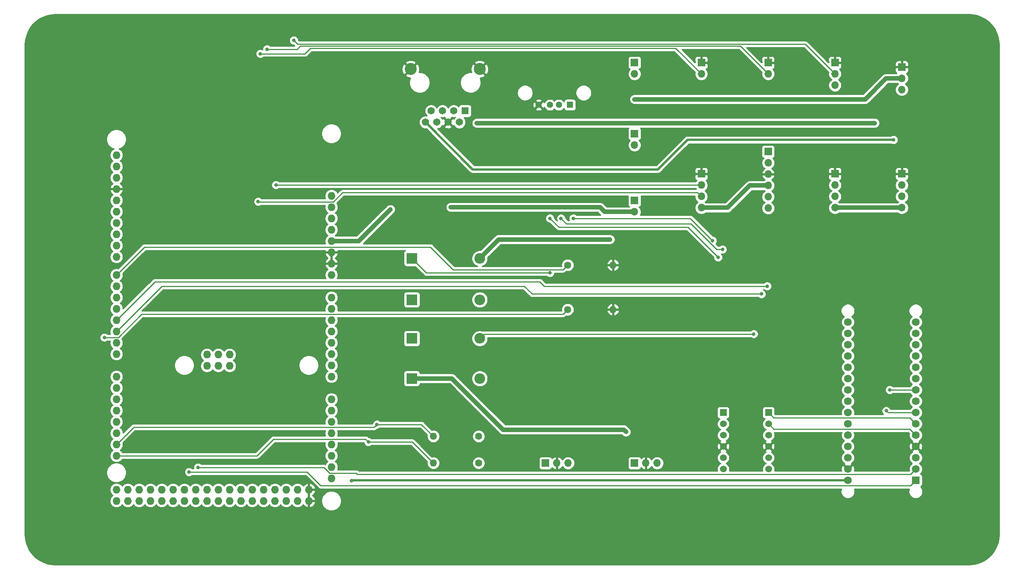
<source format=gbr>
G04 #@! TF.GenerationSoftware,KiCad,Pcbnew,(5.1.6)-1*
G04 #@! TF.CreationDate,2021-03-30T15:03:47-05:00*
G04 #@! TF.ProjectId,ControllerPCB,436f6e74-726f-46c6-9c65-725043422e6b,rev?*
G04 #@! TF.SameCoordinates,Original*
G04 #@! TF.FileFunction,Copper,L2,Bot*
G04 #@! TF.FilePolarity,Positive*
%FSLAX46Y46*%
G04 Gerber Fmt 4.6, Leading zero omitted, Abs format (unit mm)*
G04 Created by KiCad (PCBNEW (5.1.6)-1) date 2021-03-30 15:03:47*
%MOMM*%
%LPD*%
G01*
G04 APERTURE LIST*
G04 #@! TA.AperFunction,ComponentPad*
%ADD10O,1.727200X1.727200*%
G04 #@! TD*
G04 #@! TA.AperFunction,ComponentPad*
%ADD11O,2.400000X2.400000*%
G04 #@! TD*
G04 #@! TA.AperFunction,ComponentPad*
%ADD12R,2.400000X2.400000*%
G04 #@! TD*
G04 #@! TA.AperFunction,ComponentPad*
%ADD13O,1.700000X1.700000*%
G04 #@! TD*
G04 #@! TA.AperFunction,ComponentPad*
%ADD14R,1.700000X1.700000*%
G04 #@! TD*
G04 #@! TA.AperFunction,ComponentPad*
%ADD15R,1.727200X1.727200*%
G04 #@! TD*
G04 #@! TA.AperFunction,ComponentPad*
%ADD16C,1.727200*%
G04 #@! TD*
G04 #@! TA.AperFunction,ComponentPad*
%ADD17C,1.524000*%
G04 #@! TD*
G04 #@! TA.AperFunction,ComponentPad*
%ADD18R,1.524000X1.524000*%
G04 #@! TD*
G04 #@! TA.AperFunction,ComponentPad*
%ADD19O,1.600000X1.600000*%
G04 #@! TD*
G04 #@! TA.AperFunction,ComponentPad*
%ADD20C,1.600000*%
G04 #@! TD*
G04 #@! TA.AperFunction,ComponentPad*
%ADD21C,1.428000*%
G04 #@! TD*
G04 #@! TA.AperFunction,ComponentPad*
%ADD22R,1.428000X1.428000*%
G04 #@! TD*
G04 #@! TA.AperFunction,ComponentPad*
%ADD23C,2.700000*%
G04 #@! TD*
G04 #@! TA.AperFunction,ComponentPad*
%ADD24C,1.650000*%
G04 #@! TD*
G04 #@! TA.AperFunction,ComponentPad*
%ADD25R,1.650000X1.650000*%
G04 #@! TD*
G04 #@! TA.AperFunction,ViaPad*
%ADD26C,1.000000*%
G04 #@! TD*
G04 #@! TA.AperFunction,ViaPad*
%ADD27C,0.800000*%
G04 #@! TD*
G04 #@! TA.AperFunction,ViaPad*
%ADD28C,6.200000*%
G04 #@! TD*
G04 #@! TA.AperFunction,Conductor*
%ADD29C,1.000000*%
G04 #@! TD*
G04 #@! TA.AperFunction,Conductor*
%ADD30C,0.250000*%
G04 #@! TD*
G04 #@! TA.AperFunction,Conductor*
%ADD31C,0.500000*%
G04 #@! TD*
G04 #@! TA.AperFunction,Conductor*
%ADD32C,0.254000*%
G04 #@! TD*
G04 APERTURE END LIST*
D10*
X79020000Y-109627000D03*
X101880000Y-142520000D03*
X101880000Y-139980000D03*
X99340000Y-142520000D03*
X99340000Y-139980000D03*
X96800000Y-142520000D03*
X96800000Y-139980000D03*
X94260000Y-142520000D03*
X94260000Y-139980000D03*
X91720000Y-142520000D03*
X91720000Y-139980000D03*
X89180000Y-142520000D03*
X89180000Y-139980000D03*
X86640000Y-142520000D03*
X86640000Y-139980000D03*
X84100000Y-142520000D03*
X84100000Y-139980000D03*
X81560000Y-142520000D03*
X81560000Y-139980000D03*
X79020000Y-142520000D03*
X79020000Y-139980000D03*
X76480000Y-142520000D03*
X76480000Y-139980000D03*
X73940000Y-142520000D03*
X73940000Y-139980000D03*
X71400000Y-142520000D03*
X71400000Y-139980000D03*
X68860000Y-142520000D03*
X68860000Y-139980000D03*
X66320000Y-142520000D03*
X66320000Y-139980000D03*
X63780000Y-142520000D03*
X63780000Y-139980000D03*
X61240000Y-142520000D03*
X61240000Y-139980000D03*
X58700000Y-142520000D03*
X58700000Y-139980000D03*
X106960000Y-137440000D03*
X106960000Y-134900000D03*
X106960000Y-132360000D03*
X106960000Y-129820000D03*
X106960000Y-127280000D03*
X106960000Y-124740000D03*
X106960000Y-122200000D03*
X106960000Y-119660000D03*
X106960000Y-114580000D03*
X106960000Y-112040000D03*
X106960000Y-109500000D03*
X106960000Y-106960000D03*
X106960000Y-104420000D03*
X106960000Y-101880000D03*
X106960000Y-99340000D03*
X106960000Y-73940000D03*
X58700000Y-80036000D03*
X58700000Y-77496000D03*
X58700000Y-74956000D03*
X58700000Y-69876000D03*
X58700000Y-67336000D03*
X58700000Y-64796000D03*
X58700000Y-82576000D03*
X58700000Y-85116000D03*
X58700000Y-87656000D03*
X58700000Y-72416000D03*
X58700000Y-91720000D03*
X58700000Y-94260000D03*
X58700000Y-96800000D03*
X58700000Y-99340000D03*
X58700000Y-101880000D03*
X58700000Y-104420000D03*
X58700000Y-106960000D03*
X58700000Y-109500000D03*
X58700000Y-114580000D03*
X58700000Y-117120000D03*
X58700000Y-119660000D03*
X58700000Y-122200000D03*
X58700000Y-124740000D03*
X58700000Y-127280000D03*
X58700000Y-129820000D03*
X58700000Y-132360000D03*
X106960000Y-76480000D03*
X106960000Y-79020000D03*
X106960000Y-81560000D03*
X106960000Y-84100000D03*
X106960000Y-86640000D03*
X106960000Y-89180000D03*
X106960000Y-91720000D03*
X106960000Y-96800000D03*
X79020000Y-112167000D03*
X81560000Y-109627000D03*
X81560000Y-112167000D03*
X84100000Y-112167000D03*
X84100000Y-109627000D03*
D11*
X140240000Y-97300000D03*
D12*
X125000000Y-97300000D03*
D11*
X140240000Y-106000000D03*
D12*
X125000000Y-106000000D03*
D11*
X140240000Y-115000000D03*
D12*
X125000000Y-115000000D03*
D11*
X140240000Y-88000000D03*
D12*
X125000000Y-88000000D03*
D13*
X175000000Y-77540000D03*
D14*
X175000000Y-75000000D03*
D13*
X175000000Y-62540000D03*
D14*
X175000000Y-60000000D03*
D13*
X235000000Y-50080000D03*
X235000000Y-47540000D03*
D14*
X235000000Y-45000000D03*
D13*
X180080000Y-134000000D03*
X177540000Y-134000000D03*
D14*
X175000000Y-134000000D03*
D13*
X160080000Y-134000000D03*
X157540000Y-134000000D03*
D14*
X155000000Y-134000000D03*
D15*
X238120000Y-137870000D03*
D16*
X238120000Y-135330000D03*
X238120000Y-132790000D03*
X238120000Y-130250000D03*
X238120000Y-127710000D03*
X238120000Y-125170000D03*
X238120000Y-122630000D03*
X238120000Y-120090000D03*
X238120000Y-117550000D03*
X238120000Y-115010000D03*
X238120000Y-112470000D03*
X238120000Y-109930000D03*
X238120000Y-107390000D03*
X238120000Y-104850000D03*
X238120000Y-102310000D03*
X222880000Y-102310000D03*
X222880000Y-104850000D03*
X222880000Y-107390000D03*
X222880000Y-109930000D03*
X222880000Y-112470000D03*
X222880000Y-115010000D03*
X222880000Y-117550000D03*
X222880000Y-120090000D03*
X222880000Y-122630000D03*
X222880000Y-125170000D03*
X222880000Y-127710000D03*
X222880000Y-130250000D03*
X222880000Y-132790000D03*
X222880000Y-135330000D03*
X222880000Y-137870000D03*
D17*
X205080000Y-135350000D03*
X205080000Y-132810000D03*
X205080000Y-130270000D03*
X205080000Y-127730000D03*
X205080000Y-125190000D03*
D18*
X205080000Y-122650000D03*
D17*
X194920000Y-135350000D03*
X194920000Y-132810000D03*
X194920000Y-130270000D03*
X194920000Y-127730000D03*
X194920000Y-125190000D03*
D18*
X194920000Y-122650000D03*
D19*
X170160000Y-89500000D03*
D20*
X160000000Y-89500000D03*
D19*
X170160000Y-99500000D03*
D20*
X160000000Y-99500000D03*
D19*
X129840000Y-134000000D03*
D20*
X140000000Y-134000000D03*
D19*
X129840000Y-128000000D03*
D20*
X140000000Y-128000000D03*
D21*
X153500000Y-53510000D03*
X156000000Y-53510000D03*
X158000000Y-53510000D03*
D22*
X160500000Y-53510000D03*
D13*
X205000000Y-76700000D03*
X205000000Y-74160000D03*
X205000000Y-71620000D03*
X205000000Y-69080000D03*
X205000000Y-66540000D03*
D14*
X205000000Y-64000000D03*
D13*
X235000000Y-76620000D03*
X235000000Y-74080000D03*
X235000000Y-71540000D03*
D14*
X235000000Y-69000000D03*
D13*
X220000000Y-76620000D03*
X220000000Y-74080000D03*
X220000000Y-71540000D03*
D14*
X220000000Y-69000000D03*
D23*
X124750000Y-45450000D03*
X140250000Y-45450000D03*
D24*
X128055000Y-57390000D03*
X129325000Y-54850000D03*
X130595000Y-57390000D03*
X131865000Y-54850000D03*
X133135000Y-57390000D03*
X134405000Y-54850000D03*
X135675000Y-57390000D03*
D25*
X136945000Y-54850000D03*
D13*
X175000000Y-46540000D03*
D14*
X175000000Y-44000000D03*
D13*
X220000000Y-49080000D03*
X220000000Y-46540000D03*
D14*
X220000000Y-44000000D03*
D13*
X190000000Y-46540000D03*
D14*
X190000000Y-44000000D03*
D13*
X190000000Y-76620000D03*
X190000000Y-74080000D03*
X190000000Y-71540000D03*
D14*
X190000000Y-69000000D03*
D13*
X205000000Y-46540000D03*
D14*
X205000000Y-44000000D03*
D26*
X169490000Y-83740000D03*
D27*
X201750000Y-105000000D03*
X92500000Y-41000000D03*
X90500000Y-75250000D03*
X94500000Y-71500000D03*
X91000000Y-42000000D03*
X98500000Y-39000000D03*
X115250000Y-129250000D03*
X117180000Y-125320000D03*
X231500000Y-122250000D03*
X232300000Y-117550000D03*
X204750000Y-94250000D03*
X203500000Y-96000000D03*
X194750000Y-86000000D03*
X158500000Y-79000000D03*
X192500000Y-84000000D03*
X161250000Y-79000000D03*
X55978601Y-105771399D03*
X111500000Y-138000000D03*
X233150001Y-61349999D03*
D28*
X250000000Y-150000000D03*
X45000000Y-150000000D03*
X45000000Y-40000000D03*
X250000000Y-40000000D03*
D27*
X78000000Y-129500000D03*
D26*
X139587500Y-57587500D03*
D27*
X228912500Y-57587500D03*
X212162500Y-57587500D03*
D26*
X120175000Y-77000000D03*
D27*
X156000000Y-91250000D03*
D26*
X173080000Y-127000000D03*
D27*
X193750000Y-87750000D03*
X156000000Y-79000000D03*
X77000000Y-135000000D03*
X75000000Y-136000000D03*
D26*
X133750000Y-76500000D03*
X175000000Y-52250000D03*
D29*
X140240000Y-88000000D02*
X144500000Y-83740000D01*
X144500000Y-83740000D02*
X169490000Y-83740000D01*
X169490000Y-83740000D02*
X169490000Y-83740000D01*
D30*
X141240000Y-105000000D02*
X140240000Y-106000000D01*
X201750000Y-105000000D02*
X141240000Y-105000000D01*
X198759991Y-40299991D02*
X99950009Y-40299991D01*
X205000000Y-46540000D02*
X198759991Y-40299991D01*
X99250000Y-41000000D02*
X99950009Y-40299991D01*
X92500000Y-41000000D02*
X99250000Y-41000000D01*
X90541399Y-75291399D02*
X90500000Y-75250000D01*
X107367731Y-75291399D02*
X90541399Y-75291399D01*
X109429129Y-73230001D02*
X107367731Y-75291399D01*
X190000000Y-74080000D02*
X189150001Y-73230001D01*
X189150001Y-73230001D02*
X109429129Y-73230001D01*
X100790000Y-71540000D02*
X100790000Y-71540000D01*
X94540000Y-71540000D02*
X94500000Y-71500000D01*
X190000000Y-71540000D02*
X94540000Y-71540000D01*
X190000000Y-46540000D02*
X184210000Y-40750000D01*
X184210000Y-40750000D02*
X102250000Y-40750000D01*
X101000000Y-42000000D02*
X102250000Y-40750000D01*
X91000000Y-42000000D02*
X101000000Y-42000000D01*
X220000000Y-46540000D02*
X213309982Y-39849982D01*
X99650018Y-39849982D02*
X99349982Y-39849982D01*
X99349982Y-39849982D02*
X98500000Y-39000000D01*
X213309982Y-39849982D02*
X99650018Y-39849982D01*
X129840000Y-134000000D02*
X125090000Y-129250000D01*
X125090000Y-129250000D02*
X115250000Y-129250000D01*
X90213002Y-132360000D02*
X58700000Y-132360000D01*
X93941603Y-128631399D02*
X90213002Y-132360000D01*
X114631399Y-128631399D02*
X93941603Y-128631399D01*
X115250000Y-129250000D02*
X114631399Y-128631399D01*
X127160000Y-125320000D02*
X129840000Y-128000000D01*
X117180000Y-125320000D02*
X127160000Y-125320000D01*
X62591399Y-125928601D02*
X58700000Y-129820000D01*
X116571399Y-125928601D02*
X62591399Y-125928601D01*
X117180000Y-125320000D02*
X116571399Y-125928601D01*
X238120000Y-122630000D02*
X231880000Y-122630000D01*
X231880000Y-122630000D02*
X231500000Y-122250000D01*
X231500000Y-122250000D02*
X231500000Y-122250000D01*
X238120000Y-117550000D02*
X232300000Y-117550000D01*
X232300000Y-117550000D02*
X232300000Y-117550000D01*
X153750000Y-93250000D02*
X67330000Y-93250000D01*
X204750000Y-94250000D02*
X154750000Y-94250000D01*
X67330000Y-93250000D02*
X58700000Y-101880000D01*
X154750000Y-94250000D02*
X153750000Y-93250000D01*
X68870000Y-94250000D02*
X58700000Y-104420000D01*
X150250000Y-94250000D02*
X68870000Y-94250000D01*
X203500000Y-96000000D02*
X152000000Y-96000000D01*
X152000000Y-96000000D02*
X150250000Y-94250000D01*
X158500000Y-79000000D02*
X159750000Y-80250000D01*
X193426998Y-86000000D02*
X194750000Y-86000000D01*
X187676998Y-80250000D02*
X193426998Y-86000000D01*
X159750000Y-80250000D02*
X187676998Y-80250000D01*
X187500000Y-79000000D02*
X192500000Y-84000000D01*
X161250000Y-79000000D02*
X187500000Y-79000000D01*
X59107731Y-105771399D02*
X55978601Y-105771399D01*
X64350529Y-100528601D02*
X59107731Y-105771399D01*
X160000000Y-99500000D02*
X158971399Y-100528601D01*
X158971399Y-100528601D02*
X64350529Y-100528601D01*
X236768601Y-123818601D02*
X238120000Y-125170000D01*
X206248601Y-123818601D02*
X236768601Y-123818601D01*
X205080000Y-122650000D02*
X206248601Y-123818601D01*
X236768601Y-126358601D02*
X238120000Y-127710000D01*
X206248601Y-126358601D02*
X236768601Y-126358601D01*
X205080000Y-125190000D02*
X206248601Y-126358601D01*
D31*
X222880000Y-137870000D02*
X111634130Y-137870000D01*
X128055000Y-57390000D02*
X138665000Y-68000000D01*
X138665000Y-68000000D02*
X180250000Y-68000000D01*
X186900001Y-61349999D02*
X233150001Y-61349999D01*
X180250000Y-68000000D02*
X186900001Y-61349999D01*
D29*
X220000000Y-76620000D02*
X235000000Y-76620000D01*
X167587500Y-57587500D02*
X175412500Y-57587500D01*
X139587500Y-57587500D02*
X167587500Y-57587500D01*
X175412500Y-57587500D02*
X196587500Y-57587500D01*
X196587500Y-57587500D02*
X212162500Y-57587500D01*
X228912500Y-57587500D02*
X228912500Y-57587500D01*
X212162500Y-57587500D02*
X228912500Y-57587500D01*
X190000000Y-76620000D02*
X195880000Y-76620000D01*
X200880000Y-71620000D02*
X205000000Y-71620000D01*
X195880000Y-76620000D02*
X200880000Y-71620000D01*
X113075000Y-84100000D02*
X120175000Y-77000000D01*
X106960000Y-84100000D02*
X113075000Y-84100000D01*
D30*
X125000000Y-88000000D02*
X128250000Y-91250000D01*
X128250000Y-91250000D02*
X156000000Y-91250000D01*
X156000000Y-91250000D02*
X156000000Y-91250000D01*
D29*
X172579999Y-126499999D02*
X145499999Y-126499999D01*
X173080000Y-127000000D02*
X172579999Y-126499999D01*
X134000000Y-115000000D02*
X125000000Y-115000000D01*
X145499999Y-126499999D02*
X134000000Y-115000000D01*
D30*
X193750000Y-87750000D02*
X187000000Y-81000000D01*
X158000000Y-81000000D02*
X156000000Y-79000000D01*
X187000000Y-81000000D02*
X158000000Y-81000000D01*
X236931399Y-136518601D02*
X112768601Y-136518601D01*
X238120000Y-135330000D02*
X236931399Y-136518601D01*
X112768601Y-136518601D02*
X112768601Y-136518601D01*
X112501399Y-136251399D02*
X112768601Y-136518601D01*
X106552269Y-136251399D02*
X112501399Y-136251399D01*
X105300870Y-135000000D02*
X106552269Y-136251399D01*
X77000000Y-135000000D02*
X105300870Y-135000000D01*
X115691399Y-139058601D02*
X115691399Y-139058601D01*
X115691399Y-139058601D02*
X115691399Y-139058601D01*
X80000000Y-136000000D02*
X80000000Y-136000000D01*
X104558601Y-139058601D02*
X236931399Y-139058601D01*
X75000000Y-136000000D02*
X101500000Y-136000000D01*
X236931399Y-139058601D02*
X238120000Y-137870000D01*
X101500000Y-136000000D02*
X104558601Y-139058601D01*
X160000000Y-89500000D02*
X159200001Y-90299999D01*
X158975001Y-90524999D02*
X160000000Y-89500000D01*
X134274999Y-90524999D02*
X158975001Y-90524999D01*
X129201399Y-85451399D02*
X134274999Y-90524999D01*
X64968601Y-85451399D02*
X129201399Y-85451399D01*
X58700000Y-91720000D02*
X64968601Y-85451399D01*
D29*
X175000000Y-77540000D02*
X168290000Y-77540000D01*
X167250000Y-76500000D02*
X133750000Y-76500000D01*
X168290000Y-77540000D02*
X167250000Y-76500000D01*
X175000000Y-52250000D02*
X226750000Y-52250000D01*
X231460000Y-47540000D02*
X235000000Y-47540000D01*
X226750000Y-52250000D02*
X231460000Y-47540000D01*
D32*
G36*
X250987141Y-33233360D02*
G01*
X251953616Y-33446738D01*
X252879156Y-33797393D01*
X253744385Y-34277986D01*
X254531169Y-34878440D01*
X255223039Y-35586188D01*
X255805493Y-36386396D01*
X256266332Y-37262310D01*
X256595900Y-38195566D01*
X256788021Y-39170315D01*
X256840000Y-40020165D01*
X256840001Y-149976080D01*
X256766640Y-150987143D01*
X256553262Y-151953616D01*
X256202609Y-152879151D01*
X255722019Y-153744378D01*
X255121560Y-154531169D01*
X254413808Y-155223042D01*
X253613604Y-155805493D01*
X252737693Y-156266331D01*
X251804434Y-156595900D01*
X250829685Y-156788021D01*
X249979835Y-156840000D01*
X45023906Y-156840000D01*
X44012857Y-156766640D01*
X43046384Y-156553262D01*
X42120849Y-156202609D01*
X41255622Y-155722019D01*
X40468831Y-155121560D01*
X39776958Y-154413808D01*
X39194507Y-153613604D01*
X38733669Y-152737693D01*
X38404100Y-151804434D01*
X38211979Y-150829685D01*
X38160000Y-149979835D01*
X38160000Y-139832401D01*
X57201400Y-139832401D01*
X57201400Y-140127599D01*
X57258990Y-140417125D01*
X57371958Y-140689853D01*
X57535961Y-140935302D01*
X57744698Y-141144039D01*
X57903281Y-141250000D01*
X57744698Y-141355961D01*
X57535961Y-141564698D01*
X57371958Y-141810147D01*
X57258990Y-142082875D01*
X57201400Y-142372401D01*
X57201400Y-142667599D01*
X57258990Y-142957125D01*
X57371958Y-143229853D01*
X57535961Y-143475302D01*
X57744698Y-143684039D01*
X57990147Y-143848042D01*
X58262875Y-143961010D01*
X58552401Y-144018600D01*
X58847599Y-144018600D01*
X59137125Y-143961010D01*
X59409853Y-143848042D01*
X59655302Y-143684039D01*
X59864039Y-143475302D01*
X59970000Y-143316719D01*
X60075961Y-143475302D01*
X60284698Y-143684039D01*
X60530147Y-143848042D01*
X60802875Y-143961010D01*
X61092401Y-144018600D01*
X61387599Y-144018600D01*
X61677125Y-143961010D01*
X61949853Y-143848042D01*
X62195302Y-143684039D01*
X62404039Y-143475302D01*
X62510000Y-143316719D01*
X62615961Y-143475302D01*
X62824698Y-143684039D01*
X63070147Y-143848042D01*
X63342875Y-143961010D01*
X63632401Y-144018600D01*
X63927599Y-144018600D01*
X64217125Y-143961010D01*
X64489853Y-143848042D01*
X64735302Y-143684039D01*
X64944039Y-143475302D01*
X65050000Y-143316719D01*
X65155961Y-143475302D01*
X65364698Y-143684039D01*
X65610147Y-143848042D01*
X65882875Y-143961010D01*
X66172401Y-144018600D01*
X66467599Y-144018600D01*
X66757125Y-143961010D01*
X67029853Y-143848042D01*
X67275302Y-143684039D01*
X67484039Y-143475302D01*
X67590000Y-143316719D01*
X67695961Y-143475302D01*
X67904698Y-143684039D01*
X68150147Y-143848042D01*
X68422875Y-143961010D01*
X68712401Y-144018600D01*
X69007599Y-144018600D01*
X69297125Y-143961010D01*
X69569853Y-143848042D01*
X69815302Y-143684039D01*
X70024039Y-143475302D01*
X70130000Y-143316719D01*
X70235961Y-143475302D01*
X70444698Y-143684039D01*
X70690147Y-143848042D01*
X70962875Y-143961010D01*
X71252401Y-144018600D01*
X71547599Y-144018600D01*
X71837125Y-143961010D01*
X72109853Y-143848042D01*
X72355302Y-143684039D01*
X72564039Y-143475302D01*
X72670000Y-143316719D01*
X72775961Y-143475302D01*
X72984698Y-143684039D01*
X73230147Y-143848042D01*
X73502875Y-143961010D01*
X73792401Y-144018600D01*
X74087599Y-144018600D01*
X74377125Y-143961010D01*
X74649853Y-143848042D01*
X74895302Y-143684039D01*
X75104039Y-143475302D01*
X75210000Y-143316719D01*
X75315961Y-143475302D01*
X75524698Y-143684039D01*
X75770147Y-143848042D01*
X76042875Y-143961010D01*
X76332401Y-144018600D01*
X76627599Y-144018600D01*
X76917125Y-143961010D01*
X77189853Y-143848042D01*
X77435302Y-143684039D01*
X77644039Y-143475302D01*
X77750000Y-143316719D01*
X77855961Y-143475302D01*
X78064698Y-143684039D01*
X78310147Y-143848042D01*
X78582875Y-143961010D01*
X78872401Y-144018600D01*
X79167599Y-144018600D01*
X79457125Y-143961010D01*
X79729853Y-143848042D01*
X79975302Y-143684039D01*
X80184039Y-143475302D01*
X80290000Y-143316719D01*
X80395961Y-143475302D01*
X80604698Y-143684039D01*
X80850147Y-143848042D01*
X81122875Y-143961010D01*
X81412401Y-144018600D01*
X81707599Y-144018600D01*
X81997125Y-143961010D01*
X82269853Y-143848042D01*
X82515302Y-143684039D01*
X82724039Y-143475302D01*
X82830000Y-143316719D01*
X82935961Y-143475302D01*
X83144698Y-143684039D01*
X83390147Y-143848042D01*
X83662875Y-143961010D01*
X83952401Y-144018600D01*
X84247599Y-144018600D01*
X84537125Y-143961010D01*
X84809853Y-143848042D01*
X85055302Y-143684039D01*
X85264039Y-143475302D01*
X85370000Y-143316719D01*
X85475961Y-143475302D01*
X85684698Y-143684039D01*
X85930147Y-143848042D01*
X86202875Y-143961010D01*
X86492401Y-144018600D01*
X86787599Y-144018600D01*
X87077125Y-143961010D01*
X87349853Y-143848042D01*
X87595302Y-143684039D01*
X87804039Y-143475302D01*
X87910000Y-143316719D01*
X88015961Y-143475302D01*
X88224698Y-143684039D01*
X88470147Y-143848042D01*
X88742875Y-143961010D01*
X89032401Y-144018600D01*
X89327599Y-144018600D01*
X89617125Y-143961010D01*
X89889853Y-143848042D01*
X90135302Y-143684039D01*
X90344039Y-143475302D01*
X90450000Y-143316719D01*
X90555961Y-143475302D01*
X90764698Y-143684039D01*
X91010147Y-143848042D01*
X91282875Y-143961010D01*
X91572401Y-144018600D01*
X91867599Y-144018600D01*
X92157125Y-143961010D01*
X92429853Y-143848042D01*
X92675302Y-143684039D01*
X92884039Y-143475302D01*
X92990000Y-143316719D01*
X93095961Y-143475302D01*
X93304698Y-143684039D01*
X93550147Y-143848042D01*
X93822875Y-143961010D01*
X94112401Y-144018600D01*
X94407599Y-144018600D01*
X94697125Y-143961010D01*
X94969853Y-143848042D01*
X95215302Y-143684039D01*
X95424039Y-143475302D01*
X95530000Y-143316719D01*
X95635961Y-143475302D01*
X95844698Y-143684039D01*
X96090147Y-143848042D01*
X96362875Y-143961010D01*
X96652401Y-144018600D01*
X96947599Y-144018600D01*
X97237125Y-143961010D01*
X97509853Y-143848042D01*
X97755302Y-143684039D01*
X97964039Y-143475302D01*
X98070000Y-143316719D01*
X98175961Y-143475302D01*
X98384698Y-143684039D01*
X98630147Y-143848042D01*
X98902875Y-143961010D01*
X99192401Y-144018600D01*
X99487599Y-144018600D01*
X99777125Y-143961010D01*
X100049853Y-143848042D01*
X100295302Y-143684039D01*
X100504039Y-143475302D01*
X100614559Y-143309897D01*
X100673183Y-143408488D01*
X100869707Y-143626854D01*
X101105056Y-143802684D01*
X101370186Y-143929222D01*
X101520974Y-143974958D01*
X101753000Y-143853817D01*
X101753000Y-142647000D01*
X102007000Y-142647000D01*
X102007000Y-143853817D01*
X102239026Y-143974958D01*
X102389814Y-143929222D01*
X102654944Y-143802684D01*
X102890293Y-143626854D01*
X103086817Y-143408488D01*
X103236964Y-143155978D01*
X103334963Y-142879027D01*
X103214464Y-142647000D01*
X102007000Y-142647000D01*
X101753000Y-142647000D01*
X101733000Y-142647000D01*
X101733000Y-142393000D01*
X101753000Y-142393000D01*
X101753000Y-140107000D01*
X102007000Y-140107000D01*
X102007000Y-142393000D01*
X103214464Y-142393000D01*
X103262828Y-142299872D01*
X104725000Y-142299872D01*
X104725000Y-142740128D01*
X104810890Y-143171925D01*
X104979369Y-143578669D01*
X105223962Y-143944729D01*
X105535271Y-144256038D01*
X105901331Y-144500631D01*
X106308075Y-144669110D01*
X106739872Y-144755000D01*
X107180128Y-144755000D01*
X107611925Y-144669110D01*
X108018669Y-144500631D01*
X108384729Y-144256038D01*
X108696038Y-143944729D01*
X108940631Y-143578669D01*
X109109110Y-143171925D01*
X109195000Y-142740128D01*
X109195000Y-142299872D01*
X109109110Y-141868075D01*
X108940631Y-141461331D01*
X108696038Y-141095271D01*
X108384729Y-140783962D01*
X108018669Y-140539369D01*
X107611925Y-140370890D01*
X107180128Y-140285000D01*
X106739872Y-140285000D01*
X106308075Y-140370890D01*
X105901331Y-140539369D01*
X105535271Y-140783962D01*
X105223962Y-141095271D01*
X104979369Y-141461331D01*
X104810890Y-141868075D01*
X104725000Y-142299872D01*
X103262828Y-142299872D01*
X103334963Y-142160973D01*
X103236964Y-141884022D01*
X103086817Y-141631512D01*
X102890293Y-141413146D01*
X102671922Y-141250000D01*
X102890293Y-141086854D01*
X103086817Y-140868488D01*
X103236964Y-140615978D01*
X103334963Y-140339027D01*
X103214464Y-140107000D01*
X102007000Y-140107000D01*
X101753000Y-140107000D01*
X101733000Y-140107000D01*
X101733000Y-139853000D01*
X101753000Y-139853000D01*
X101753000Y-138646183D01*
X102007000Y-138646183D01*
X102007000Y-139853000D01*
X103214464Y-139853000D01*
X103334963Y-139620973D01*
X103236964Y-139344022D01*
X103086817Y-139091512D01*
X102890293Y-138873146D01*
X102654944Y-138697316D01*
X102389814Y-138570778D01*
X102239026Y-138525042D01*
X102007000Y-138646183D01*
X101753000Y-138646183D01*
X101520974Y-138525042D01*
X101370186Y-138570778D01*
X101105056Y-138697316D01*
X100869707Y-138873146D01*
X100673183Y-139091512D01*
X100614559Y-139190103D01*
X100504039Y-139024698D01*
X100295302Y-138815961D01*
X100049853Y-138651958D01*
X99777125Y-138538990D01*
X99487599Y-138481400D01*
X99192401Y-138481400D01*
X98902875Y-138538990D01*
X98630147Y-138651958D01*
X98384698Y-138815961D01*
X98175961Y-139024698D01*
X98070000Y-139183281D01*
X97964039Y-139024698D01*
X97755302Y-138815961D01*
X97509853Y-138651958D01*
X97237125Y-138538990D01*
X96947599Y-138481400D01*
X96652401Y-138481400D01*
X96362875Y-138538990D01*
X96090147Y-138651958D01*
X95844698Y-138815961D01*
X95635961Y-139024698D01*
X95530000Y-139183281D01*
X95424039Y-139024698D01*
X95215302Y-138815961D01*
X94969853Y-138651958D01*
X94697125Y-138538990D01*
X94407599Y-138481400D01*
X94112401Y-138481400D01*
X93822875Y-138538990D01*
X93550147Y-138651958D01*
X93304698Y-138815961D01*
X93095961Y-139024698D01*
X92990000Y-139183281D01*
X92884039Y-139024698D01*
X92675302Y-138815961D01*
X92429853Y-138651958D01*
X92157125Y-138538990D01*
X91867599Y-138481400D01*
X91572401Y-138481400D01*
X91282875Y-138538990D01*
X91010147Y-138651958D01*
X90764698Y-138815961D01*
X90555961Y-139024698D01*
X90450000Y-139183281D01*
X90344039Y-139024698D01*
X90135302Y-138815961D01*
X89889853Y-138651958D01*
X89617125Y-138538990D01*
X89327599Y-138481400D01*
X89032401Y-138481400D01*
X88742875Y-138538990D01*
X88470147Y-138651958D01*
X88224698Y-138815961D01*
X88015961Y-139024698D01*
X87910000Y-139183281D01*
X87804039Y-139024698D01*
X87595302Y-138815961D01*
X87349853Y-138651958D01*
X87077125Y-138538990D01*
X86787599Y-138481400D01*
X86492401Y-138481400D01*
X86202875Y-138538990D01*
X85930147Y-138651958D01*
X85684698Y-138815961D01*
X85475961Y-139024698D01*
X85370000Y-139183281D01*
X85264039Y-139024698D01*
X85055302Y-138815961D01*
X84809853Y-138651958D01*
X84537125Y-138538990D01*
X84247599Y-138481400D01*
X83952401Y-138481400D01*
X83662875Y-138538990D01*
X83390147Y-138651958D01*
X83144698Y-138815961D01*
X82935961Y-139024698D01*
X82830000Y-139183281D01*
X82724039Y-139024698D01*
X82515302Y-138815961D01*
X82269853Y-138651958D01*
X81997125Y-138538990D01*
X81707599Y-138481400D01*
X81412401Y-138481400D01*
X81122875Y-138538990D01*
X80850147Y-138651958D01*
X80604698Y-138815961D01*
X80395961Y-139024698D01*
X80290000Y-139183281D01*
X80184039Y-139024698D01*
X79975302Y-138815961D01*
X79729853Y-138651958D01*
X79457125Y-138538990D01*
X79167599Y-138481400D01*
X78872401Y-138481400D01*
X78582875Y-138538990D01*
X78310147Y-138651958D01*
X78064698Y-138815961D01*
X77855961Y-139024698D01*
X77750000Y-139183281D01*
X77644039Y-139024698D01*
X77435302Y-138815961D01*
X77189853Y-138651958D01*
X76917125Y-138538990D01*
X76627599Y-138481400D01*
X76332401Y-138481400D01*
X76042875Y-138538990D01*
X75770147Y-138651958D01*
X75524698Y-138815961D01*
X75315961Y-139024698D01*
X75210000Y-139183281D01*
X75104039Y-139024698D01*
X74895302Y-138815961D01*
X74649853Y-138651958D01*
X74377125Y-138538990D01*
X74087599Y-138481400D01*
X73792401Y-138481400D01*
X73502875Y-138538990D01*
X73230147Y-138651958D01*
X72984698Y-138815961D01*
X72775961Y-139024698D01*
X72670000Y-139183281D01*
X72564039Y-139024698D01*
X72355302Y-138815961D01*
X72109853Y-138651958D01*
X71837125Y-138538990D01*
X71547599Y-138481400D01*
X71252401Y-138481400D01*
X70962875Y-138538990D01*
X70690147Y-138651958D01*
X70444698Y-138815961D01*
X70235961Y-139024698D01*
X70130000Y-139183281D01*
X70024039Y-139024698D01*
X69815302Y-138815961D01*
X69569853Y-138651958D01*
X69297125Y-138538990D01*
X69007599Y-138481400D01*
X68712401Y-138481400D01*
X68422875Y-138538990D01*
X68150147Y-138651958D01*
X67904698Y-138815961D01*
X67695961Y-139024698D01*
X67590000Y-139183281D01*
X67484039Y-139024698D01*
X67275302Y-138815961D01*
X67029853Y-138651958D01*
X66757125Y-138538990D01*
X66467599Y-138481400D01*
X66172401Y-138481400D01*
X65882875Y-138538990D01*
X65610147Y-138651958D01*
X65364698Y-138815961D01*
X65155961Y-139024698D01*
X65050000Y-139183281D01*
X64944039Y-139024698D01*
X64735302Y-138815961D01*
X64489853Y-138651958D01*
X64217125Y-138538990D01*
X63927599Y-138481400D01*
X63632401Y-138481400D01*
X63342875Y-138538990D01*
X63070147Y-138651958D01*
X62824698Y-138815961D01*
X62615961Y-139024698D01*
X62510000Y-139183281D01*
X62404039Y-139024698D01*
X62195302Y-138815961D01*
X61949853Y-138651958D01*
X61677125Y-138538990D01*
X61387599Y-138481400D01*
X61092401Y-138481400D01*
X60802875Y-138538990D01*
X60530147Y-138651958D01*
X60284698Y-138815961D01*
X60075961Y-139024698D01*
X59970000Y-139183281D01*
X59864039Y-139024698D01*
X59655302Y-138815961D01*
X59409853Y-138651958D01*
X59137125Y-138538990D01*
X58847599Y-138481400D01*
X58552401Y-138481400D01*
X58262875Y-138538990D01*
X57990147Y-138651958D01*
X57744698Y-138815961D01*
X57535961Y-139024698D01*
X57371958Y-139270147D01*
X57258990Y-139542875D01*
X57201400Y-139832401D01*
X38160000Y-139832401D01*
X38160000Y-135949872D01*
X56465000Y-135949872D01*
X56465000Y-136390128D01*
X56550890Y-136821925D01*
X56719369Y-137228669D01*
X56963962Y-137594729D01*
X57275271Y-137906038D01*
X57641331Y-138150631D01*
X58048075Y-138319110D01*
X58479872Y-138405000D01*
X58920128Y-138405000D01*
X59351925Y-138319110D01*
X59758669Y-138150631D01*
X60124729Y-137906038D01*
X60436038Y-137594729D01*
X60680631Y-137228669D01*
X60849110Y-136821925D01*
X60935000Y-136390128D01*
X60935000Y-135949872D01*
X60849110Y-135518075D01*
X60680631Y-135111331D01*
X60436038Y-134745271D01*
X60124729Y-134433962D01*
X59758669Y-134189369D01*
X59351925Y-134020890D01*
X58920128Y-133935000D01*
X58479872Y-133935000D01*
X58048075Y-134020890D01*
X57641331Y-134189369D01*
X57275271Y-134433962D01*
X56963962Y-134745271D01*
X56719369Y-135111331D01*
X56550890Y-135518075D01*
X56465000Y-135949872D01*
X38160000Y-135949872D01*
X38160000Y-114432401D01*
X57201400Y-114432401D01*
X57201400Y-114727599D01*
X57258990Y-115017125D01*
X57371958Y-115289853D01*
X57535961Y-115535302D01*
X57744698Y-115744039D01*
X57903281Y-115850000D01*
X57744698Y-115955961D01*
X57535961Y-116164698D01*
X57371958Y-116410147D01*
X57258990Y-116682875D01*
X57201400Y-116972401D01*
X57201400Y-117267599D01*
X57258990Y-117557125D01*
X57371958Y-117829853D01*
X57535961Y-118075302D01*
X57744698Y-118284039D01*
X57903281Y-118390000D01*
X57744698Y-118495961D01*
X57535961Y-118704698D01*
X57371958Y-118950147D01*
X57258990Y-119222875D01*
X57201400Y-119512401D01*
X57201400Y-119807599D01*
X57258990Y-120097125D01*
X57371958Y-120369853D01*
X57535961Y-120615302D01*
X57744698Y-120824039D01*
X57903281Y-120930000D01*
X57744698Y-121035961D01*
X57535961Y-121244698D01*
X57371958Y-121490147D01*
X57258990Y-121762875D01*
X57201400Y-122052401D01*
X57201400Y-122347599D01*
X57258990Y-122637125D01*
X57371958Y-122909853D01*
X57535961Y-123155302D01*
X57744698Y-123364039D01*
X57903281Y-123470000D01*
X57744698Y-123575961D01*
X57535961Y-123784698D01*
X57371958Y-124030147D01*
X57258990Y-124302875D01*
X57201400Y-124592401D01*
X57201400Y-124887599D01*
X57258990Y-125177125D01*
X57371958Y-125449853D01*
X57535961Y-125695302D01*
X57744698Y-125904039D01*
X57903281Y-126010000D01*
X57744698Y-126115961D01*
X57535961Y-126324698D01*
X57371958Y-126570147D01*
X57258990Y-126842875D01*
X57201400Y-127132401D01*
X57201400Y-127427599D01*
X57258990Y-127717125D01*
X57371958Y-127989853D01*
X57535961Y-128235302D01*
X57744698Y-128444039D01*
X57903281Y-128550000D01*
X57744698Y-128655961D01*
X57535961Y-128864698D01*
X57371958Y-129110147D01*
X57258990Y-129382875D01*
X57201400Y-129672401D01*
X57201400Y-129967599D01*
X57258990Y-130257125D01*
X57371958Y-130529853D01*
X57535961Y-130775302D01*
X57744698Y-130984039D01*
X57903281Y-131090000D01*
X57744698Y-131195961D01*
X57535961Y-131404698D01*
X57371958Y-131650147D01*
X57258990Y-131922875D01*
X57201400Y-132212401D01*
X57201400Y-132507599D01*
X57258990Y-132797125D01*
X57371958Y-133069853D01*
X57535961Y-133315302D01*
X57744698Y-133524039D01*
X57990147Y-133688042D01*
X58262875Y-133801010D01*
X58552401Y-133858600D01*
X58847599Y-133858600D01*
X59137125Y-133801010D01*
X59409853Y-133688042D01*
X59655302Y-133524039D01*
X59864039Y-133315302D01*
X59994535Y-133120000D01*
X90175680Y-133120000D01*
X90213002Y-133123676D01*
X90250324Y-133120000D01*
X90250335Y-133120000D01*
X90361988Y-133109003D01*
X90505249Y-133065546D01*
X90637278Y-132994974D01*
X90753003Y-132900001D01*
X90776806Y-132870997D01*
X94256405Y-129391399D01*
X105517294Y-129391399D01*
X105461400Y-129672401D01*
X105461400Y-129967599D01*
X105518990Y-130257125D01*
X105631958Y-130529853D01*
X105795961Y-130775302D01*
X106004698Y-130984039D01*
X106163281Y-131090000D01*
X106004698Y-131195961D01*
X105795961Y-131404698D01*
X105631958Y-131650147D01*
X105518990Y-131922875D01*
X105461400Y-132212401D01*
X105461400Y-132507599D01*
X105518990Y-132797125D01*
X105631958Y-133069853D01*
X105795961Y-133315302D01*
X106004698Y-133524039D01*
X106163281Y-133630000D01*
X106004698Y-133735961D01*
X105795961Y-133944698D01*
X105631958Y-134190147D01*
X105589240Y-134293278D01*
X105449856Y-134250997D01*
X105338203Y-134240000D01*
X105338192Y-134240000D01*
X105300870Y-134236324D01*
X105263548Y-134240000D01*
X77703711Y-134240000D01*
X77659774Y-134196063D01*
X77490256Y-134082795D01*
X77301898Y-134004774D01*
X77101939Y-133965000D01*
X76898061Y-133965000D01*
X76698102Y-134004774D01*
X76509744Y-134082795D01*
X76340226Y-134196063D01*
X76196063Y-134340226D01*
X76082795Y-134509744D01*
X76004774Y-134698102D01*
X75965000Y-134898061D01*
X75965000Y-135101939D01*
X75992462Y-135240000D01*
X75703711Y-135240000D01*
X75659774Y-135196063D01*
X75490256Y-135082795D01*
X75301898Y-135004774D01*
X75101939Y-134965000D01*
X74898061Y-134965000D01*
X74698102Y-135004774D01*
X74509744Y-135082795D01*
X74340226Y-135196063D01*
X74196063Y-135340226D01*
X74082795Y-135509744D01*
X74004774Y-135698102D01*
X73965000Y-135898061D01*
X73965000Y-136101939D01*
X74004774Y-136301898D01*
X74082795Y-136490256D01*
X74196063Y-136659774D01*
X74340226Y-136803937D01*
X74509744Y-136917205D01*
X74698102Y-136995226D01*
X74898061Y-137035000D01*
X75101939Y-137035000D01*
X75301898Y-136995226D01*
X75490256Y-136917205D01*
X75659774Y-136803937D01*
X75703711Y-136760000D01*
X101185199Y-136760000D01*
X103994802Y-139569604D01*
X104018600Y-139598602D01*
X104047598Y-139622400D01*
X104134324Y-139693575D01*
X104266354Y-139764147D01*
X104409615Y-139807604D01*
X104521268Y-139818601D01*
X104521278Y-139818601D01*
X104558600Y-139822277D01*
X104595923Y-139818601D01*
X221436434Y-139818601D01*
X221379950Y-139954965D01*
X221320000Y-140256353D01*
X221320000Y-140563647D01*
X221379950Y-140865035D01*
X221497546Y-141148937D01*
X221668269Y-141404442D01*
X221885558Y-141621731D01*
X222141063Y-141792454D01*
X222424965Y-141910050D01*
X222726353Y-141970000D01*
X223033647Y-141970000D01*
X223335035Y-141910050D01*
X223618937Y-141792454D01*
X223874442Y-141621731D01*
X224091731Y-141404442D01*
X224262454Y-141148937D01*
X224380050Y-140865035D01*
X224440000Y-140563647D01*
X224440000Y-140256353D01*
X224380050Y-139954965D01*
X224323566Y-139818601D01*
X236676434Y-139818601D01*
X236619950Y-139954965D01*
X236560000Y-140256353D01*
X236560000Y-140563647D01*
X236619950Y-140865035D01*
X236737546Y-141148937D01*
X236908269Y-141404442D01*
X237125558Y-141621731D01*
X237381063Y-141792454D01*
X237664965Y-141910050D01*
X237966353Y-141970000D01*
X238273647Y-141970000D01*
X238575035Y-141910050D01*
X238858937Y-141792454D01*
X239114442Y-141621731D01*
X239331731Y-141404442D01*
X239502454Y-141148937D01*
X239620050Y-140865035D01*
X239680000Y-140563647D01*
X239680000Y-140256353D01*
X239620050Y-139954965D01*
X239502454Y-139671063D01*
X239331731Y-139415558D01*
X239235271Y-139319098D01*
X239338094Y-139264137D01*
X239434785Y-139184785D01*
X239514137Y-139088094D01*
X239573102Y-138977780D01*
X239609412Y-138858082D01*
X239621672Y-138733600D01*
X239621672Y-137006400D01*
X239609412Y-136881918D01*
X239573102Y-136762220D01*
X239514137Y-136651906D01*
X239434785Y-136555215D01*
X239338094Y-136475863D01*
X239227780Y-136416898D01*
X239169977Y-136399364D01*
X239284039Y-136285302D01*
X239448042Y-136039853D01*
X239561010Y-135767125D01*
X239618600Y-135477599D01*
X239618600Y-135182401D01*
X239561010Y-134892875D01*
X239448042Y-134620147D01*
X239284039Y-134374698D01*
X239075302Y-134165961D01*
X238916719Y-134060000D01*
X239075302Y-133954039D01*
X239284039Y-133745302D01*
X239448042Y-133499853D01*
X239561010Y-133227125D01*
X239618600Y-132937599D01*
X239618600Y-132642401D01*
X239561010Y-132352875D01*
X239448042Y-132080147D01*
X239284039Y-131834698D01*
X239075302Y-131625961D01*
X238907125Y-131513589D01*
X238978499Y-131288104D01*
X238120000Y-130429605D01*
X237261501Y-131288104D01*
X237332875Y-131513589D01*
X237164698Y-131625961D01*
X236955961Y-131834698D01*
X236791958Y-132080147D01*
X236678990Y-132352875D01*
X236621400Y-132642401D01*
X236621400Y-132937599D01*
X236678990Y-133227125D01*
X236791958Y-133499853D01*
X236955961Y-133745302D01*
X237164698Y-133954039D01*
X237323281Y-134060000D01*
X237164698Y-134165961D01*
X236955961Y-134374698D01*
X236791958Y-134620147D01*
X236678990Y-134892875D01*
X236621400Y-135182401D01*
X236621400Y-135477599D01*
X236667224Y-135707974D01*
X236616598Y-135758601D01*
X224317283Y-135758601D01*
X224368675Y-135556790D01*
X224384315Y-135262007D01*
X224342145Y-134969836D01*
X224243786Y-134691507D01*
X224168567Y-134550782D01*
X223918104Y-134471501D01*
X223059605Y-135330000D01*
X223073748Y-135344143D01*
X222894143Y-135523748D01*
X222880000Y-135509605D01*
X222865858Y-135523748D01*
X222686253Y-135344143D01*
X222700395Y-135330000D01*
X221841896Y-134471501D01*
X221591433Y-134550782D01*
X221464174Y-134817141D01*
X221391325Y-135103210D01*
X221375685Y-135397993D01*
X221417855Y-135690164D01*
X221442040Y-135758601D01*
X206422854Y-135758601D01*
X206423314Y-135757490D01*
X206477000Y-135487592D01*
X206477000Y-135212408D01*
X206423314Y-134942510D01*
X206318005Y-134688273D01*
X206165120Y-134459465D01*
X205970535Y-134264880D01*
X205741727Y-134111995D01*
X205664485Y-134080000D01*
X205741727Y-134048005D01*
X205970535Y-133895120D01*
X206165120Y-133700535D01*
X206318005Y-133471727D01*
X206423314Y-133217490D01*
X206477000Y-132947592D01*
X206477000Y-132672408D01*
X206423314Y-132402510D01*
X206318005Y-132148273D01*
X206165120Y-131919465D01*
X205970535Y-131724880D01*
X205741727Y-131571995D01*
X205670057Y-131542308D01*
X205683023Y-131537636D01*
X205798980Y-131475656D01*
X205865960Y-131235565D01*
X205080000Y-130449605D01*
X204294040Y-131235565D01*
X204361020Y-131475656D01*
X204496760Y-131539485D01*
X204418273Y-131571995D01*
X204189465Y-131724880D01*
X203994880Y-131919465D01*
X203841995Y-132148273D01*
X203736686Y-132402510D01*
X203683000Y-132672408D01*
X203683000Y-132947592D01*
X203736686Y-133217490D01*
X203841995Y-133471727D01*
X203994880Y-133700535D01*
X204189465Y-133895120D01*
X204418273Y-134048005D01*
X204495515Y-134080000D01*
X204418273Y-134111995D01*
X204189465Y-134264880D01*
X203994880Y-134459465D01*
X203841995Y-134688273D01*
X203736686Y-134942510D01*
X203683000Y-135212408D01*
X203683000Y-135487592D01*
X203736686Y-135757490D01*
X203737146Y-135758601D01*
X196262854Y-135758601D01*
X196263314Y-135757490D01*
X196317000Y-135487592D01*
X196317000Y-135212408D01*
X196263314Y-134942510D01*
X196158005Y-134688273D01*
X196005120Y-134459465D01*
X195810535Y-134264880D01*
X195581727Y-134111995D01*
X195504485Y-134080000D01*
X195581727Y-134048005D01*
X195810535Y-133895120D01*
X196005120Y-133700535D01*
X196158005Y-133471727D01*
X196263314Y-133217490D01*
X196317000Y-132947592D01*
X196317000Y-132672408D01*
X196263314Y-132402510D01*
X196158005Y-132148273D01*
X196005120Y-131919465D01*
X195810535Y-131724880D01*
X195581727Y-131571995D01*
X195510057Y-131542308D01*
X195523023Y-131537636D01*
X195638980Y-131475656D01*
X195705960Y-131235565D01*
X194920000Y-130449605D01*
X194134040Y-131235565D01*
X194201020Y-131475656D01*
X194336760Y-131539485D01*
X194258273Y-131571995D01*
X194029465Y-131724880D01*
X193834880Y-131919465D01*
X193681995Y-132148273D01*
X193576686Y-132402510D01*
X193523000Y-132672408D01*
X193523000Y-132947592D01*
X193576686Y-133217490D01*
X193681995Y-133471727D01*
X193834880Y-133700535D01*
X194029465Y-133895120D01*
X194258273Y-134048005D01*
X194335515Y-134080000D01*
X194258273Y-134111995D01*
X194029465Y-134264880D01*
X193834880Y-134459465D01*
X193681995Y-134688273D01*
X193576686Y-134942510D01*
X193523000Y-135212408D01*
X193523000Y-135487592D01*
X193576686Y-135757490D01*
X193577146Y-135758601D01*
X113083402Y-135758601D01*
X113065203Y-135740402D01*
X113041400Y-135711398D01*
X112925675Y-135616425D01*
X112793646Y-135545853D01*
X112650385Y-135502396D01*
X112538732Y-135491399D01*
X112538721Y-135491399D01*
X112501399Y-135487723D01*
X112464077Y-135491399D01*
X108337107Y-135491399D01*
X108401010Y-135337125D01*
X108458600Y-135047599D01*
X108458600Y-134752401D01*
X108401010Y-134462875D01*
X108288042Y-134190147D01*
X108124039Y-133944698D01*
X107915302Y-133735961D01*
X107756719Y-133630000D01*
X107915302Y-133524039D01*
X108124039Y-133315302D01*
X108288042Y-133069853D01*
X108401010Y-132797125D01*
X108458600Y-132507599D01*
X108458600Y-132212401D01*
X108401010Y-131922875D01*
X108288042Y-131650147D01*
X108124039Y-131404698D01*
X107915302Y-131195961D01*
X107756719Y-131090000D01*
X107915302Y-130984039D01*
X108124039Y-130775302D01*
X108288042Y-130529853D01*
X108401010Y-130257125D01*
X108458600Y-129967599D01*
X108458600Y-129672401D01*
X108402706Y-129391399D01*
X114222849Y-129391399D01*
X114254774Y-129551898D01*
X114332795Y-129740256D01*
X114446063Y-129909774D01*
X114590226Y-130053937D01*
X114759744Y-130167205D01*
X114948102Y-130245226D01*
X115148061Y-130285000D01*
X115351939Y-130285000D01*
X115551898Y-130245226D01*
X115740256Y-130167205D01*
X115909774Y-130053937D01*
X115953711Y-130010000D01*
X124775199Y-130010000D01*
X128441312Y-133676115D01*
X128405000Y-133858665D01*
X128405000Y-134141335D01*
X128460147Y-134418574D01*
X128568320Y-134679727D01*
X128725363Y-134914759D01*
X128925241Y-135114637D01*
X129160273Y-135271680D01*
X129421426Y-135379853D01*
X129698665Y-135435000D01*
X129981335Y-135435000D01*
X130258574Y-135379853D01*
X130519727Y-135271680D01*
X130754759Y-135114637D01*
X130954637Y-134914759D01*
X131111680Y-134679727D01*
X131219853Y-134418574D01*
X131275000Y-134141335D01*
X131275000Y-133858665D01*
X138565000Y-133858665D01*
X138565000Y-134141335D01*
X138620147Y-134418574D01*
X138728320Y-134679727D01*
X138885363Y-134914759D01*
X139085241Y-135114637D01*
X139320273Y-135271680D01*
X139581426Y-135379853D01*
X139858665Y-135435000D01*
X140141335Y-135435000D01*
X140418574Y-135379853D01*
X140679727Y-135271680D01*
X140914759Y-135114637D01*
X141114637Y-134914759D01*
X141271680Y-134679727D01*
X141379853Y-134418574D01*
X141435000Y-134141335D01*
X141435000Y-133858665D01*
X141379853Y-133581426D01*
X141271680Y-133320273D01*
X141157908Y-133150000D01*
X153511928Y-133150000D01*
X153511928Y-134850000D01*
X153524188Y-134974482D01*
X153560498Y-135094180D01*
X153619463Y-135204494D01*
X153698815Y-135301185D01*
X153795506Y-135380537D01*
X153905820Y-135439502D01*
X154025518Y-135475812D01*
X154150000Y-135488072D01*
X155850000Y-135488072D01*
X155974482Y-135475812D01*
X156094180Y-135439502D01*
X156204494Y-135380537D01*
X156301185Y-135301185D01*
X156380537Y-135204494D01*
X156439502Y-135094180D01*
X156463966Y-135013534D01*
X156539731Y-135097588D01*
X156773080Y-135271641D01*
X157035901Y-135396825D01*
X157183110Y-135441476D01*
X157413000Y-135320155D01*
X157413000Y-134127000D01*
X157393000Y-134127000D01*
X157393000Y-133873000D01*
X157413000Y-133873000D01*
X157413000Y-132679845D01*
X157667000Y-132679845D01*
X157667000Y-133873000D01*
X157687000Y-133873000D01*
X157687000Y-134127000D01*
X157667000Y-134127000D01*
X157667000Y-135320155D01*
X157896890Y-135441476D01*
X158044099Y-135396825D01*
X158306920Y-135271641D01*
X158540269Y-135097588D01*
X158735178Y-134881355D01*
X158804805Y-134764466D01*
X158926525Y-134946632D01*
X159133368Y-135153475D01*
X159376589Y-135315990D01*
X159646842Y-135427932D01*
X159933740Y-135485000D01*
X160226260Y-135485000D01*
X160513158Y-135427932D01*
X160783411Y-135315990D01*
X161026632Y-135153475D01*
X161233475Y-134946632D01*
X161395990Y-134703411D01*
X161507932Y-134433158D01*
X161565000Y-134146260D01*
X161565000Y-133853740D01*
X161507932Y-133566842D01*
X161395990Y-133296589D01*
X161298043Y-133150000D01*
X173511928Y-133150000D01*
X173511928Y-134850000D01*
X173524188Y-134974482D01*
X173560498Y-135094180D01*
X173619463Y-135204494D01*
X173698815Y-135301185D01*
X173795506Y-135380537D01*
X173905820Y-135439502D01*
X174025518Y-135475812D01*
X174150000Y-135488072D01*
X175850000Y-135488072D01*
X175974482Y-135475812D01*
X176094180Y-135439502D01*
X176204494Y-135380537D01*
X176301185Y-135301185D01*
X176380537Y-135204494D01*
X176439502Y-135094180D01*
X176463966Y-135013534D01*
X176539731Y-135097588D01*
X176773080Y-135271641D01*
X177035901Y-135396825D01*
X177183110Y-135441476D01*
X177413000Y-135320155D01*
X177413000Y-134127000D01*
X177393000Y-134127000D01*
X177393000Y-133873000D01*
X177413000Y-133873000D01*
X177413000Y-132679845D01*
X177667000Y-132679845D01*
X177667000Y-133873000D01*
X177687000Y-133873000D01*
X177687000Y-134127000D01*
X177667000Y-134127000D01*
X177667000Y-135320155D01*
X177896890Y-135441476D01*
X178044099Y-135396825D01*
X178306920Y-135271641D01*
X178540269Y-135097588D01*
X178735178Y-134881355D01*
X178804805Y-134764466D01*
X178926525Y-134946632D01*
X179133368Y-135153475D01*
X179376589Y-135315990D01*
X179646842Y-135427932D01*
X179933740Y-135485000D01*
X180226260Y-135485000D01*
X180513158Y-135427932D01*
X180783411Y-135315990D01*
X181026632Y-135153475D01*
X181233475Y-134946632D01*
X181395990Y-134703411D01*
X181507932Y-134433158D01*
X181565000Y-134146260D01*
X181565000Y-133853740D01*
X181507932Y-133566842D01*
X181395990Y-133296589D01*
X181233475Y-133053368D01*
X181026632Y-132846525D01*
X180783411Y-132684010D01*
X180513158Y-132572068D01*
X180226260Y-132515000D01*
X179933740Y-132515000D01*
X179646842Y-132572068D01*
X179376589Y-132684010D01*
X179133368Y-132846525D01*
X178926525Y-133053368D01*
X178804805Y-133235534D01*
X178735178Y-133118645D01*
X178540269Y-132902412D01*
X178306920Y-132728359D01*
X178044099Y-132603175D01*
X177896890Y-132558524D01*
X177667000Y-132679845D01*
X177413000Y-132679845D01*
X177183110Y-132558524D01*
X177035901Y-132603175D01*
X176773080Y-132728359D01*
X176539731Y-132902412D01*
X176463966Y-132986466D01*
X176439502Y-132905820D01*
X176380537Y-132795506D01*
X176301185Y-132698815D01*
X176204494Y-132619463D01*
X176094180Y-132560498D01*
X175974482Y-132524188D01*
X175850000Y-132511928D01*
X174150000Y-132511928D01*
X174025518Y-132524188D01*
X173905820Y-132560498D01*
X173795506Y-132619463D01*
X173698815Y-132698815D01*
X173619463Y-132795506D01*
X173560498Y-132905820D01*
X173524188Y-133025518D01*
X173511928Y-133150000D01*
X161298043Y-133150000D01*
X161233475Y-133053368D01*
X161026632Y-132846525D01*
X160783411Y-132684010D01*
X160513158Y-132572068D01*
X160226260Y-132515000D01*
X159933740Y-132515000D01*
X159646842Y-132572068D01*
X159376589Y-132684010D01*
X159133368Y-132846525D01*
X158926525Y-133053368D01*
X158804805Y-133235534D01*
X158735178Y-133118645D01*
X158540269Y-132902412D01*
X158306920Y-132728359D01*
X158044099Y-132603175D01*
X157896890Y-132558524D01*
X157667000Y-132679845D01*
X157413000Y-132679845D01*
X157183110Y-132558524D01*
X157035901Y-132603175D01*
X156773080Y-132728359D01*
X156539731Y-132902412D01*
X156463966Y-132986466D01*
X156439502Y-132905820D01*
X156380537Y-132795506D01*
X156301185Y-132698815D01*
X156204494Y-132619463D01*
X156094180Y-132560498D01*
X155974482Y-132524188D01*
X155850000Y-132511928D01*
X154150000Y-132511928D01*
X154025518Y-132524188D01*
X153905820Y-132560498D01*
X153795506Y-132619463D01*
X153698815Y-132698815D01*
X153619463Y-132795506D01*
X153560498Y-132905820D01*
X153524188Y-133025518D01*
X153511928Y-133150000D01*
X141157908Y-133150000D01*
X141114637Y-133085241D01*
X140914759Y-132885363D01*
X140679727Y-132728320D01*
X140418574Y-132620147D01*
X140141335Y-132565000D01*
X139858665Y-132565000D01*
X139581426Y-132620147D01*
X139320273Y-132728320D01*
X139085241Y-132885363D01*
X138885363Y-133085241D01*
X138728320Y-133320273D01*
X138620147Y-133581426D01*
X138565000Y-133858665D01*
X131275000Y-133858665D01*
X131219853Y-133581426D01*
X131111680Y-133320273D01*
X130954637Y-133085241D01*
X130754759Y-132885363D01*
X130519727Y-132728320D01*
X130258574Y-132620147D01*
X129981335Y-132565000D01*
X129698665Y-132565000D01*
X129516115Y-132601312D01*
X127256819Y-130342017D01*
X193518090Y-130342017D01*
X193559078Y-130614133D01*
X193652364Y-130873023D01*
X193714344Y-130988980D01*
X193954435Y-131055960D01*
X194740395Y-130270000D01*
X195099605Y-130270000D01*
X195885565Y-131055960D01*
X196125656Y-130988980D01*
X196242756Y-130739952D01*
X196309023Y-130472865D01*
X196315157Y-130342017D01*
X203678090Y-130342017D01*
X203719078Y-130614133D01*
X203812364Y-130873023D01*
X203874344Y-130988980D01*
X204114435Y-131055960D01*
X204900395Y-130270000D01*
X205259605Y-130270000D01*
X206045565Y-131055960D01*
X206285656Y-130988980D01*
X206402756Y-130739952D01*
X206469023Y-130472865D01*
X206481910Y-130197983D01*
X206440922Y-129925867D01*
X206347636Y-129666977D01*
X206285656Y-129551020D01*
X206045565Y-129484040D01*
X205259605Y-130270000D01*
X204900395Y-130270000D01*
X204114435Y-129484040D01*
X203874344Y-129551020D01*
X203757244Y-129800048D01*
X203690977Y-130067135D01*
X203678090Y-130342017D01*
X196315157Y-130342017D01*
X196321910Y-130197983D01*
X196280922Y-129925867D01*
X196187636Y-129666977D01*
X196125656Y-129551020D01*
X195885565Y-129484040D01*
X195099605Y-130270000D01*
X194740395Y-130270000D01*
X193954435Y-129484040D01*
X193714344Y-129551020D01*
X193597244Y-129800048D01*
X193530977Y-130067135D01*
X193518090Y-130342017D01*
X127256819Y-130342017D01*
X125653804Y-128739003D01*
X125630001Y-128709999D01*
X125514276Y-128615026D01*
X125382247Y-128544454D01*
X125238986Y-128500997D01*
X125127333Y-128490000D01*
X125127322Y-128490000D01*
X125090000Y-128486324D01*
X125052678Y-128490000D01*
X115953711Y-128490000D01*
X115909774Y-128446063D01*
X115740256Y-128332795D01*
X115551898Y-128254774D01*
X115351939Y-128215000D01*
X115289801Y-128215000D01*
X115195202Y-128120401D01*
X115171400Y-128091398D01*
X115055675Y-127996425D01*
X114923646Y-127925853D01*
X114780385Y-127882396D01*
X114668732Y-127871399D01*
X114668721Y-127871399D01*
X114631399Y-127867723D01*
X114594077Y-127871399D01*
X108337107Y-127871399D01*
X108401010Y-127717125D01*
X108458600Y-127427599D01*
X108458600Y-127132401D01*
X108401010Y-126842875D01*
X108337107Y-126688601D01*
X116534077Y-126688601D01*
X116571399Y-126692277D01*
X116608721Y-126688601D01*
X116608732Y-126688601D01*
X116720385Y-126677604D01*
X116863646Y-126634147D01*
X116995675Y-126563575D01*
X117111400Y-126468602D01*
X117135202Y-126439599D01*
X117219801Y-126355000D01*
X117281939Y-126355000D01*
X117481898Y-126315226D01*
X117670256Y-126237205D01*
X117839774Y-126123937D01*
X117883711Y-126080000D01*
X126845199Y-126080000D01*
X128441312Y-127676114D01*
X128405000Y-127858665D01*
X128405000Y-128141335D01*
X128460147Y-128418574D01*
X128568320Y-128679727D01*
X128725363Y-128914759D01*
X128925241Y-129114637D01*
X129160273Y-129271680D01*
X129421426Y-129379853D01*
X129698665Y-129435000D01*
X129981335Y-129435000D01*
X130258574Y-129379853D01*
X130519727Y-129271680D01*
X130754759Y-129114637D01*
X130954637Y-128914759D01*
X131111680Y-128679727D01*
X131219853Y-128418574D01*
X131275000Y-128141335D01*
X131275000Y-127858665D01*
X138565000Y-127858665D01*
X138565000Y-128141335D01*
X138620147Y-128418574D01*
X138728320Y-128679727D01*
X138885363Y-128914759D01*
X139085241Y-129114637D01*
X139320273Y-129271680D01*
X139581426Y-129379853D01*
X139858665Y-129435000D01*
X140141335Y-129435000D01*
X140418574Y-129379853D01*
X140679727Y-129271680D01*
X140914759Y-129114637D01*
X141114637Y-128914759D01*
X141271680Y-128679727D01*
X141379853Y-128418574D01*
X141435000Y-128141335D01*
X141435000Y-127858665D01*
X141379853Y-127581426D01*
X141271680Y-127320273D01*
X141114637Y-127085241D01*
X140914759Y-126885363D01*
X140679727Y-126728320D01*
X140418574Y-126620147D01*
X140141335Y-126565000D01*
X139858665Y-126565000D01*
X139581426Y-126620147D01*
X139320273Y-126728320D01*
X139085241Y-126885363D01*
X138885363Y-127085241D01*
X138728320Y-127320273D01*
X138620147Y-127581426D01*
X138565000Y-127858665D01*
X131275000Y-127858665D01*
X131219853Y-127581426D01*
X131111680Y-127320273D01*
X130954637Y-127085241D01*
X130754759Y-126885363D01*
X130519727Y-126728320D01*
X130258574Y-126620147D01*
X129981335Y-126565000D01*
X129698665Y-126565000D01*
X129516114Y-126601312D01*
X127723804Y-124809003D01*
X127700001Y-124779999D01*
X127584276Y-124685026D01*
X127452247Y-124614454D01*
X127308986Y-124570997D01*
X127197333Y-124560000D01*
X127197322Y-124560000D01*
X127160000Y-124556324D01*
X127122678Y-124560000D01*
X117883711Y-124560000D01*
X117839774Y-124516063D01*
X117670256Y-124402795D01*
X117481898Y-124324774D01*
X117281939Y-124285000D01*
X117078061Y-124285000D01*
X116878102Y-124324774D01*
X116689744Y-124402795D01*
X116520226Y-124516063D01*
X116376063Y-124660226D01*
X116262795Y-124829744D01*
X116184774Y-125018102D01*
X116154838Y-125168601D01*
X108402706Y-125168601D01*
X108458600Y-124887599D01*
X108458600Y-124592401D01*
X108401010Y-124302875D01*
X108288042Y-124030147D01*
X108124039Y-123784698D01*
X107915302Y-123575961D01*
X107756719Y-123470000D01*
X107915302Y-123364039D01*
X108124039Y-123155302D01*
X108288042Y-122909853D01*
X108401010Y-122637125D01*
X108458600Y-122347599D01*
X108458600Y-122052401D01*
X108401010Y-121762875D01*
X108288042Y-121490147D01*
X108124039Y-121244698D01*
X107915302Y-121035961D01*
X107756719Y-120930000D01*
X107915302Y-120824039D01*
X108124039Y-120615302D01*
X108288042Y-120369853D01*
X108401010Y-120097125D01*
X108458600Y-119807599D01*
X108458600Y-119512401D01*
X108401010Y-119222875D01*
X108288042Y-118950147D01*
X108124039Y-118704698D01*
X107915302Y-118495961D01*
X107669853Y-118331958D01*
X107397125Y-118218990D01*
X107107599Y-118161400D01*
X106812401Y-118161400D01*
X106522875Y-118218990D01*
X106250147Y-118331958D01*
X106004698Y-118495961D01*
X105795961Y-118704698D01*
X105631958Y-118950147D01*
X105518990Y-119222875D01*
X105461400Y-119512401D01*
X105461400Y-119807599D01*
X105518990Y-120097125D01*
X105631958Y-120369853D01*
X105795961Y-120615302D01*
X106004698Y-120824039D01*
X106163281Y-120930000D01*
X106004698Y-121035961D01*
X105795961Y-121244698D01*
X105631958Y-121490147D01*
X105518990Y-121762875D01*
X105461400Y-122052401D01*
X105461400Y-122347599D01*
X105518990Y-122637125D01*
X105631958Y-122909853D01*
X105795961Y-123155302D01*
X106004698Y-123364039D01*
X106163281Y-123470000D01*
X106004698Y-123575961D01*
X105795961Y-123784698D01*
X105631958Y-124030147D01*
X105518990Y-124302875D01*
X105461400Y-124592401D01*
X105461400Y-124887599D01*
X105517294Y-125168601D01*
X62628721Y-125168601D01*
X62591398Y-125164925D01*
X62554075Y-125168601D01*
X62554066Y-125168601D01*
X62442413Y-125179598D01*
X62299152Y-125223055D01*
X62167123Y-125293627D01*
X62051398Y-125388600D01*
X62027600Y-125417598D01*
X60198600Y-127246598D01*
X60198600Y-127132401D01*
X60141010Y-126842875D01*
X60028042Y-126570147D01*
X59864039Y-126324698D01*
X59655302Y-126115961D01*
X59496719Y-126010000D01*
X59655302Y-125904039D01*
X59864039Y-125695302D01*
X60028042Y-125449853D01*
X60141010Y-125177125D01*
X60198600Y-124887599D01*
X60198600Y-124592401D01*
X60141010Y-124302875D01*
X60028042Y-124030147D01*
X59864039Y-123784698D01*
X59655302Y-123575961D01*
X59496719Y-123470000D01*
X59655302Y-123364039D01*
X59864039Y-123155302D01*
X60028042Y-122909853D01*
X60141010Y-122637125D01*
X60198600Y-122347599D01*
X60198600Y-122052401D01*
X60141010Y-121762875D01*
X60028042Y-121490147D01*
X59864039Y-121244698D01*
X59655302Y-121035961D01*
X59496719Y-120930000D01*
X59655302Y-120824039D01*
X59864039Y-120615302D01*
X60028042Y-120369853D01*
X60141010Y-120097125D01*
X60198600Y-119807599D01*
X60198600Y-119512401D01*
X60141010Y-119222875D01*
X60028042Y-118950147D01*
X59864039Y-118704698D01*
X59655302Y-118495961D01*
X59496719Y-118390000D01*
X59655302Y-118284039D01*
X59864039Y-118075302D01*
X60028042Y-117829853D01*
X60141010Y-117557125D01*
X60198600Y-117267599D01*
X60198600Y-116972401D01*
X60141010Y-116682875D01*
X60028042Y-116410147D01*
X59864039Y-116164698D01*
X59655302Y-115955961D01*
X59496719Y-115850000D01*
X59655302Y-115744039D01*
X59864039Y-115535302D01*
X60028042Y-115289853D01*
X60141010Y-115017125D01*
X60198600Y-114727599D01*
X60198600Y-114432401D01*
X60141010Y-114142875D01*
X60028042Y-113870147D01*
X59864039Y-113624698D01*
X59655302Y-113415961D01*
X59409853Y-113251958D01*
X59137125Y-113138990D01*
X58847599Y-113081400D01*
X58552401Y-113081400D01*
X58262875Y-113138990D01*
X57990147Y-113251958D01*
X57744698Y-113415961D01*
X57535961Y-113624698D01*
X57371958Y-113870147D01*
X57258990Y-114142875D01*
X57201400Y-114432401D01*
X38160000Y-114432401D01*
X38160000Y-111819872D01*
X71705000Y-111819872D01*
X71705000Y-112260128D01*
X71790890Y-112691925D01*
X71959369Y-113098669D01*
X72203962Y-113464729D01*
X72515271Y-113776038D01*
X72881331Y-114020631D01*
X73288075Y-114189110D01*
X73719872Y-114275000D01*
X74160128Y-114275000D01*
X74591925Y-114189110D01*
X74998669Y-114020631D01*
X75364729Y-113776038D01*
X75676038Y-113464729D01*
X75920631Y-113098669D01*
X76089110Y-112691925D01*
X76175000Y-112260128D01*
X76175000Y-111819872D01*
X76089110Y-111388075D01*
X75920631Y-110981331D01*
X75676038Y-110615271D01*
X75364729Y-110303962D01*
X74998669Y-110059369D01*
X74591925Y-109890890D01*
X74160128Y-109805000D01*
X73719872Y-109805000D01*
X73288075Y-109890890D01*
X72881331Y-110059369D01*
X72515271Y-110303962D01*
X72203962Y-110615271D01*
X71959369Y-110981331D01*
X71790890Y-111388075D01*
X71705000Y-111819872D01*
X38160000Y-111819872D01*
X38160000Y-105669460D01*
X54943601Y-105669460D01*
X54943601Y-105873338D01*
X54983375Y-106073297D01*
X55061396Y-106261655D01*
X55174664Y-106431173D01*
X55318827Y-106575336D01*
X55488345Y-106688604D01*
X55676703Y-106766625D01*
X55876662Y-106806399D01*
X56080540Y-106806399D01*
X56280499Y-106766625D01*
X56468857Y-106688604D01*
X56638375Y-106575336D01*
X56682312Y-106531399D01*
X57257294Y-106531399D01*
X57201400Y-106812401D01*
X57201400Y-107107599D01*
X57258990Y-107397125D01*
X57371958Y-107669853D01*
X57535961Y-107915302D01*
X57744698Y-108124039D01*
X57903281Y-108230000D01*
X57744698Y-108335961D01*
X57535961Y-108544698D01*
X57371958Y-108790147D01*
X57258990Y-109062875D01*
X57201400Y-109352401D01*
X57201400Y-109647599D01*
X57258990Y-109937125D01*
X57371958Y-110209853D01*
X57535961Y-110455302D01*
X57744698Y-110664039D01*
X57990147Y-110828042D01*
X58262875Y-110941010D01*
X58552401Y-110998600D01*
X58847599Y-110998600D01*
X59137125Y-110941010D01*
X59409853Y-110828042D01*
X59655302Y-110664039D01*
X59864039Y-110455302D01*
X60028042Y-110209853D01*
X60141010Y-109937125D01*
X60198600Y-109647599D01*
X60198600Y-109479401D01*
X77521400Y-109479401D01*
X77521400Y-109774599D01*
X77578990Y-110064125D01*
X77691958Y-110336853D01*
X77855961Y-110582302D01*
X78064698Y-110791039D01*
X78223281Y-110897000D01*
X78064698Y-111002961D01*
X77855961Y-111211698D01*
X77691958Y-111457147D01*
X77578990Y-111729875D01*
X77521400Y-112019401D01*
X77521400Y-112314599D01*
X77578990Y-112604125D01*
X77691958Y-112876853D01*
X77855961Y-113122302D01*
X78064698Y-113331039D01*
X78310147Y-113495042D01*
X78582875Y-113608010D01*
X78872401Y-113665600D01*
X79167599Y-113665600D01*
X79457125Y-113608010D01*
X79729853Y-113495042D01*
X79975302Y-113331039D01*
X80184039Y-113122302D01*
X80290000Y-112963719D01*
X80395961Y-113122302D01*
X80604698Y-113331039D01*
X80850147Y-113495042D01*
X81122875Y-113608010D01*
X81412401Y-113665600D01*
X81707599Y-113665600D01*
X81997125Y-113608010D01*
X82269853Y-113495042D01*
X82515302Y-113331039D01*
X82724039Y-113122302D01*
X82830000Y-112963719D01*
X82935961Y-113122302D01*
X83144698Y-113331039D01*
X83390147Y-113495042D01*
X83662875Y-113608010D01*
X83952401Y-113665600D01*
X84247599Y-113665600D01*
X84537125Y-113608010D01*
X84809853Y-113495042D01*
X85055302Y-113331039D01*
X85264039Y-113122302D01*
X85428042Y-112876853D01*
X85541010Y-112604125D01*
X85598600Y-112314599D01*
X85598600Y-112019401D01*
X85558912Y-111819872D01*
X99645000Y-111819872D01*
X99645000Y-112260128D01*
X99730890Y-112691925D01*
X99899369Y-113098669D01*
X100143962Y-113464729D01*
X100455271Y-113776038D01*
X100821331Y-114020631D01*
X101228075Y-114189110D01*
X101659872Y-114275000D01*
X102100128Y-114275000D01*
X102531925Y-114189110D01*
X102938669Y-114020631D01*
X103304729Y-113776038D01*
X103616038Y-113464729D01*
X103860631Y-113098669D01*
X104029110Y-112691925D01*
X104115000Y-112260128D01*
X104115000Y-111819872D01*
X104029110Y-111388075D01*
X103860631Y-110981331D01*
X103616038Y-110615271D01*
X103304729Y-110303962D01*
X102938669Y-110059369D01*
X102531925Y-109890890D01*
X102100128Y-109805000D01*
X101659872Y-109805000D01*
X101228075Y-109890890D01*
X100821331Y-110059369D01*
X100455271Y-110303962D01*
X100143962Y-110615271D01*
X99899369Y-110981331D01*
X99730890Y-111388075D01*
X99645000Y-111819872D01*
X85558912Y-111819872D01*
X85541010Y-111729875D01*
X85428042Y-111457147D01*
X85264039Y-111211698D01*
X85055302Y-111002961D01*
X84896719Y-110897000D01*
X85055302Y-110791039D01*
X85264039Y-110582302D01*
X85428042Y-110336853D01*
X85541010Y-110064125D01*
X85598600Y-109774599D01*
X85598600Y-109479401D01*
X85541010Y-109189875D01*
X85428042Y-108917147D01*
X85264039Y-108671698D01*
X85055302Y-108462961D01*
X84809853Y-108298958D01*
X84537125Y-108185990D01*
X84247599Y-108128400D01*
X83952401Y-108128400D01*
X83662875Y-108185990D01*
X83390147Y-108298958D01*
X83144698Y-108462961D01*
X82935961Y-108671698D01*
X82830000Y-108830281D01*
X82724039Y-108671698D01*
X82515302Y-108462961D01*
X82269853Y-108298958D01*
X81997125Y-108185990D01*
X81707599Y-108128400D01*
X81412401Y-108128400D01*
X81122875Y-108185990D01*
X80850147Y-108298958D01*
X80604698Y-108462961D01*
X80395961Y-108671698D01*
X80290000Y-108830281D01*
X80184039Y-108671698D01*
X79975302Y-108462961D01*
X79729853Y-108298958D01*
X79457125Y-108185990D01*
X79167599Y-108128400D01*
X78872401Y-108128400D01*
X78582875Y-108185990D01*
X78310147Y-108298958D01*
X78064698Y-108462961D01*
X77855961Y-108671698D01*
X77691958Y-108917147D01*
X77578990Y-109189875D01*
X77521400Y-109479401D01*
X60198600Y-109479401D01*
X60198600Y-109352401D01*
X60141010Y-109062875D01*
X60028042Y-108790147D01*
X59864039Y-108544698D01*
X59655302Y-108335961D01*
X59496719Y-108230000D01*
X59655302Y-108124039D01*
X59864039Y-107915302D01*
X60028042Y-107669853D01*
X60141010Y-107397125D01*
X60198600Y-107107599D01*
X60198600Y-106812401D01*
X60141010Y-106522875D01*
X60028042Y-106250147D01*
X59898163Y-106055768D01*
X64665331Y-101288601D01*
X105582893Y-101288601D01*
X105518990Y-101442875D01*
X105461400Y-101732401D01*
X105461400Y-102027599D01*
X105518990Y-102317125D01*
X105631958Y-102589853D01*
X105795961Y-102835302D01*
X106004698Y-103044039D01*
X106163281Y-103150000D01*
X106004698Y-103255961D01*
X105795961Y-103464698D01*
X105631958Y-103710147D01*
X105518990Y-103982875D01*
X105461400Y-104272401D01*
X105461400Y-104567599D01*
X105518990Y-104857125D01*
X105631958Y-105129853D01*
X105795961Y-105375302D01*
X106004698Y-105584039D01*
X106163281Y-105690000D01*
X106004698Y-105795961D01*
X105795961Y-106004698D01*
X105631958Y-106250147D01*
X105518990Y-106522875D01*
X105461400Y-106812401D01*
X105461400Y-107107599D01*
X105518990Y-107397125D01*
X105631958Y-107669853D01*
X105795961Y-107915302D01*
X106004698Y-108124039D01*
X106163281Y-108230000D01*
X106004698Y-108335961D01*
X105795961Y-108544698D01*
X105631958Y-108790147D01*
X105518990Y-109062875D01*
X105461400Y-109352401D01*
X105461400Y-109647599D01*
X105518990Y-109937125D01*
X105631958Y-110209853D01*
X105795961Y-110455302D01*
X106004698Y-110664039D01*
X106163281Y-110770000D01*
X106004698Y-110875961D01*
X105795961Y-111084698D01*
X105631958Y-111330147D01*
X105518990Y-111602875D01*
X105461400Y-111892401D01*
X105461400Y-112187599D01*
X105518990Y-112477125D01*
X105631958Y-112749853D01*
X105795961Y-112995302D01*
X106004698Y-113204039D01*
X106163281Y-113310000D01*
X106004698Y-113415961D01*
X105795961Y-113624698D01*
X105631958Y-113870147D01*
X105518990Y-114142875D01*
X105461400Y-114432401D01*
X105461400Y-114727599D01*
X105518990Y-115017125D01*
X105631958Y-115289853D01*
X105795961Y-115535302D01*
X106004698Y-115744039D01*
X106250147Y-115908042D01*
X106522875Y-116021010D01*
X106812401Y-116078600D01*
X107107599Y-116078600D01*
X107397125Y-116021010D01*
X107669853Y-115908042D01*
X107915302Y-115744039D01*
X108124039Y-115535302D01*
X108288042Y-115289853D01*
X108401010Y-115017125D01*
X108458600Y-114727599D01*
X108458600Y-114432401D01*
X108401010Y-114142875D01*
X108288042Y-113870147D01*
X108241172Y-113800000D01*
X123161928Y-113800000D01*
X123161928Y-116200000D01*
X123174188Y-116324482D01*
X123210498Y-116444180D01*
X123269463Y-116554494D01*
X123348815Y-116651185D01*
X123445506Y-116730537D01*
X123555820Y-116789502D01*
X123675518Y-116825812D01*
X123800000Y-116838072D01*
X126200000Y-116838072D01*
X126324482Y-116825812D01*
X126444180Y-116789502D01*
X126554494Y-116730537D01*
X126651185Y-116651185D01*
X126730537Y-116554494D01*
X126789502Y-116444180D01*
X126825812Y-116324482D01*
X126838072Y-116200000D01*
X126838072Y-116135000D01*
X133529869Y-116135000D01*
X144658012Y-127263145D01*
X144693550Y-127306448D01*
X144736853Y-127341986D01*
X144736855Y-127341988D01*
X144866376Y-127448283D01*
X145063552Y-127553675D01*
X145277500Y-127618576D01*
X145499999Y-127640490D01*
X145555751Y-127634999D01*
X172109868Y-127634999D01*
X172198386Y-127723517D01*
X172198388Y-127723520D01*
X172356480Y-127881612D01*
X172403079Y-127912749D01*
X172446378Y-127948283D01*
X172495775Y-127974686D01*
X172542376Y-128005824D01*
X172594158Y-128027273D01*
X172643553Y-128053675D01*
X172697152Y-128069935D01*
X172748933Y-128091383D01*
X172803894Y-128102315D01*
X172857500Y-128118577D01*
X172913251Y-128124068D01*
X172968212Y-128135000D01*
X173024255Y-128135000D01*
X173079999Y-128140490D01*
X173135743Y-128135000D01*
X173191788Y-128135000D01*
X173246751Y-128124067D01*
X173302498Y-128118577D01*
X173356101Y-128102316D01*
X173411067Y-128091383D01*
X173462851Y-128069933D01*
X173516446Y-128053675D01*
X173565839Y-128027274D01*
X173617624Y-128005824D01*
X173664226Y-127974686D01*
X173713622Y-127948283D01*
X173756920Y-127912749D01*
X173803520Y-127881612D01*
X173843151Y-127841981D01*
X173886448Y-127806448D01*
X173921981Y-127763151D01*
X173961612Y-127723520D01*
X173992749Y-127676920D01*
X174028283Y-127633622D01*
X174054686Y-127584226D01*
X174085824Y-127537624D01*
X174107274Y-127485839D01*
X174133675Y-127436446D01*
X174149933Y-127382851D01*
X174171383Y-127331067D01*
X174182316Y-127276101D01*
X174198577Y-127222498D01*
X174204067Y-127166751D01*
X174215000Y-127111788D01*
X174215000Y-127055743D01*
X174220490Y-126999999D01*
X174215000Y-126944255D01*
X174215000Y-126888212D01*
X174204068Y-126833251D01*
X174198577Y-126777500D01*
X174182315Y-126723894D01*
X174171383Y-126668933D01*
X174149935Y-126617152D01*
X174133675Y-126563553D01*
X174107273Y-126514158D01*
X174085824Y-126462376D01*
X174054686Y-126415775D01*
X174028283Y-126366378D01*
X173992749Y-126323079D01*
X173961612Y-126276480D01*
X173803520Y-126118388D01*
X173803517Y-126118386D01*
X173421995Y-125736864D01*
X173386448Y-125693550D01*
X173213622Y-125551715D01*
X173016446Y-125446323D01*
X172802498Y-125381422D01*
X172635751Y-125364999D01*
X172635750Y-125364999D01*
X172579999Y-125359508D01*
X172524248Y-125364999D01*
X145970132Y-125364999D01*
X142493133Y-121888000D01*
X193519928Y-121888000D01*
X193519928Y-123412000D01*
X193532188Y-123536482D01*
X193568498Y-123656180D01*
X193627463Y-123766494D01*
X193706815Y-123863185D01*
X193803506Y-123942537D01*
X193913820Y-124001502D01*
X194033518Y-124037812D01*
X194117465Y-124046080D01*
X194029465Y-124104880D01*
X193834880Y-124299465D01*
X193681995Y-124528273D01*
X193576686Y-124782510D01*
X193523000Y-125052408D01*
X193523000Y-125327592D01*
X193576686Y-125597490D01*
X193681995Y-125851727D01*
X193834880Y-126080535D01*
X194029465Y-126275120D01*
X194258273Y-126428005D01*
X194335515Y-126460000D01*
X194258273Y-126491995D01*
X194029465Y-126644880D01*
X193834880Y-126839465D01*
X193681995Y-127068273D01*
X193576686Y-127322510D01*
X193523000Y-127592408D01*
X193523000Y-127867592D01*
X193576686Y-128137490D01*
X193681995Y-128391727D01*
X193834880Y-128620535D01*
X194029465Y-128815120D01*
X194258273Y-128968005D01*
X194329943Y-128997692D01*
X194316977Y-129002364D01*
X194201020Y-129064344D01*
X194134040Y-129304435D01*
X194920000Y-130090395D01*
X195705960Y-129304435D01*
X195638980Y-129064344D01*
X195503240Y-129000515D01*
X195581727Y-128968005D01*
X195810535Y-128815120D01*
X196005120Y-128620535D01*
X196158005Y-128391727D01*
X196263314Y-128137490D01*
X196317000Y-127867592D01*
X196317000Y-127592408D01*
X196263314Y-127322510D01*
X196158005Y-127068273D01*
X196005120Y-126839465D01*
X195810535Y-126644880D01*
X195581727Y-126491995D01*
X195504485Y-126460000D01*
X195581727Y-126428005D01*
X195810535Y-126275120D01*
X196005120Y-126080535D01*
X196158005Y-125851727D01*
X196263314Y-125597490D01*
X196317000Y-125327592D01*
X196317000Y-125052408D01*
X196263314Y-124782510D01*
X196158005Y-124528273D01*
X196005120Y-124299465D01*
X195810535Y-124104880D01*
X195722535Y-124046080D01*
X195806482Y-124037812D01*
X195926180Y-124001502D01*
X196036494Y-123942537D01*
X196133185Y-123863185D01*
X196212537Y-123766494D01*
X196271502Y-123656180D01*
X196307812Y-123536482D01*
X196320072Y-123412000D01*
X196320072Y-121888000D01*
X203679928Y-121888000D01*
X203679928Y-123412000D01*
X203692188Y-123536482D01*
X203728498Y-123656180D01*
X203787463Y-123766494D01*
X203866815Y-123863185D01*
X203963506Y-123942537D01*
X204073820Y-124001502D01*
X204193518Y-124037812D01*
X204277465Y-124046080D01*
X204189465Y-124104880D01*
X203994880Y-124299465D01*
X203841995Y-124528273D01*
X203736686Y-124782510D01*
X203683000Y-125052408D01*
X203683000Y-125327592D01*
X203736686Y-125597490D01*
X203841995Y-125851727D01*
X203994880Y-126080535D01*
X204189465Y-126275120D01*
X204418273Y-126428005D01*
X204495515Y-126460000D01*
X204418273Y-126491995D01*
X204189465Y-126644880D01*
X203994880Y-126839465D01*
X203841995Y-127068273D01*
X203736686Y-127322510D01*
X203683000Y-127592408D01*
X203683000Y-127867592D01*
X203736686Y-128137490D01*
X203841995Y-128391727D01*
X203994880Y-128620535D01*
X204189465Y-128815120D01*
X204418273Y-128968005D01*
X204489943Y-128997692D01*
X204476977Y-129002364D01*
X204361020Y-129064344D01*
X204294040Y-129304435D01*
X205080000Y-130090395D01*
X205865960Y-129304435D01*
X205798980Y-129064344D01*
X205663240Y-129000515D01*
X205741727Y-128968005D01*
X205970535Y-128815120D01*
X206165120Y-128620535D01*
X206318005Y-128391727D01*
X206423314Y-128137490D01*
X206477000Y-127867592D01*
X206477000Y-127592408D01*
X206423314Y-127322510D01*
X206338852Y-127118601D01*
X221502893Y-127118601D01*
X221438990Y-127272875D01*
X221381400Y-127562401D01*
X221381400Y-127857599D01*
X221438990Y-128147125D01*
X221551958Y-128419853D01*
X221715961Y-128665302D01*
X221924698Y-128874039D01*
X222083281Y-128980000D01*
X221924698Y-129085961D01*
X221715961Y-129294698D01*
X221551958Y-129540147D01*
X221438990Y-129812875D01*
X221381400Y-130102401D01*
X221381400Y-130397599D01*
X221438990Y-130687125D01*
X221551958Y-130959853D01*
X221715961Y-131205302D01*
X221924698Y-131414039D01*
X222083281Y-131520000D01*
X221924698Y-131625961D01*
X221715961Y-131834698D01*
X221551958Y-132080147D01*
X221438990Y-132352875D01*
X221381400Y-132642401D01*
X221381400Y-132937599D01*
X221438990Y-133227125D01*
X221551958Y-133499853D01*
X221715961Y-133745302D01*
X221924698Y-133954039D01*
X222092875Y-134066411D01*
X222021501Y-134291896D01*
X222880000Y-135150395D01*
X223738499Y-134291896D01*
X223667125Y-134066411D01*
X223835302Y-133954039D01*
X224044039Y-133745302D01*
X224208042Y-133499853D01*
X224321010Y-133227125D01*
X224378600Y-132937599D01*
X224378600Y-132642401D01*
X224321010Y-132352875D01*
X224208042Y-132080147D01*
X224044039Y-131834698D01*
X223835302Y-131625961D01*
X223676719Y-131520000D01*
X223835302Y-131414039D01*
X224044039Y-131205302D01*
X224208042Y-130959853D01*
X224321010Y-130687125D01*
X224378600Y-130397599D01*
X224378600Y-130317993D01*
X236615685Y-130317993D01*
X236657855Y-130610164D01*
X236756214Y-130888493D01*
X236831433Y-131029218D01*
X237081896Y-131108499D01*
X237940395Y-130250000D01*
X238299605Y-130250000D01*
X239158104Y-131108499D01*
X239408567Y-131029218D01*
X239535826Y-130762859D01*
X239608675Y-130476790D01*
X239624315Y-130182007D01*
X239582145Y-129889836D01*
X239483786Y-129611507D01*
X239408567Y-129470782D01*
X239158104Y-129391501D01*
X238299605Y-130250000D01*
X237940395Y-130250000D01*
X237081896Y-129391501D01*
X236831433Y-129470782D01*
X236704174Y-129737141D01*
X236631325Y-130023210D01*
X236615685Y-130317993D01*
X224378600Y-130317993D01*
X224378600Y-130102401D01*
X224321010Y-129812875D01*
X224208042Y-129540147D01*
X224044039Y-129294698D01*
X223835302Y-129085961D01*
X223676719Y-128980000D01*
X223835302Y-128874039D01*
X224044039Y-128665302D01*
X224208042Y-128419853D01*
X224321010Y-128147125D01*
X224378600Y-127857599D01*
X224378600Y-127562401D01*
X224321010Y-127272875D01*
X224257107Y-127118601D01*
X236453800Y-127118601D01*
X236667224Y-127332026D01*
X236621400Y-127562401D01*
X236621400Y-127857599D01*
X236678990Y-128147125D01*
X236791958Y-128419853D01*
X236955961Y-128665302D01*
X237164698Y-128874039D01*
X237332875Y-128986411D01*
X237261501Y-129211896D01*
X238120000Y-130070395D01*
X238978499Y-129211896D01*
X238907125Y-128986411D01*
X239075302Y-128874039D01*
X239284039Y-128665302D01*
X239448042Y-128419853D01*
X239561010Y-128147125D01*
X239618600Y-127857599D01*
X239618600Y-127562401D01*
X239561010Y-127272875D01*
X239448042Y-127000147D01*
X239284039Y-126754698D01*
X239075302Y-126545961D01*
X238916719Y-126440000D01*
X239075302Y-126334039D01*
X239284039Y-126125302D01*
X239448042Y-125879853D01*
X239561010Y-125607125D01*
X239618600Y-125317599D01*
X239618600Y-125022401D01*
X239561010Y-124732875D01*
X239448042Y-124460147D01*
X239284039Y-124214698D01*
X239075302Y-124005961D01*
X238916719Y-123900000D01*
X239075302Y-123794039D01*
X239284039Y-123585302D01*
X239448042Y-123339853D01*
X239561010Y-123067125D01*
X239618600Y-122777599D01*
X239618600Y-122482401D01*
X239561010Y-122192875D01*
X239448042Y-121920147D01*
X239284039Y-121674698D01*
X239075302Y-121465961D01*
X238916719Y-121360000D01*
X239075302Y-121254039D01*
X239284039Y-121045302D01*
X239448042Y-120799853D01*
X239561010Y-120527125D01*
X239618600Y-120237599D01*
X239618600Y-119942401D01*
X239561010Y-119652875D01*
X239448042Y-119380147D01*
X239284039Y-119134698D01*
X239075302Y-118925961D01*
X238916719Y-118820000D01*
X239075302Y-118714039D01*
X239284039Y-118505302D01*
X239448042Y-118259853D01*
X239561010Y-117987125D01*
X239618600Y-117697599D01*
X239618600Y-117402401D01*
X239561010Y-117112875D01*
X239448042Y-116840147D01*
X239284039Y-116594698D01*
X239075302Y-116385961D01*
X238916719Y-116280000D01*
X239075302Y-116174039D01*
X239284039Y-115965302D01*
X239448042Y-115719853D01*
X239561010Y-115447125D01*
X239618600Y-115157599D01*
X239618600Y-114862401D01*
X239561010Y-114572875D01*
X239448042Y-114300147D01*
X239284039Y-114054698D01*
X239075302Y-113845961D01*
X238916719Y-113740000D01*
X239075302Y-113634039D01*
X239284039Y-113425302D01*
X239448042Y-113179853D01*
X239561010Y-112907125D01*
X239618600Y-112617599D01*
X239618600Y-112322401D01*
X239561010Y-112032875D01*
X239448042Y-111760147D01*
X239284039Y-111514698D01*
X239075302Y-111305961D01*
X238916719Y-111200000D01*
X239075302Y-111094039D01*
X239284039Y-110885302D01*
X239448042Y-110639853D01*
X239561010Y-110367125D01*
X239618600Y-110077599D01*
X239618600Y-109782401D01*
X239561010Y-109492875D01*
X239448042Y-109220147D01*
X239284039Y-108974698D01*
X239075302Y-108765961D01*
X238916719Y-108660000D01*
X239075302Y-108554039D01*
X239284039Y-108345302D01*
X239448042Y-108099853D01*
X239561010Y-107827125D01*
X239618600Y-107537599D01*
X239618600Y-107242401D01*
X239561010Y-106952875D01*
X239448042Y-106680147D01*
X239284039Y-106434698D01*
X239075302Y-106225961D01*
X238916719Y-106120000D01*
X239075302Y-106014039D01*
X239284039Y-105805302D01*
X239448042Y-105559853D01*
X239561010Y-105287125D01*
X239618600Y-104997599D01*
X239618600Y-104702401D01*
X239561010Y-104412875D01*
X239448042Y-104140147D01*
X239284039Y-103894698D01*
X239075302Y-103685961D01*
X238916719Y-103580000D01*
X239075302Y-103474039D01*
X239284039Y-103265302D01*
X239448042Y-103019853D01*
X239561010Y-102747125D01*
X239618600Y-102457599D01*
X239618600Y-102162401D01*
X239561010Y-101872875D01*
X239448042Y-101600147D01*
X239284039Y-101354698D01*
X239075302Y-101145961D01*
X238971978Y-101076922D01*
X239114442Y-100981731D01*
X239331731Y-100764442D01*
X239502454Y-100508937D01*
X239620050Y-100225035D01*
X239680000Y-99923647D01*
X239680000Y-99616353D01*
X239620050Y-99314965D01*
X239502454Y-99031063D01*
X239331731Y-98775558D01*
X239114442Y-98558269D01*
X238858937Y-98387546D01*
X238575035Y-98269950D01*
X238273647Y-98210000D01*
X237966353Y-98210000D01*
X237664965Y-98269950D01*
X237381063Y-98387546D01*
X237125558Y-98558269D01*
X236908269Y-98775558D01*
X236737546Y-99031063D01*
X236619950Y-99314965D01*
X236560000Y-99616353D01*
X236560000Y-99923647D01*
X236619950Y-100225035D01*
X236737546Y-100508937D01*
X236908269Y-100764442D01*
X237125558Y-100981731D01*
X237268022Y-101076922D01*
X237164698Y-101145961D01*
X236955961Y-101354698D01*
X236791958Y-101600147D01*
X236678990Y-101872875D01*
X236621400Y-102162401D01*
X236621400Y-102457599D01*
X236678990Y-102747125D01*
X236791958Y-103019853D01*
X236955961Y-103265302D01*
X237164698Y-103474039D01*
X237323281Y-103580000D01*
X237164698Y-103685961D01*
X236955961Y-103894698D01*
X236791958Y-104140147D01*
X236678990Y-104412875D01*
X236621400Y-104702401D01*
X236621400Y-104997599D01*
X236678990Y-105287125D01*
X236791958Y-105559853D01*
X236955961Y-105805302D01*
X237164698Y-106014039D01*
X237323281Y-106120000D01*
X237164698Y-106225961D01*
X236955961Y-106434698D01*
X236791958Y-106680147D01*
X236678990Y-106952875D01*
X236621400Y-107242401D01*
X236621400Y-107537599D01*
X236678990Y-107827125D01*
X236791958Y-108099853D01*
X236955961Y-108345302D01*
X237164698Y-108554039D01*
X237323281Y-108660000D01*
X237164698Y-108765961D01*
X236955961Y-108974698D01*
X236791958Y-109220147D01*
X236678990Y-109492875D01*
X236621400Y-109782401D01*
X236621400Y-110077599D01*
X236678990Y-110367125D01*
X236791958Y-110639853D01*
X236955961Y-110885302D01*
X237164698Y-111094039D01*
X237323281Y-111200000D01*
X237164698Y-111305961D01*
X236955961Y-111514698D01*
X236791958Y-111760147D01*
X236678990Y-112032875D01*
X236621400Y-112322401D01*
X236621400Y-112617599D01*
X236678990Y-112907125D01*
X236791958Y-113179853D01*
X236955961Y-113425302D01*
X237164698Y-113634039D01*
X237323281Y-113740000D01*
X237164698Y-113845961D01*
X236955961Y-114054698D01*
X236791958Y-114300147D01*
X236678990Y-114572875D01*
X236621400Y-114862401D01*
X236621400Y-115157599D01*
X236678990Y-115447125D01*
X236791958Y-115719853D01*
X236955961Y-115965302D01*
X237164698Y-116174039D01*
X237323281Y-116280000D01*
X237164698Y-116385961D01*
X236955961Y-116594698D01*
X236825465Y-116790000D01*
X233003711Y-116790000D01*
X232959774Y-116746063D01*
X232790256Y-116632795D01*
X232601898Y-116554774D01*
X232401939Y-116515000D01*
X232198061Y-116515000D01*
X231998102Y-116554774D01*
X231809744Y-116632795D01*
X231640226Y-116746063D01*
X231496063Y-116890226D01*
X231382795Y-117059744D01*
X231304774Y-117248102D01*
X231265000Y-117448061D01*
X231265000Y-117651939D01*
X231304774Y-117851898D01*
X231382795Y-118040256D01*
X231496063Y-118209774D01*
X231640226Y-118353937D01*
X231809744Y-118467205D01*
X231998102Y-118545226D01*
X232198061Y-118585000D01*
X232401939Y-118585000D01*
X232601898Y-118545226D01*
X232790256Y-118467205D01*
X232959774Y-118353937D01*
X233003711Y-118310000D01*
X236825465Y-118310000D01*
X236955961Y-118505302D01*
X237164698Y-118714039D01*
X237323281Y-118820000D01*
X237164698Y-118925961D01*
X236955961Y-119134698D01*
X236791958Y-119380147D01*
X236678990Y-119652875D01*
X236621400Y-119942401D01*
X236621400Y-120237599D01*
X236678990Y-120527125D01*
X236791958Y-120799853D01*
X236955961Y-121045302D01*
X237164698Y-121254039D01*
X237323281Y-121360000D01*
X237164698Y-121465961D01*
X236955961Y-121674698D01*
X236825465Y-121870000D01*
X232462875Y-121870000D01*
X232417205Y-121759744D01*
X232303937Y-121590226D01*
X232159774Y-121446063D01*
X231990256Y-121332795D01*
X231801898Y-121254774D01*
X231601939Y-121215000D01*
X231398061Y-121215000D01*
X231198102Y-121254774D01*
X231009744Y-121332795D01*
X230840226Y-121446063D01*
X230696063Y-121590226D01*
X230582795Y-121759744D01*
X230504774Y-121948102D01*
X230465000Y-122148061D01*
X230465000Y-122351939D01*
X230504774Y-122551898D01*
X230582795Y-122740256D01*
X230696063Y-122909774D01*
X230840226Y-123053937D01*
X230847206Y-123058601D01*
X224322706Y-123058601D01*
X224378600Y-122777599D01*
X224378600Y-122482401D01*
X224321010Y-122192875D01*
X224208042Y-121920147D01*
X224044039Y-121674698D01*
X223835302Y-121465961D01*
X223676719Y-121360000D01*
X223835302Y-121254039D01*
X224044039Y-121045302D01*
X224208042Y-120799853D01*
X224321010Y-120527125D01*
X224378600Y-120237599D01*
X224378600Y-119942401D01*
X224321010Y-119652875D01*
X224208042Y-119380147D01*
X224044039Y-119134698D01*
X223835302Y-118925961D01*
X223676719Y-118820000D01*
X223835302Y-118714039D01*
X224044039Y-118505302D01*
X224208042Y-118259853D01*
X224321010Y-117987125D01*
X224378600Y-117697599D01*
X224378600Y-117402401D01*
X224321010Y-117112875D01*
X224208042Y-116840147D01*
X224044039Y-116594698D01*
X223835302Y-116385961D01*
X223676719Y-116280000D01*
X223835302Y-116174039D01*
X224044039Y-115965302D01*
X224208042Y-115719853D01*
X224321010Y-115447125D01*
X224378600Y-115157599D01*
X224378600Y-114862401D01*
X224321010Y-114572875D01*
X224208042Y-114300147D01*
X224044039Y-114054698D01*
X223835302Y-113845961D01*
X223676719Y-113740000D01*
X223835302Y-113634039D01*
X224044039Y-113425302D01*
X224208042Y-113179853D01*
X224321010Y-112907125D01*
X224378600Y-112617599D01*
X224378600Y-112322401D01*
X224321010Y-112032875D01*
X224208042Y-111760147D01*
X224044039Y-111514698D01*
X223835302Y-111305961D01*
X223676719Y-111200000D01*
X223835302Y-111094039D01*
X224044039Y-110885302D01*
X224208042Y-110639853D01*
X224321010Y-110367125D01*
X224378600Y-110077599D01*
X224378600Y-109782401D01*
X224321010Y-109492875D01*
X224208042Y-109220147D01*
X224044039Y-108974698D01*
X223835302Y-108765961D01*
X223676719Y-108660000D01*
X223835302Y-108554039D01*
X224044039Y-108345302D01*
X224208042Y-108099853D01*
X224321010Y-107827125D01*
X224378600Y-107537599D01*
X224378600Y-107242401D01*
X224321010Y-106952875D01*
X224208042Y-106680147D01*
X224044039Y-106434698D01*
X223835302Y-106225961D01*
X223676719Y-106120000D01*
X223835302Y-106014039D01*
X224044039Y-105805302D01*
X224208042Y-105559853D01*
X224321010Y-105287125D01*
X224378600Y-104997599D01*
X224378600Y-104702401D01*
X224321010Y-104412875D01*
X224208042Y-104140147D01*
X224044039Y-103894698D01*
X223835302Y-103685961D01*
X223676719Y-103580000D01*
X223835302Y-103474039D01*
X224044039Y-103265302D01*
X224208042Y-103019853D01*
X224321010Y-102747125D01*
X224378600Y-102457599D01*
X224378600Y-102162401D01*
X224321010Y-101872875D01*
X224208042Y-101600147D01*
X224044039Y-101354698D01*
X223835302Y-101145961D01*
X223731978Y-101076922D01*
X223874442Y-100981731D01*
X224091731Y-100764442D01*
X224262454Y-100508937D01*
X224380050Y-100225035D01*
X224440000Y-99923647D01*
X224440000Y-99616353D01*
X224380050Y-99314965D01*
X224262454Y-99031063D01*
X224091731Y-98775558D01*
X223874442Y-98558269D01*
X223618937Y-98387546D01*
X223335035Y-98269950D01*
X223033647Y-98210000D01*
X222726353Y-98210000D01*
X222424965Y-98269950D01*
X222141063Y-98387546D01*
X221885558Y-98558269D01*
X221668269Y-98775558D01*
X221497546Y-99031063D01*
X221379950Y-99314965D01*
X221320000Y-99616353D01*
X221320000Y-99923647D01*
X221379950Y-100225035D01*
X221497546Y-100508937D01*
X221668269Y-100764442D01*
X221885558Y-100981731D01*
X222028022Y-101076922D01*
X221924698Y-101145961D01*
X221715961Y-101354698D01*
X221551958Y-101600147D01*
X221438990Y-101872875D01*
X221381400Y-102162401D01*
X221381400Y-102457599D01*
X221438990Y-102747125D01*
X221551958Y-103019853D01*
X221715961Y-103265302D01*
X221924698Y-103474039D01*
X222083281Y-103580000D01*
X221924698Y-103685961D01*
X221715961Y-103894698D01*
X221551958Y-104140147D01*
X221438990Y-104412875D01*
X221381400Y-104702401D01*
X221381400Y-104997599D01*
X221438990Y-105287125D01*
X221551958Y-105559853D01*
X221715961Y-105805302D01*
X221924698Y-106014039D01*
X222083281Y-106120000D01*
X221924698Y-106225961D01*
X221715961Y-106434698D01*
X221551958Y-106680147D01*
X221438990Y-106952875D01*
X221381400Y-107242401D01*
X221381400Y-107537599D01*
X221438990Y-107827125D01*
X221551958Y-108099853D01*
X221715961Y-108345302D01*
X221924698Y-108554039D01*
X222083281Y-108660000D01*
X221924698Y-108765961D01*
X221715961Y-108974698D01*
X221551958Y-109220147D01*
X221438990Y-109492875D01*
X221381400Y-109782401D01*
X221381400Y-110077599D01*
X221438990Y-110367125D01*
X221551958Y-110639853D01*
X221715961Y-110885302D01*
X221924698Y-111094039D01*
X222083281Y-111200000D01*
X221924698Y-111305961D01*
X221715961Y-111514698D01*
X221551958Y-111760147D01*
X221438990Y-112032875D01*
X221381400Y-112322401D01*
X221381400Y-112617599D01*
X221438990Y-112907125D01*
X221551958Y-113179853D01*
X221715961Y-113425302D01*
X221924698Y-113634039D01*
X222083281Y-113740000D01*
X221924698Y-113845961D01*
X221715961Y-114054698D01*
X221551958Y-114300147D01*
X221438990Y-114572875D01*
X221381400Y-114862401D01*
X221381400Y-115157599D01*
X221438990Y-115447125D01*
X221551958Y-115719853D01*
X221715961Y-115965302D01*
X221924698Y-116174039D01*
X222083281Y-116280000D01*
X221924698Y-116385961D01*
X221715961Y-116594698D01*
X221551958Y-116840147D01*
X221438990Y-117112875D01*
X221381400Y-117402401D01*
X221381400Y-117697599D01*
X221438990Y-117987125D01*
X221551958Y-118259853D01*
X221715961Y-118505302D01*
X221924698Y-118714039D01*
X222083281Y-118820000D01*
X221924698Y-118925961D01*
X221715961Y-119134698D01*
X221551958Y-119380147D01*
X221438990Y-119652875D01*
X221381400Y-119942401D01*
X221381400Y-120237599D01*
X221438990Y-120527125D01*
X221551958Y-120799853D01*
X221715961Y-121045302D01*
X221924698Y-121254039D01*
X222083281Y-121360000D01*
X221924698Y-121465961D01*
X221715961Y-121674698D01*
X221551958Y-121920147D01*
X221438990Y-122192875D01*
X221381400Y-122482401D01*
X221381400Y-122777599D01*
X221437294Y-123058601D01*
X206563404Y-123058601D01*
X206480072Y-122975270D01*
X206480072Y-121888000D01*
X206467812Y-121763518D01*
X206431502Y-121643820D01*
X206372537Y-121533506D01*
X206293185Y-121436815D01*
X206196494Y-121357463D01*
X206086180Y-121298498D01*
X205966482Y-121262188D01*
X205842000Y-121249928D01*
X204318000Y-121249928D01*
X204193518Y-121262188D01*
X204073820Y-121298498D01*
X203963506Y-121357463D01*
X203866815Y-121436815D01*
X203787463Y-121533506D01*
X203728498Y-121643820D01*
X203692188Y-121763518D01*
X203679928Y-121888000D01*
X196320072Y-121888000D01*
X196307812Y-121763518D01*
X196271502Y-121643820D01*
X196212537Y-121533506D01*
X196133185Y-121436815D01*
X196036494Y-121357463D01*
X195926180Y-121298498D01*
X195806482Y-121262188D01*
X195682000Y-121249928D01*
X194158000Y-121249928D01*
X194033518Y-121262188D01*
X193913820Y-121298498D01*
X193803506Y-121357463D01*
X193706815Y-121436815D01*
X193627463Y-121533506D01*
X193568498Y-121643820D01*
X193532188Y-121763518D01*
X193519928Y-121888000D01*
X142493133Y-121888000D01*
X135424400Y-114819268D01*
X138405000Y-114819268D01*
X138405000Y-115180732D01*
X138475518Y-115535250D01*
X138613844Y-115869199D01*
X138814662Y-116169744D01*
X139070256Y-116425338D01*
X139370801Y-116626156D01*
X139704750Y-116764482D01*
X140059268Y-116835000D01*
X140420732Y-116835000D01*
X140775250Y-116764482D01*
X141109199Y-116626156D01*
X141409744Y-116425338D01*
X141665338Y-116169744D01*
X141866156Y-115869199D01*
X142004482Y-115535250D01*
X142075000Y-115180732D01*
X142075000Y-114819268D01*
X142004482Y-114464750D01*
X141866156Y-114130801D01*
X141665338Y-113830256D01*
X141409744Y-113574662D01*
X141109199Y-113373844D01*
X140775250Y-113235518D01*
X140420732Y-113165000D01*
X140059268Y-113165000D01*
X139704750Y-113235518D01*
X139370801Y-113373844D01*
X139070256Y-113574662D01*
X138814662Y-113830256D01*
X138613844Y-114130801D01*
X138475518Y-114464750D01*
X138405000Y-114819268D01*
X135424400Y-114819268D01*
X134841996Y-114236865D01*
X134806449Y-114193551D01*
X134633623Y-114051716D01*
X134436447Y-113946324D01*
X134222499Y-113881423D01*
X134055752Y-113865000D01*
X134055751Y-113865000D01*
X134000000Y-113859509D01*
X133944249Y-113865000D01*
X126838072Y-113865000D01*
X126838072Y-113800000D01*
X126825812Y-113675518D01*
X126789502Y-113555820D01*
X126730537Y-113445506D01*
X126651185Y-113348815D01*
X126554494Y-113269463D01*
X126444180Y-113210498D01*
X126324482Y-113174188D01*
X126200000Y-113161928D01*
X123800000Y-113161928D01*
X123675518Y-113174188D01*
X123555820Y-113210498D01*
X123445506Y-113269463D01*
X123348815Y-113348815D01*
X123269463Y-113445506D01*
X123210498Y-113555820D01*
X123174188Y-113675518D01*
X123161928Y-113800000D01*
X108241172Y-113800000D01*
X108124039Y-113624698D01*
X107915302Y-113415961D01*
X107756719Y-113310000D01*
X107915302Y-113204039D01*
X108124039Y-112995302D01*
X108288042Y-112749853D01*
X108401010Y-112477125D01*
X108458600Y-112187599D01*
X108458600Y-111892401D01*
X108401010Y-111602875D01*
X108288042Y-111330147D01*
X108124039Y-111084698D01*
X107915302Y-110875961D01*
X107756719Y-110770000D01*
X107915302Y-110664039D01*
X108124039Y-110455302D01*
X108288042Y-110209853D01*
X108401010Y-109937125D01*
X108458600Y-109647599D01*
X108458600Y-109352401D01*
X108401010Y-109062875D01*
X108288042Y-108790147D01*
X108124039Y-108544698D01*
X107915302Y-108335961D01*
X107756719Y-108230000D01*
X107915302Y-108124039D01*
X108124039Y-107915302D01*
X108288042Y-107669853D01*
X108401010Y-107397125D01*
X108458600Y-107107599D01*
X108458600Y-106812401D01*
X108401010Y-106522875D01*
X108288042Y-106250147D01*
X108124039Y-106004698D01*
X107915302Y-105795961D01*
X107756719Y-105690000D01*
X107915302Y-105584039D01*
X108124039Y-105375302D01*
X108288042Y-105129853D01*
X108401010Y-104857125D01*
X108412372Y-104800000D01*
X123161928Y-104800000D01*
X123161928Y-107200000D01*
X123174188Y-107324482D01*
X123210498Y-107444180D01*
X123269463Y-107554494D01*
X123348815Y-107651185D01*
X123445506Y-107730537D01*
X123555820Y-107789502D01*
X123675518Y-107825812D01*
X123800000Y-107838072D01*
X126200000Y-107838072D01*
X126324482Y-107825812D01*
X126444180Y-107789502D01*
X126554494Y-107730537D01*
X126651185Y-107651185D01*
X126730537Y-107554494D01*
X126789502Y-107444180D01*
X126825812Y-107324482D01*
X126838072Y-107200000D01*
X126838072Y-105819268D01*
X138405000Y-105819268D01*
X138405000Y-106180732D01*
X138475518Y-106535250D01*
X138613844Y-106869199D01*
X138814662Y-107169744D01*
X139070256Y-107425338D01*
X139370801Y-107626156D01*
X139704750Y-107764482D01*
X140059268Y-107835000D01*
X140420732Y-107835000D01*
X140775250Y-107764482D01*
X141109199Y-107626156D01*
X141409744Y-107425338D01*
X141665338Y-107169744D01*
X141866156Y-106869199D01*
X142004482Y-106535250D01*
X142075000Y-106180732D01*
X142075000Y-105819268D01*
X142063211Y-105760000D01*
X201046289Y-105760000D01*
X201090226Y-105803937D01*
X201259744Y-105917205D01*
X201448102Y-105995226D01*
X201648061Y-106035000D01*
X201851939Y-106035000D01*
X202051898Y-105995226D01*
X202240256Y-105917205D01*
X202409774Y-105803937D01*
X202553937Y-105659774D01*
X202667205Y-105490256D01*
X202745226Y-105301898D01*
X202785000Y-105101939D01*
X202785000Y-104898061D01*
X202745226Y-104698102D01*
X202667205Y-104509744D01*
X202553937Y-104340226D01*
X202409774Y-104196063D01*
X202240256Y-104082795D01*
X202051898Y-104004774D01*
X201851939Y-103965000D01*
X201648061Y-103965000D01*
X201448102Y-104004774D01*
X201259744Y-104082795D01*
X201090226Y-104196063D01*
X201046289Y-104240000D01*
X141277333Y-104240000D01*
X141240000Y-104236323D01*
X141202667Y-104240000D01*
X141091014Y-104250997D01*
X140947753Y-104294454D01*
X140934560Y-104301506D01*
X140775250Y-104235518D01*
X140420732Y-104165000D01*
X140059268Y-104165000D01*
X139704750Y-104235518D01*
X139370801Y-104373844D01*
X139070256Y-104574662D01*
X138814662Y-104830256D01*
X138613844Y-105130801D01*
X138475518Y-105464750D01*
X138405000Y-105819268D01*
X126838072Y-105819268D01*
X126838072Y-104800000D01*
X126825812Y-104675518D01*
X126789502Y-104555820D01*
X126730537Y-104445506D01*
X126651185Y-104348815D01*
X126554494Y-104269463D01*
X126444180Y-104210498D01*
X126324482Y-104174188D01*
X126200000Y-104161928D01*
X123800000Y-104161928D01*
X123675518Y-104174188D01*
X123555820Y-104210498D01*
X123445506Y-104269463D01*
X123348815Y-104348815D01*
X123269463Y-104445506D01*
X123210498Y-104555820D01*
X123174188Y-104675518D01*
X123161928Y-104800000D01*
X108412372Y-104800000D01*
X108458600Y-104567599D01*
X108458600Y-104272401D01*
X108401010Y-103982875D01*
X108288042Y-103710147D01*
X108124039Y-103464698D01*
X107915302Y-103255961D01*
X107756719Y-103150000D01*
X107915302Y-103044039D01*
X108124039Y-102835302D01*
X108288042Y-102589853D01*
X108401010Y-102317125D01*
X108458600Y-102027599D01*
X108458600Y-101732401D01*
X108401010Y-101442875D01*
X108337107Y-101288601D01*
X158934077Y-101288601D01*
X158971399Y-101292277D01*
X159008721Y-101288601D01*
X159008732Y-101288601D01*
X159120385Y-101277604D01*
X159263646Y-101234147D01*
X159395675Y-101163575D01*
X159511400Y-101068602D01*
X159535202Y-101039599D01*
X159676114Y-100898688D01*
X159858665Y-100935000D01*
X160141335Y-100935000D01*
X160418574Y-100879853D01*
X160679727Y-100771680D01*
X160914759Y-100614637D01*
X161114637Y-100414759D01*
X161271680Y-100179727D01*
X161379853Y-99918574D01*
X161393684Y-99849039D01*
X168768096Y-99849039D01*
X168808754Y-99983087D01*
X168928963Y-100237420D01*
X169096481Y-100463414D01*
X169304869Y-100652385D01*
X169546119Y-100797070D01*
X169810960Y-100891909D01*
X170033000Y-100770624D01*
X170033000Y-99627000D01*
X170287000Y-99627000D01*
X170287000Y-100770624D01*
X170509040Y-100891909D01*
X170773881Y-100797070D01*
X171015131Y-100652385D01*
X171223519Y-100463414D01*
X171391037Y-100237420D01*
X171511246Y-99983087D01*
X171551904Y-99849039D01*
X171429915Y-99627000D01*
X170287000Y-99627000D01*
X170033000Y-99627000D01*
X168890085Y-99627000D01*
X168768096Y-99849039D01*
X161393684Y-99849039D01*
X161435000Y-99641335D01*
X161435000Y-99358665D01*
X161393685Y-99150961D01*
X168768096Y-99150961D01*
X168890085Y-99373000D01*
X170033000Y-99373000D01*
X170033000Y-98229376D01*
X170287000Y-98229376D01*
X170287000Y-99373000D01*
X171429915Y-99373000D01*
X171551904Y-99150961D01*
X171511246Y-99016913D01*
X171391037Y-98762580D01*
X171223519Y-98536586D01*
X171015131Y-98347615D01*
X170773881Y-98202930D01*
X170509040Y-98108091D01*
X170287000Y-98229376D01*
X170033000Y-98229376D01*
X169810960Y-98108091D01*
X169546119Y-98202930D01*
X169304869Y-98347615D01*
X169096481Y-98536586D01*
X168928963Y-98762580D01*
X168808754Y-99016913D01*
X168768096Y-99150961D01*
X161393685Y-99150961D01*
X161379853Y-99081426D01*
X161271680Y-98820273D01*
X161114637Y-98585241D01*
X160914759Y-98385363D01*
X160679727Y-98228320D01*
X160418574Y-98120147D01*
X160141335Y-98065000D01*
X159858665Y-98065000D01*
X159581426Y-98120147D01*
X159320273Y-98228320D01*
X159085241Y-98385363D01*
X158885363Y-98585241D01*
X158728320Y-98820273D01*
X158620147Y-99081426D01*
X158565000Y-99358665D01*
X158565000Y-99641335D01*
X158590315Y-99768601D01*
X108402706Y-99768601D01*
X108458600Y-99487599D01*
X108458600Y-99192401D01*
X108401010Y-98902875D01*
X108288042Y-98630147D01*
X108124039Y-98384698D01*
X107915302Y-98175961D01*
X107756719Y-98070000D01*
X107915302Y-97964039D01*
X108124039Y-97755302D01*
X108288042Y-97509853D01*
X108401010Y-97237125D01*
X108458600Y-96947599D01*
X108458600Y-96652401D01*
X108401010Y-96362875D01*
X108292124Y-96100000D01*
X123161928Y-96100000D01*
X123161928Y-98500000D01*
X123174188Y-98624482D01*
X123210498Y-98744180D01*
X123269463Y-98854494D01*
X123348815Y-98951185D01*
X123445506Y-99030537D01*
X123555820Y-99089502D01*
X123675518Y-99125812D01*
X123800000Y-99138072D01*
X126200000Y-99138072D01*
X126324482Y-99125812D01*
X126444180Y-99089502D01*
X126554494Y-99030537D01*
X126651185Y-98951185D01*
X126730537Y-98854494D01*
X126789502Y-98744180D01*
X126825812Y-98624482D01*
X126838072Y-98500000D01*
X126838072Y-97119268D01*
X138405000Y-97119268D01*
X138405000Y-97480732D01*
X138475518Y-97835250D01*
X138613844Y-98169199D01*
X138814662Y-98469744D01*
X139070256Y-98725338D01*
X139370801Y-98926156D01*
X139704750Y-99064482D01*
X140059268Y-99135000D01*
X140420732Y-99135000D01*
X140775250Y-99064482D01*
X141109199Y-98926156D01*
X141409744Y-98725338D01*
X141665338Y-98469744D01*
X141866156Y-98169199D01*
X142004482Y-97835250D01*
X142075000Y-97480732D01*
X142075000Y-97119268D01*
X142004482Y-96764750D01*
X141866156Y-96430801D01*
X141665338Y-96130256D01*
X141409744Y-95874662D01*
X141109199Y-95673844D01*
X140775250Y-95535518D01*
X140420732Y-95465000D01*
X140059268Y-95465000D01*
X139704750Y-95535518D01*
X139370801Y-95673844D01*
X139070256Y-95874662D01*
X138814662Y-96130256D01*
X138613844Y-96430801D01*
X138475518Y-96764750D01*
X138405000Y-97119268D01*
X126838072Y-97119268D01*
X126838072Y-96100000D01*
X126825812Y-95975518D01*
X126789502Y-95855820D01*
X126730537Y-95745506D01*
X126651185Y-95648815D01*
X126554494Y-95569463D01*
X126444180Y-95510498D01*
X126324482Y-95474188D01*
X126200000Y-95461928D01*
X123800000Y-95461928D01*
X123675518Y-95474188D01*
X123555820Y-95510498D01*
X123445506Y-95569463D01*
X123348815Y-95648815D01*
X123269463Y-95745506D01*
X123210498Y-95855820D01*
X123174188Y-95975518D01*
X123161928Y-96100000D01*
X108292124Y-96100000D01*
X108288042Y-96090147D01*
X108124039Y-95844698D01*
X107915302Y-95635961D01*
X107669853Y-95471958D01*
X107397125Y-95358990D01*
X107107599Y-95301400D01*
X106812401Y-95301400D01*
X106522875Y-95358990D01*
X106250147Y-95471958D01*
X106004698Y-95635961D01*
X105795961Y-95844698D01*
X105631958Y-96090147D01*
X105518990Y-96362875D01*
X105461400Y-96652401D01*
X105461400Y-96947599D01*
X105518990Y-97237125D01*
X105631958Y-97509853D01*
X105795961Y-97755302D01*
X106004698Y-97964039D01*
X106163281Y-98070000D01*
X106004698Y-98175961D01*
X105795961Y-98384698D01*
X105631958Y-98630147D01*
X105518990Y-98902875D01*
X105461400Y-99192401D01*
X105461400Y-99487599D01*
X105517294Y-99768601D01*
X64426201Y-99768601D01*
X69184802Y-95010000D01*
X149935199Y-95010000D01*
X151436201Y-96511003D01*
X151459999Y-96540001D01*
X151575724Y-96634974D01*
X151707753Y-96705546D01*
X151851014Y-96749003D01*
X151962667Y-96760000D01*
X151962675Y-96760000D01*
X152000000Y-96763676D01*
X152037325Y-96760000D01*
X202796289Y-96760000D01*
X202840226Y-96803937D01*
X203009744Y-96917205D01*
X203198102Y-96995226D01*
X203398061Y-97035000D01*
X203601939Y-97035000D01*
X203801898Y-96995226D01*
X203990256Y-96917205D01*
X204159774Y-96803937D01*
X204303937Y-96659774D01*
X204417205Y-96490256D01*
X204495226Y-96301898D01*
X204535000Y-96101939D01*
X204535000Y-95898061D01*
X204495226Y-95698102D01*
X204417205Y-95509744D01*
X204303937Y-95340226D01*
X204159774Y-95196063D01*
X203990256Y-95082795D01*
X203814515Y-95010000D01*
X204046289Y-95010000D01*
X204090226Y-95053937D01*
X204259744Y-95167205D01*
X204448102Y-95245226D01*
X204648061Y-95285000D01*
X204851939Y-95285000D01*
X205051898Y-95245226D01*
X205240256Y-95167205D01*
X205409774Y-95053937D01*
X205553937Y-94909774D01*
X205667205Y-94740256D01*
X205745226Y-94551898D01*
X205785000Y-94351939D01*
X205785000Y-94148061D01*
X205745226Y-93948102D01*
X205667205Y-93759744D01*
X205553937Y-93590226D01*
X205409774Y-93446063D01*
X205240256Y-93332795D01*
X205051898Y-93254774D01*
X204851939Y-93215000D01*
X204648061Y-93215000D01*
X204448102Y-93254774D01*
X204259744Y-93332795D01*
X204090226Y-93446063D01*
X204046289Y-93490000D01*
X155064802Y-93490000D01*
X154313804Y-92739002D01*
X154290001Y-92709999D01*
X154174276Y-92615026D01*
X154042247Y-92544454D01*
X153898986Y-92500997D01*
X153787333Y-92490000D01*
X153787322Y-92490000D01*
X153750000Y-92486324D01*
X153712678Y-92490000D01*
X108247853Y-92490000D01*
X108288042Y-92429853D01*
X108401010Y-92157125D01*
X108458600Y-91867599D01*
X108458600Y-91572401D01*
X108401010Y-91282875D01*
X108288042Y-91010147D01*
X108124039Y-90764698D01*
X107915302Y-90555961D01*
X107754187Y-90448308D01*
X107970293Y-90286854D01*
X108166817Y-90068488D01*
X108316964Y-89815978D01*
X108414963Y-89539027D01*
X108294464Y-89307000D01*
X107087000Y-89307000D01*
X107087000Y-89327000D01*
X106833000Y-89327000D01*
X106833000Y-89307000D01*
X105625536Y-89307000D01*
X105505037Y-89539027D01*
X105603036Y-89815978D01*
X105753183Y-90068488D01*
X105949707Y-90286854D01*
X106165813Y-90448308D01*
X106004698Y-90555961D01*
X105795961Y-90764698D01*
X105631958Y-91010147D01*
X105518990Y-91282875D01*
X105461400Y-91572401D01*
X105461400Y-91867599D01*
X105518990Y-92157125D01*
X105631958Y-92429853D01*
X105672147Y-92490000D01*
X67367322Y-92490000D01*
X67329999Y-92486324D01*
X67292676Y-92490000D01*
X67292667Y-92490000D01*
X67181014Y-92500997D01*
X67037753Y-92544454D01*
X66905723Y-92615026D01*
X66832277Y-92675302D01*
X66789999Y-92709999D01*
X66766201Y-92738997D01*
X60198600Y-99306599D01*
X60198600Y-99192401D01*
X60141010Y-98902875D01*
X60028042Y-98630147D01*
X59864039Y-98384698D01*
X59655302Y-98175961D01*
X59496719Y-98070000D01*
X59655302Y-97964039D01*
X59864039Y-97755302D01*
X60028042Y-97509853D01*
X60141010Y-97237125D01*
X60198600Y-96947599D01*
X60198600Y-96652401D01*
X60141010Y-96362875D01*
X60028042Y-96090147D01*
X59864039Y-95844698D01*
X59655302Y-95635961D01*
X59496719Y-95530000D01*
X59655302Y-95424039D01*
X59864039Y-95215302D01*
X60028042Y-94969853D01*
X60141010Y-94697125D01*
X60198600Y-94407599D01*
X60198600Y-94112401D01*
X60141010Y-93822875D01*
X60028042Y-93550147D01*
X59864039Y-93304698D01*
X59655302Y-93095961D01*
X59496719Y-92990000D01*
X59655302Y-92884039D01*
X59864039Y-92675302D01*
X60028042Y-92429853D01*
X60141010Y-92157125D01*
X60198600Y-91867599D01*
X60198600Y-91572401D01*
X60152776Y-91342025D01*
X64495774Y-86999027D01*
X105505037Y-86999027D01*
X105603036Y-87275978D01*
X105753183Y-87528488D01*
X105949707Y-87746854D01*
X106168078Y-87910000D01*
X105949707Y-88073146D01*
X105753183Y-88291512D01*
X105603036Y-88544022D01*
X105505037Y-88820973D01*
X105625536Y-89053000D01*
X106833000Y-89053000D01*
X106833000Y-86767000D01*
X107087000Y-86767000D01*
X107087000Y-89053000D01*
X108294464Y-89053000D01*
X108414963Y-88820973D01*
X108316964Y-88544022D01*
X108166817Y-88291512D01*
X107970293Y-88073146D01*
X107751922Y-87910000D01*
X107970293Y-87746854D01*
X108166817Y-87528488D01*
X108316964Y-87275978D01*
X108414963Y-86999027D01*
X108294464Y-86767000D01*
X107087000Y-86767000D01*
X106833000Y-86767000D01*
X105625536Y-86767000D01*
X105505037Y-86999027D01*
X64495774Y-86999027D01*
X65283403Y-86211399D01*
X105529656Y-86211399D01*
X105505037Y-86280973D01*
X105625536Y-86513000D01*
X106833000Y-86513000D01*
X106833000Y-86493000D01*
X107087000Y-86493000D01*
X107087000Y-86513000D01*
X108294464Y-86513000D01*
X108414963Y-86280973D01*
X108390344Y-86211399D01*
X123554134Y-86211399D01*
X123445506Y-86269463D01*
X123348815Y-86348815D01*
X123269463Y-86445506D01*
X123210498Y-86555820D01*
X123174188Y-86675518D01*
X123161928Y-86800000D01*
X123161928Y-89200000D01*
X123174188Y-89324482D01*
X123210498Y-89444180D01*
X123269463Y-89554494D01*
X123348815Y-89651185D01*
X123445506Y-89730537D01*
X123555820Y-89789502D01*
X123675518Y-89825812D01*
X123800000Y-89838072D01*
X125763271Y-89838072D01*
X127686201Y-91761003D01*
X127709999Y-91790001D01*
X127738997Y-91813799D01*
X127825723Y-91884974D01*
X127957753Y-91955546D01*
X128101014Y-91999003D01*
X128212667Y-92010000D01*
X128212676Y-92010000D01*
X128249999Y-92013676D01*
X128287322Y-92010000D01*
X155296289Y-92010000D01*
X155340226Y-92053937D01*
X155509744Y-92167205D01*
X155698102Y-92245226D01*
X155898061Y-92285000D01*
X156101939Y-92285000D01*
X156301898Y-92245226D01*
X156490256Y-92167205D01*
X156659774Y-92053937D01*
X156803937Y-91909774D01*
X156917205Y-91740256D01*
X156995226Y-91551898D01*
X157035000Y-91351939D01*
X157035000Y-91284999D01*
X158937679Y-91284999D01*
X158975001Y-91288675D01*
X159012323Y-91284999D01*
X159012334Y-91284999D01*
X159123987Y-91274002D01*
X159267248Y-91230545D01*
X159399277Y-91159973D01*
X159515002Y-91065000D01*
X159538804Y-91035997D01*
X159676114Y-90898688D01*
X159858665Y-90935000D01*
X160141335Y-90935000D01*
X160418574Y-90879853D01*
X160679727Y-90771680D01*
X160914759Y-90614637D01*
X161114637Y-90414759D01*
X161271680Y-90179727D01*
X161379853Y-89918574D01*
X161393684Y-89849039D01*
X168768096Y-89849039D01*
X168808754Y-89983087D01*
X168928963Y-90237420D01*
X169096481Y-90463414D01*
X169304869Y-90652385D01*
X169546119Y-90797070D01*
X169810960Y-90891909D01*
X170033000Y-90770624D01*
X170033000Y-89627000D01*
X170287000Y-89627000D01*
X170287000Y-90770624D01*
X170509040Y-90891909D01*
X170773881Y-90797070D01*
X171015131Y-90652385D01*
X171223519Y-90463414D01*
X171391037Y-90237420D01*
X171511246Y-89983087D01*
X171551904Y-89849039D01*
X171429915Y-89627000D01*
X170287000Y-89627000D01*
X170033000Y-89627000D01*
X168890085Y-89627000D01*
X168768096Y-89849039D01*
X161393684Y-89849039D01*
X161435000Y-89641335D01*
X161435000Y-89358665D01*
X161393685Y-89150961D01*
X168768096Y-89150961D01*
X168890085Y-89373000D01*
X170033000Y-89373000D01*
X170033000Y-88229376D01*
X170287000Y-88229376D01*
X170287000Y-89373000D01*
X171429915Y-89373000D01*
X171551904Y-89150961D01*
X171511246Y-89016913D01*
X171391037Y-88762580D01*
X171223519Y-88536586D01*
X171015131Y-88347615D01*
X170773881Y-88202930D01*
X170509040Y-88108091D01*
X170287000Y-88229376D01*
X170033000Y-88229376D01*
X169810960Y-88108091D01*
X169546119Y-88202930D01*
X169304869Y-88347615D01*
X169096481Y-88536586D01*
X168928963Y-88762580D01*
X168808754Y-89016913D01*
X168768096Y-89150961D01*
X161393685Y-89150961D01*
X161379853Y-89081426D01*
X161271680Y-88820273D01*
X161114637Y-88585241D01*
X160914759Y-88385363D01*
X160679727Y-88228320D01*
X160418574Y-88120147D01*
X160141335Y-88065000D01*
X159858665Y-88065000D01*
X159581426Y-88120147D01*
X159320273Y-88228320D01*
X159085241Y-88385363D01*
X158885363Y-88585241D01*
X158728320Y-88820273D01*
X158620147Y-89081426D01*
X158565000Y-89358665D01*
X158565000Y-89641335D01*
X158589599Y-89764999D01*
X140772651Y-89764999D01*
X140775250Y-89764482D01*
X141109199Y-89626156D01*
X141409744Y-89425338D01*
X141665338Y-89169744D01*
X141866156Y-88869199D01*
X142004482Y-88535250D01*
X142075000Y-88180732D01*
X142075000Y-87819268D01*
X142066848Y-87778284D01*
X144970132Y-84875000D01*
X169601788Y-84875000D01*
X169656747Y-84864068D01*
X169712499Y-84858577D01*
X169766106Y-84842315D01*
X169821067Y-84831383D01*
X169872842Y-84809937D01*
X169926447Y-84793676D01*
X169975851Y-84767269D01*
X170027624Y-84745824D01*
X170074214Y-84714693D01*
X170123623Y-84688284D01*
X170166932Y-84652741D01*
X170213520Y-84621612D01*
X170253141Y-84581991D01*
X170296449Y-84546449D01*
X170331991Y-84503141D01*
X170371612Y-84463520D01*
X170402741Y-84416932D01*
X170438284Y-84373623D01*
X170464693Y-84324214D01*
X170495824Y-84277624D01*
X170517269Y-84225851D01*
X170543676Y-84176447D01*
X170559937Y-84122842D01*
X170581383Y-84071067D01*
X170592315Y-84016106D01*
X170608577Y-83962499D01*
X170614068Y-83906747D01*
X170625000Y-83851788D01*
X170625000Y-83795752D01*
X170630491Y-83740000D01*
X170625000Y-83684248D01*
X170625000Y-83628212D01*
X170614068Y-83573253D01*
X170608577Y-83517501D01*
X170592315Y-83463894D01*
X170581383Y-83408933D01*
X170559937Y-83357158D01*
X170543676Y-83303553D01*
X170517269Y-83254149D01*
X170495824Y-83202376D01*
X170464693Y-83155786D01*
X170438284Y-83106377D01*
X170402741Y-83063068D01*
X170371612Y-83016480D01*
X170331991Y-82976859D01*
X170296449Y-82933551D01*
X170253141Y-82898009D01*
X170213520Y-82858388D01*
X170166932Y-82827259D01*
X170123623Y-82791716D01*
X170074214Y-82765307D01*
X170027624Y-82734176D01*
X169975851Y-82712731D01*
X169926447Y-82686324D01*
X169872842Y-82670063D01*
X169821067Y-82648617D01*
X169766106Y-82637685D01*
X169712499Y-82621423D01*
X169656747Y-82615932D01*
X169601788Y-82605000D01*
X144555752Y-82605000D01*
X144500000Y-82599509D01*
X144444248Y-82605000D01*
X144277501Y-82621423D01*
X144063553Y-82686324D01*
X143866377Y-82791716D01*
X143693551Y-82933551D01*
X143658009Y-82976859D01*
X140461716Y-86173152D01*
X140420732Y-86165000D01*
X140059268Y-86165000D01*
X139704750Y-86235518D01*
X139370801Y-86373844D01*
X139070256Y-86574662D01*
X138814662Y-86830256D01*
X138613844Y-87130801D01*
X138475518Y-87464750D01*
X138405000Y-87819268D01*
X138405000Y-88180732D01*
X138475518Y-88535250D01*
X138613844Y-88869199D01*
X138814662Y-89169744D01*
X139070256Y-89425338D01*
X139370801Y-89626156D01*
X139704750Y-89764482D01*
X139707349Y-89764999D01*
X134589801Y-89764999D01*
X129765203Y-84940402D01*
X129741400Y-84911398D01*
X129625675Y-84816425D01*
X129493646Y-84745853D01*
X129350385Y-84702396D01*
X129238732Y-84691399D01*
X129238721Y-84691399D01*
X129201399Y-84687723D01*
X129164077Y-84691399D01*
X114088732Y-84691399D01*
X121016988Y-77763144D01*
X121056612Y-77723520D01*
X121087743Y-77676930D01*
X121123283Y-77633624D01*
X121149691Y-77584218D01*
X121180824Y-77537624D01*
X121202271Y-77485848D01*
X121228675Y-77436448D01*
X121244935Y-77382848D01*
X121266383Y-77331067D01*
X121277317Y-77276099D01*
X121293576Y-77222500D01*
X121299066Y-77166756D01*
X121310000Y-77111788D01*
X121310000Y-77055743D01*
X121315490Y-77000001D01*
X121310000Y-76944259D01*
X121310000Y-76888212D01*
X121299066Y-76833242D01*
X121293576Y-76777502D01*
X121277318Y-76723906D01*
X121266383Y-76668933D01*
X121244932Y-76617146D01*
X121228675Y-76563554D01*
X121202274Y-76514161D01*
X121180824Y-76462376D01*
X121149686Y-76415774D01*
X121123283Y-76366378D01*
X121087749Y-76323080D01*
X121056612Y-76276480D01*
X121016981Y-76236849D01*
X120981448Y-76193552D01*
X120938151Y-76158019D01*
X120898520Y-76118388D01*
X120851920Y-76087251D01*
X120808622Y-76051717D01*
X120759226Y-76025314D01*
X120712624Y-75994176D01*
X120660839Y-75972726D01*
X120611446Y-75946325D01*
X120557854Y-75930068D01*
X120506067Y-75908617D01*
X120451094Y-75897682D01*
X120397498Y-75881424D01*
X120341758Y-75875934D01*
X120286788Y-75865000D01*
X120230741Y-75865000D01*
X120174999Y-75859510D01*
X120119257Y-75865000D01*
X120063212Y-75865000D01*
X120008244Y-75875934D01*
X119952500Y-75881424D01*
X119898901Y-75897683D01*
X119843933Y-75908617D01*
X119792152Y-75930065D01*
X119738552Y-75946325D01*
X119689152Y-75972729D01*
X119637376Y-75994176D01*
X119590782Y-76025309D01*
X119541376Y-76051717D01*
X119498070Y-76087257D01*
X119451480Y-76118388D01*
X119411856Y-76158012D01*
X112604869Y-82965000D01*
X107944341Y-82965000D01*
X107915302Y-82935961D01*
X107756719Y-82830000D01*
X107915302Y-82724039D01*
X108124039Y-82515302D01*
X108288042Y-82269853D01*
X108401010Y-81997125D01*
X108458600Y-81707599D01*
X108458600Y-81412401D01*
X108401010Y-81122875D01*
X108288042Y-80850147D01*
X108124039Y-80604698D01*
X107915302Y-80395961D01*
X107756719Y-80290000D01*
X107915302Y-80184039D01*
X108124039Y-79975302D01*
X108288042Y-79729853D01*
X108401010Y-79457125D01*
X108458600Y-79167599D01*
X108458600Y-78872401D01*
X108401010Y-78582875D01*
X108288042Y-78310147D01*
X108124039Y-78064698D01*
X107915302Y-77855961D01*
X107756719Y-77750000D01*
X107915302Y-77644039D01*
X108124039Y-77435302D01*
X108288042Y-77189853D01*
X108401010Y-76917125D01*
X108458600Y-76627599D01*
X108458600Y-76332401D01*
X108401010Y-76042875D01*
X108288042Y-75770147D01*
X108158163Y-75575768D01*
X109743931Y-73990001D01*
X173534962Y-73990001D01*
X173524188Y-74025518D01*
X173511928Y-74150000D01*
X173511928Y-75850000D01*
X173524188Y-75974482D01*
X173560498Y-76094180D01*
X173619463Y-76204494D01*
X173698815Y-76301185D01*
X173795506Y-76380537D01*
X173841272Y-76405000D01*
X168760132Y-76405000D01*
X168091996Y-75736864D01*
X168056449Y-75693551D01*
X167883623Y-75551716D01*
X167686447Y-75446324D01*
X167472499Y-75381423D01*
X167305752Y-75365000D01*
X167305751Y-75365000D01*
X167250000Y-75359509D01*
X167194249Y-75365000D01*
X133638212Y-75365000D01*
X133583253Y-75375932D01*
X133527501Y-75381423D01*
X133473894Y-75397685D01*
X133418933Y-75408617D01*
X133367158Y-75430063D01*
X133313553Y-75446324D01*
X133264149Y-75472731D01*
X133212376Y-75494176D01*
X133165786Y-75525307D01*
X133116377Y-75551716D01*
X133073068Y-75587259D01*
X133026480Y-75618388D01*
X132986859Y-75658009D01*
X132943551Y-75693551D01*
X132908009Y-75736859D01*
X132868388Y-75776480D01*
X132837259Y-75823068D01*
X132801716Y-75866377D01*
X132775307Y-75915786D01*
X132744176Y-75962376D01*
X132722731Y-76014149D01*
X132696324Y-76063553D01*
X132680063Y-76117158D01*
X132658617Y-76168933D01*
X132647685Y-76223894D01*
X132631423Y-76277501D01*
X132625932Y-76333253D01*
X132615000Y-76388212D01*
X132615000Y-76444248D01*
X132609509Y-76500000D01*
X132615000Y-76555752D01*
X132615000Y-76611788D01*
X132625932Y-76666747D01*
X132631423Y-76722499D01*
X132647685Y-76776106D01*
X132658617Y-76831067D01*
X132680063Y-76882842D01*
X132696324Y-76936447D01*
X132722731Y-76985851D01*
X132744176Y-77037624D01*
X132775307Y-77084214D01*
X132801716Y-77133623D01*
X132837259Y-77176932D01*
X132868388Y-77223520D01*
X132908009Y-77263141D01*
X132943551Y-77306449D01*
X132986859Y-77341991D01*
X133026480Y-77381612D01*
X133073068Y-77412741D01*
X133116377Y-77448284D01*
X133165786Y-77474693D01*
X133212376Y-77505824D01*
X133264149Y-77527269D01*
X133313553Y-77553676D01*
X133367158Y-77569937D01*
X133418933Y-77591383D01*
X133473894Y-77602315D01*
X133527501Y-77618577D01*
X133583253Y-77624068D01*
X133638212Y-77635000D01*
X166779869Y-77635000D01*
X167384868Y-78240000D01*
X161953711Y-78240000D01*
X161909774Y-78196063D01*
X161740256Y-78082795D01*
X161551898Y-78004774D01*
X161351939Y-77965000D01*
X161148061Y-77965000D01*
X160948102Y-78004774D01*
X160759744Y-78082795D01*
X160590226Y-78196063D01*
X160446063Y-78340226D01*
X160332795Y-78509744D01*
X160254774Y-78698102D01*
X160215000Y-78898061D01*
X160215000Y-79101939D01*
X160254774Y-79301898D01*
X160332689Y-79490000D01*
X160064802Y-79490000D01*
X159535000Y-78960199D01*
X159535000Y-78898061D01*
X159495226Y-78698102D01*
X159417205Y-78509744D01*
X159303937Y-78340226D01*
X159159774Y-78196063D01*
X158990256Y-78082795D01*
X158801898Y-78004774D01*
X158601939Y-77965000D01*
X158398061Y-77965000D01*
X158198102Y-78004774D01*
X158009744Y-78082795D01*
X157840226Y-78196063D01*
X157696063Y-78340226D01*
X157582795Y-78509744D01*
X157504774Y-78698102D01*
X157465000Y-78898061D01*
X157465000Y-79101939D01*
X157504774Y-79301898D01*
X157582795Y-79490256D01*
X157618512Y-79543711D01*
X157035000Y-78960199D01*
X157035000Y-78898061D01*
X156995226Y-78698102D01*
X156917205Y-78509744D01*
X156803937Y-78340226D01*
X156659774Y-78196063D01*
X156490256Y-78082795D01*
X156301898Y-78004774D01*
X156101939Y-77965000D01*
X155898061Y-77965000D01*
X155698102Y-78004774D01*
X155509744Y-78082795D01*
X155340226Y-78196063D01*
X155196063Y-78340226D01*
X155082795Y-78509744D01*
X155004774Y-78698102D01*
X154965000Y-78898061D01*
X154965000Y-79101939D01*
X155004774Y-79301898D01*
X155082795Y-79490256D01*
X155196063Y-79659774D01*
X155340226Y-79803937D01*
X155509744Y-79917205D01*
X155698102Y-79995226D01*
X155898061Y-80035000D01*
X155960199Y-80035000D01*
X157436200Y-81511002D01*
X157459999Y-81540001D01*
X157488997Y-81563799D01*
X157575723Y-81634974D01*
X157707753Y-81705546D01*
X157851014Y-81749003D01*
X157962667Y-81760000D01*
X157962676Y-81760000D01*
X157999999Y-81763676D01*
X158037322Y-81760000D01*
X186685199Y-81760000D01*
X192715000Y-87789802D01*
X192715000Y-87851939D01*
X192754774Y-88051898D01*
X192832795Y-88240256D01*
X192946063Y-88409774D01*
X193090226Y-88553937D01*
X193259744Y-88667205D01*
X193448102Y-88745226D01*
X193648061Y-88785000D01*
X193851939Y-88785000D01*
X194051898Y-88745226D01*
X194240256Y-88667205D01*
X194409774Y-88553937D01*
X194553937Y-88409774D01*
X194667205Y-88240256D01*
X194745226Y-88051898D01*
X194785000Y-87851939D01*
X194785000Y-87648061D01*
X194745226Y-87448102D01*
X194667205Y-87259744D01*
X194553937Y-87090226D01*
X194461627Y-86997916D01*
X194648061Y-87035000D01*
X194851939Y-87035000D01*
X195051898Y-86995226D01*
X195240256Y-86917205D01*
X195409774Y-86803937D01*
X195553937Y-86659774D01*
X195667205Y-86490256D01*
X195745226Y-86301898D01*
X195785000Y-86101939D01*
X195785000Y-85898061D01*
X195745226Y-85698102D01*
X195667205Y-85509744D01*
X195553937Y-85340226D01*
X195409774Y-85196063D01*
X195240256Y-85082795D01*
X195051898Y-85004774D01*
X194851939Y-84965000D01*
X194648061Y-84965000D01*
X194448102Y-85004774D01*
X194259744Y-85082795D01*
X194090226Y-85196063D01*
X194046289Y-85240000D01*
X193741800Y-85240000D01*
X193232755Y-84730956D01*
X193303937Y-84659774D01*
X193417205Y-84490256D01*
X193495226Y-84301898D01*
X193535000Y-84101939D01*
X193535000Y-83898061D01*
X193495226Y-83698102D01*
X193417205Y-83509744D01*
X193303937Y-83340226D01*
X193159774Y-83196063D01*
X192990256Y-83082795D01*
X192801898Y-83004774D01*
X192601939Y-82965000D01*
X192539802Y-82965000D01*
X188063804Y-78489003D01*
X188040001Y-78459999D01*
X187924276Y-78365026D01*
X187792247Y-78294454D01*
X187648986Y-78250997D01*
X187537333Y-78240000D01*
X187537322Y-78240000D01*
X187500000Y-78236324D01*
X187462678Y-78240000D01*
X176317403Y-78240000D01*
X176427932Y-77973158D01*
X176485000Y-77686260D01*
X176485000Y-77393740D01*
X176427932Y-77106842D01*
X176315990Y-76836589D01*
X176153475Y-76593368D01*
X176021620Y-76461513D01*
X176094180Y-76439502D01*
X176204494Y-76380537D01*
X176301185Y-76301185D01*
X176380537Y-76204494D01*
X176439502Y-76094180D01*
X176475812Y-75974482D01*
X176488072Y-75850000D01*
X176488072Y-74150000D01*
X176475812Y-74025518D01*
X176465038Y-73990001D01*
X188515000Y-73990001D01*
X188515000Y-74226260D01*
X188572068Y-74513158D01*
X188684010Y-74783411D01*
X188846525Y-75026632D01*
X189053368Y-75233475D01*
X189227760Y-75350000D01*
X189053368Y-75466525D01*
X188846525Y-75673368D01*
X188684010Y-75916589D01*
X188572068Y-76186842D01*
X188515000Y-76473740D01*
X188515000Y-76766260D01*
X188572068Y-77053158D01*
X188684010Y-77323411D01*
X188846525Y-77566632D01*
X189053368Y-77773475D01*
X189296589Y-77935990D01*
X189566842Y-78047932D01*
X189853740Y-78105000D01*
X190146260Y-78105000D01*
X190433158Y-78047932D01*
X190703411Y-77935990D01*
X190946632Y-77773475D01*
X190965107Y-77755000D01*
X195824249Y-77755000D01*
X195880000Y-77760491D01*
X195935751Y-77755000D01*
X195935752Y-77755000D01*
X196102499Y-77738577D01*
X196316447Y-77673676D01*
X196513623Y-77568284D01*
X196686449Y-77426449D01*
X196721996Y-77383135D01*
X201350132Y-72755000D01*
X204034893Y-72755000D01*
X204053368Y-72773475D01*
X204227760Y-72890000D01*
X204053368Y-73006525D01*
X203846525Y-73213368D01*
X203684010Y-73456589D01*
X203572068Y-73726842D01*
X203515000Y-74013740D01*
X203515000Y-74306260D01*
X203572068Y-74593158D01*
X203684010Y-74863411D01*
X203846525Y-75106632D01*
X204053368Y-75313475D01*
X204227760Y-75430000D01*
X204053368Y-75546525D01*
X203846525Y-75753368D01*
X203684010Y-75996589D01*
X203572068Y-76266842D01*
X203515000Y-76553740D01*
X203515000Y-76846260D01*
X203572068Y-77133158D01*
X203684010Y-77403411D01*
X203846525Y-77646632D01*
X204053368Y-77853475D01*
X204296589Y-78015990D01*
X204566842Y-78127932D01*
X204853740Y-78185000D01*
X205146260Y-78185000D01*
X205433158Y-78127932D01*
X205703411Y-78015990D01*
X205946632Y-77853475D01*
X206153475Y-77646632D01*
X206315990Y-77403411D01*
X206427932Y-77133158D01*
X206485000Y-76846260D01*
X206485000Y-76553740D01*
X206427932Y-76266842D01*
X206315990Y-75996589D01*
X206153475Y-75753368D01*
X205946632Y-75546525D01*
X205772240Y-75430000D01*
X205946632Y-75313475D01*
X206153475Y-75106632D01*
X206315990Y-74863411D01*
X206427932Y-74593158D01*
X206485000Y-74306260D01*
X206485000Y-74013740D01*
X206427932Y-73726842D01*
X206315990Y-73456589D01*
X206153475Y-73213368D01*
X205946632Y-73006525D01*
X205772240Y-72890000D01*
X205946632Y-72773475D01*
X206153475Y-72566632D01*
X206315990Y-72323411D01*
X206427932Y-72053158D01*
X206485000Y-71766260D01*
X206485000Y-71473740D01*
X206427932Y-71186842D01*
X206315990Y-70916589D01*
X206153475Y-70673368D01*
X205946632Y-70466525D01*
X205764466Y-70344805D01*
X205881355Y-70275178D01*
X206097588Y-70080269D01*
X206269343Y-69850000D01*
X218511928Y-69850000D01*
X218524188Y-69974482D01*
X218560498Y-70094180D01*
X218619463Y-70204494D01*
X218698815Y-70301185D01*
X218795506Y-70380537D01*
X218905820Y-70439502D01*
X218978380Y-70461513D01*
X218846525Y-70593368D01*
X218684010Y-70836589D01*
X218572068Y-71106842D01*
X218515000Y-71393740D01*
X218515000Y-71686260D01*
X218572068Y-71973158D01*
X218684010Y-72243411D01*
X218846525Y-72486632D01*
X219053368Y-72693475D01*
X219227760Y-72810000D01*
X219053368Y-72926525D01*
X218846525Y-73133368D01*
X218684010Y-73376589D01*
X218572068Y-73646842D01*
X218515000Y-73933740D01*
X218515000Y-74226260D01*
X218572068Y-74513158D01*
X218684010Y-74783411D01*
X218846525Y-75026632D01*
X219053368Y-75233475D01*
X219227760Y-75350000D01*
X219053368Y-75466525D01*
X218846525Y-75673368D01*
X218684010Y-75916589D01*
X218572068Y-76186842D01*
X218515000Y-76473740D01*
X218515000Y-76766260D01*
X218572068Y-77053158D01*
X218684010Y-77323411D01*
X218846525Y-77566632D01*
X219053368Y-77773475D01*
X219296589Y-77935990D01*
X219566842Y-78047932D01*
X219853740Y-78105000D01*
X220146260Y-78105000D01*
X220433158Y-78047932D01*
X220703411Y-77935990D01*
X220946632Y-77773475D01*
X220965107Y-77755000D01*
X234034893Y-77755000D01*
X234053368Y-77773475D01*
X234296589Y-77935990D01*
X234566842Y-78047932D01*
X234853740Y-78105000D01*
X235146260Y-78105000D01*
X235433158Y-78047932D01*
X235703411Y-77935990D01*
X235946632Y-77773475D01*
X236153475Y-77566632D01*
X236315990Y-77323411D01*
X236427932Y-77053158D01*
X236485000Y-76766260D01*
X236485000Y-76473740D01*
X236427932Y-76186842D01*
X236315990Y-75916589D01*
X236153475Y-75673368D01*
X235946632Y-75466525D01*
X235772240Y-75350000D01*
X235946632Y-75233475D01*
X236153475Y-75026632D01*
X236315990Y-74783411D01*
X236427932Y-74513158D01*
X236485000Y-74226260D01*
X236485000Y-73933740D01*
X236427932Y-73646842D01*
X236315990Y-73376589D01*
X236153475Y-73133368D01*
X235946632Y-72926525D01*
X235772240Y-72810000D01*
X235946632Y-72693475D01*
X236153475Y-72486632D01*
X236315990Y-72243411D01*
X236427932Y-71973158D01*
X236485000Y-71686260D01*
X236485000Y-71393740D01*
X236427932Y-71106842D01*
X236315990Y-70836589D01*
X236153475Y-70593368D01*
X236021620Y-70461513D01*
X236094180Y-70439502D01*
X236204494Y-70380537D01*
X236301185Y-70301185D01*
X236380537Y-70204494D01*
X236439502Y-70094180D01*
X236475812Y-69974482D01*
X236488072Y-69850000D01*
X236485000Y-69285750D01*
X236326250Y-69127000D01*
X235127000Y-69127000D01*
X235127000Y-69147000D01*
X234873000Y-69147000D01*
X234873000Y-69127000D01*
X233673750Y-69127000D01*
X233515000Y-69285750D01*
X233511928Y-69850000D01*
X233524188Y-69974482D01*
X233560498Y-70094180D01*
X233619463Y-70204494D01*
X233698815Y-70301185D01*
X233795506Y-70380537D01*
X233905820Y-70439502D01*
X233978380Y-70461513D01*
X233846525Y-70593368D01*
X233684010Y-70836589D01*
X233572068Y-71106842D01*
X233515000Y-71393740D01*
X233515000Y-71686260D01*
X233572068Y-71973158D01*
X233684010Y-72243411D01*
X233846525Y-72486632D01*
X234053368Y-72693475D01*
X234227760Y-72810000D01*
X234053368Y-72926525D01*
X233846525Y-73133368D01*
X233684010Y-73376589D01*
X233572068Y-73646842D01*
X233515000Y-73933740D01*
X233515000Y-74226260D01*
X233572068Y-74513158D01*
X233684010Y-74783411D01*
X233846525Y-75026632D01*
X234053368Y-75233475D01*
X234227760Y-75350000D01*
X234053368Y-75466525D01*
X234034893Y-75485000D01*
X220965107Y-75485000D01*
X220946632Y-75466525D01*
X220772240Y-75350000D01*
X220946632Y-75233475D01*
X221153475Y-75026632D01*
X221315990Y-74783411D01*
X221427932Y-74513158D01*
X221485000Y-74226260D01*
X221485000Y-73933740D01*
X221427932Y-73646842D01*
X221315990Y-73376589D01*
X221153475Y-73133368D01*
X220946632Y-72926525D01*
X220772240Y-72810000D01*
X220946632Y-72693475D01*
X221153475Y-72486632D01*
X221315990Y-72243411D01*
X221427932Y-71973158D01*
X221485000Y-71686260D01*
X221485000Y-71393740D01*
X221427932Y-71106842D01*
X221315990Y-70836589D01*
X221153475Y-70593368D01*
X221021620Y-70461513D01*
X221094180Y-70439502D01*
X221204494Y-70380537D01*
X221301185Y-70301185D01*
X221380537Y-70204494D01*
X221439502Y-70094180D01*
X221475812Y-69974482D01*
X221488072Y-69850000D01*
X221485000Y-69285750D01*
X221326250Y-69127000D01*
X220127000Y-69127000D01*
X220127000Y-69147000D01*
X219873000Y-69147000D01*
X219873000Y-69127000D01*
X218673750Y-69127000D01*
X218515000Y-69285750D01*
X218511928Y-69850000D01*
X206269343Y-69850000D01*
X206271641Y-69846920D01*
X206396825Y-69584099D01*
X206441476Y-69436890D01*
X206320155Y-69207000D01*
X205127000Y-69207000D01*
X205127000Y-69227000D01*
X204873000Y-69227000D01*
X204873000Y-69207000D01*
X203679845Y-69207000D01*
X203558524Y-69436890D01*
X203603175Y-69584099D01*
X203728359Y-69846920D01*
X203902412Y-70080269D01*
X204118645Y-70275178D01*
X204235534Y-70344805D01*
X204053368Y-70466525D01*
X204034893Y-70485000D01*
X200935752Y-70485000D01*
X200880000Y-70479509D01*
X200824248Y-70485000D01*
X200657501Y-70501423D01*
X200443553Y-70566324D01*
X200246377Y-70671716D01*
X200073551Y-70813551D01*
X200038009Y-70856859D01*
X195409869Y-75485000D01*
X190965107Y-75485000D01*
X190946632Y-75466525D01*
X190772240Y-75350000D01*
X190946632Y-75233475D01*
X191153475Y-75026632D01*
X191315990Y-74783411D01*
X191427932Y-74513158D01*
X191485000Y-74226260D01*
X191485000Y-73933740D01*
X191427932Y-73646842D01*
X191315990Y-73376589D01*
X191153475Y-73133368D01*
X190946632Y-72926525D01*
X190772240Y-72810000D01*
X190946632Y-72693475D01*
X191153475Y-72486632D01*
X191315990Y-72243411D01*
X191427932Y-71973158D01*
X191485000Y-71686260D01*
X191485000Y-71393740D01*
X191427932Y-71106842D01*
X191315990Y-70836589D01*
X191153475Y-70593368D01*
X191021620Y-70461513D01*
X191094180Y-70439502D01*
X191204494Y-70380537D01*
X191301185Y-70301185D01*
X191380537Y-70204494D01*
X191439502Y-70094180D01*
X191475812Y-69974482D01*
X191488072Y-69850000D01*
X191485000Y-69285750D01*
X191326250Y-69127000D01*
X190127000Y-69127000D01*
X190127000Y-69147000D01*
X189873000Y-69147000D01*
X189873000Y-69127000D01*
X188673750Y-69127000D01*
X188515000Y-69285750D01*
X188511928Y-69850000D01*
X188524188Y-69974482D01*
X188560498Y-70094180D01*
X188619463Y-70204494D01*
X188698815Y-70301185D01*
X188795506Y-70380537D01*
X188905820Y-70439502D01*
X188978380Y-70461513D01*
X188846525Y-70593368D01*
X188721822Y-70780000D01*
X95243711Y-70780000D01*
X95159774Y-70696063D01*
X94990256Y-70582795D01*
X94801898Y-70504774D01*
X94601939Y-70465000D01*
X94398061Y-70465000D01*
X94198102Y-70504774D01*
X94009744Y-70582795D01*
X93840226Y-70696063D01*
X93696063Y-70840226D01*
X93582795Y-71009744D01*
X93504774Y-71198102D01*
X93465000Y-71398061D01*
X93465000Y-71601939D01*
X93504774Y-71801898D01*
X93582795Y-71990256D01*
X93696063Y-72159774D01*
X93840226Y-72303937D01*
X94009744Y-72417205D01*
X94198102Y-72495226D01*
X94398061Y-72535000D01*
X94601939Y-72535000D01*
X94801898Y-72495226D01*
X94990256Y-72417205D01*
X95159774Y-72303937D01*
X95163711Y-72300000D01*
X188721822Y-72300000D01*
X188835413Y-72470001D01*
X109466451Y-72470001D01*
X109429128Y-72466325D01*
X109391806Y-72470001D01*
X109391796Y-72470001D01*
X109280143Y-72480998D01*
X109136882Y-72524455D01*
X109004852Y-72595027D01*
X108935348Y-72652068D01*
X108889128Y-72690000D01*
X108865330Y-72718998D01*
X108307414Y-73276914D01*
X108288042Y-73230147D01*
X108124039Y-72984698D01*
X107915302Y-72775961D01*
X107669853Y-72611958D01*
X107397125Y-72498990D01*
X107107599Y-72441400D01*
X106812401Y-72441400D01*
X106522875Y-72498990D01*
X106250147Y-72611958D01*
X106004698Y-72775961D01*
X105795961Y-72984698D01*
X105631958Y-73230147D01*
X105518990Y-73502875D01*
X105461400Y-73792401D01*
X105461400Y-74087599D01*
X105518990Y-74377125D01*
X105582893Y-74531399D01*
X91245110Y-74531399D01*
X91159774Y-74446063D01*
X90990256Y-74332795D01*
X90801898Y-74254774D01*
X90601939Y-74215000D01*
X90398061Y-74215000D01*
X90198102Y-74254774D01*
X90009744Y-74332795D01*
X89840226Y-74446063D01*
X89696063Y-74590226D01*
X89582795Y-74759744D01*
X89504774Y-74948102D01*
X89465000Y-75148061D01*
X89465000Y-75351939D01*
X89504774Y-75551898D01*
X89582795Y-75740256D01*
X89696063Y-75909774D01*
X89840226Y-76053937D01*
X90009744Y-76167205D01*
X90198102Y-76245226D01*
X90398061Y-76285000D01*
X90601939Y-76285000D01*
X90801898Y-76245226D01*
X90990256Y-76167205D01*
X91159774Y-76053937D01*
X91162312Y-76051399D01*
X105517294Y-76051399D01*
X105461400Y-76332401D01*
X105461400Y-76627599D01*
X105518990Y-76917125D01*
X105631958Y-77189853D01*
X105795961Y-77435302D01*
X106004698Y-77644039D01*
X106163281Y-77750000D01*
X106004698Y-77855961D01*
X105795961Y-78064698D01*
X105631958Y-78310147D01*
X105518990Y-78582875D01*
X105461400Y-78872401D01*
X105461400Y-79167599D01*
X105518990Y-79457125D01*
X105631958Y-79729853D01*
X105795961Y-79975302D01*
X106004698Y-80184039D01*
X106163281Y-80290000D01*
X106004698Y-80395961D01*
X105795961Y-80604698D01*
X105631958Y-80850147D01*
X105518990Y-81122875D01*
X105461400Y-81412401D01*
X105461400Y-81707599D01*
X105518990Y-81997125D01*
X105631958Y-82269853D01*
X105795961Y-82515302D01*
X106004698Y-82724039D01*
X106163281Y-82830000D01*
X106004698Y-82935961D01*
X105795961Y-83144698D01*
X105631958Y-83390147D01*
X105518990Y-83662875D01*
X105461400Y-83952401D01*
X105461400Y-84247599D01*
X105518990Y-84537125D01*
X105582893Y-84691399D01*
X65005934Y-84691399D01*
X64968601Y-84687722D01*
X64931268Y-84691399D01*
X64819615Y-84702396D01*
X64676354Y-84745853D01*
X64544325Y-84816425D01*
X64428600Y-84911398D01*
X64404802Y-84940396D01*
X59077975Y-90267224D01*
X58847599Y-90221400D01*
X58552401Y-90221400D01*
X58262875Y-90278990D01*
X57990147Y-90391958D01*
X57744698Y-90555961D01*
X57535961Y-90764698D01*
X57371958Y-91010147D01*
X57258990Y-91282875D01*
X57201400Y-91572401D01*
X57201400Y-91867599D01*
X57258990Y-92157125D01*
X57371958Y-92429853D01*
X57535961Y-92675302D01*
X57744698Y-92884039D01*
X57903281Y-92990000D01*
X57744698Y-93095961D01*
X57535961Y-93304698D01*
X57371958Y-93550147D01*
X57258990Y-93822875D01*
X57201400Y-94112401D01*
X57201400Y-94407599D01*
X57258990Y-94697125D01*
X57371958Y-94969853D01*
X57535961Y-95215302D01*
X57744698Y-95424039D01*
X57903281Y-95530000D01*
X57744698Y-95635961D01*
X57535961Y-95844698D01*
X57371958Y-96090147D01*
X57258990Y-96362875D01*
X57201400Y-96652401D01*
X57201400Y-96947599D01*
X57258990Y-97237125D01*
X57371958Y-97509853D01*
X57535961Y-97755302D01*
X57744698Y-97964039D01*
X57903281Y-98070000D01*
X57744698Y-98175961D01*
X57535961Y-98384698D01*
X57371958Y-98630147D01*
X57258990Y-98902875D01*
X57201400Y-99192401D01*
X57201400Y-99487599D01*
X57258990Y-99777125D01*
X57371958Y-100049853D01*
X57535961Y-100295302D01*
X57744698Y-100504039D01*
X57903281Y-100610000D01*
X57744698Y-100715961D01*
X57535961Y-100924698D01*
X57371958Y-101170147D01*
X57258990Y-101442875D01*
X57201400Y-101732401D01*
X57201400Y-102027599D01*
X57258990Y-102317125D01*
X57371958Y-102589853D01*
X57535961Y-102835302D01*
X57744698Y-103044039D01*
X57903281Y-103150000D01*
X57744698Y-103255961D01*
X57535961Y-103464698D01*
X57371958Y-103710147D01*
X57258990Y-103982875D01*
X57201400Y-104272401D01*
X57201400Y-104567599D01*
X57258990Y-104857125D01*
X57322893Y-105011399D01*
X56682312Y-105011399D01*
X56638375Y-104967462D01*
X56468857Y-104854194D01*
X56280499Y-104776173D01*
X56080540Y-104736399D01*
X55876662Y-104736399D01*
X55676703Y-104776173D01*
X55488345Y-104854194D01*
X55318827Y-104967462D01*
X55174664Y-105111625D01*
X55061396Y-105281143D01*
X54983375Y-105469501D01*
X54943601Y-105669460D01*
X38160000Y-105669460D01*
X38160000Y-74808401D01*
X57201400Y-74808401D01*
X57201400Y-75103599D01*
X57258990Y-75393125D01*
X57371958Y-75665853D01*
X57535961Y-75911302D01*
X57744698Y-76120039D01*
X57903281Y-76226000D01*
X57744698Y-76331961D01*
X57535961Y-76540698D01*
X57371958Y-76786147D01*
X57258990Y-77058875D01*
X57201400Y-77348401D01*
X57201400Y-77643599D01*
X57258990Y-77933125D01*
X57371958Y-78205853D01*
X57535961Y-78451302D01*
X57744698Y-78660039D01*
X57903281Y-78766000D01*
X57744698Y-78871961D01*
X57535961Y-79080698D01*
X57371958Y-79326147D01*
X57258990Y-79598875D01*
X57201400Y-79888401D01*
X57201400Y-80183599D01*
X57258990Y-80473125D01*
X57371958Y-80745853D01*
X57535961Y-80991302D01*
X57744698Y-81200039D01*
X57903281Y-81306000D01*
X57744698Y-81411961D01*
X57535961Y-81620698D01*
X57371958Y-81866147D01*
X57258990Y-82138875D01*
X57201400Y-82428401D01*
X57201400Y-82723599D01*
X57258990Y-83013125D01*
X57371958Y-83285853D01*
X57535961Y-83531302D01*
X57744698Y-83740039D01*
X57903281Y-83846000D01*
X57744698Y-83951961D01*
X57535961Y-84160698D01*
X57371958Y-84406147D01*
X57258990Y-84678875D01*
X57201400Y-84968401D01*
X57201400Y-85263599D01*
X57258990Y-85553125D01*
X57371958Y-85825853D01*
X57535961Y-86071302D01*
X57744698Y-86280039D01*
X57903281Y-86386000D01*
X57744698Y-86491961D01*
X57535961Y-86700698D01*
X57371958Y-86946147D01*
X57258990Y-87218875D01*
X57201400Y-87508401D01*
X57201400Y-87803599D01*
X57258990Y-88093125D01*
X57371958Y-88365853D01*
X57535961Y-88611302D01*
X57744698Y-88820039D01*
X57990147Y-88984042D01*
X58262875Y-89097010D01*
X58552401Y-89154600D01*
X58847599Y-89154600D01*
X59137125Y-89097010D01*
X59409853Y-88984042D01*
X59655302Y-88820039D01*
X59864039Y-88611302D01*
X60028042Y-88365853D01*
X60141010Y-88093125D01*
X60198600Y-87803599D01*
X60198600Y-87508401D01*
X60141010Y-87218875D01*
X60028042Y-86946147D01*
X59864039Y-86700698D01*
X59655302Y-86491961D01*
X59496719Y-86386000D01*
X59655302Y-86280039D01*
X59864039Y-86071302D01*
X60028042Y-85825853D01*
X60141010Y-85553125D01*
X60198600Y-85263599D01*
X60198600Y-84968401D01*
X60141010Y-84678875D01*
X60028042Y-84406147D01*
X59864039Y-84160698D01*
X59655302Y-83951961D01*
X59496719Y-83846000D01*
X59655302Y-83740039D01*
X59864039Y-83531302D01*
X60028042Y-83285853D01*
X60141010Y-83013125D01*
X60198600Y-82723599D01*
X60198600Y-82428401D01*
X60141010Y-82138875D01*
X60028042Y-81866147D01*
X59864039Y-81620698D01*
X59655302Y-81411961D01*
X59496719Y-81306000D01*
X59655302Y-81200039D01*
X59864039Y-80991302D01*
X60028042Y-80745853D01*
X60141010Y-80473125D01*
X60198600Y-80183599D01*
X60198600Y-79888401D01*
X60141010Y-79598875D01*
X60028042Y-79326147D01*
X59864039Y-79080698D01*
X59655302Y-78871961D01*
X59496719Y-78766000D01*
X59655302Y-78660039D01*
X59864039Y-78451302D01*
X60028042Y-78205853D01*
X60141010Y-77933125D01*
X60198600Y-77643599D01*
X60198600Y-77348401D01*
X60141010Y-77058875D01*
X60028042Y-76786147D01*
X59864039Y-76540698D01*
X59655302Y-76331961D01*
X59496719Y-76226000D01*
X59655302Y-76120039D01*
X59864039Y-75911302D01*
X60028042Y-75665853D01*
X60141010Y-75393125D01*
X60198600Y-75103599D01*
X60198600Y-74808401D01*
X60141010Y-74518875D01*
X60028042Y-74246147D01*
X59864039Y-74000698D01*
X59655302Y-73791961D01*
X59494187Y-73684308D01*
X59710293Y-73522854D01*
X59906817Y-73304488D01*
X60056964Y-73051978D01*
X60154963Y-72775027D01*
X60034464Y-72543000D01*
X58827000Y-72543000D01*
X58827000Y-72563000D01*
X58573000Y-72563000D01*
X58573000Y-72543000D01*
X57365536Y-72543000D01*
X57245037Y-72775027D01*
X57343036Y-73051978D01*
X57493183Y-73304488D01*
X57689707Y-73522854D01*
X57905813Y-73684308D01*
X57744698Y-73791961D01*
X57535961Y-74000698D01*
X57371958Y-74246147D01*
X57258990Y-74518875D01*
X57201400Y-74808401D01*
X38160000Y-74808401D01*
X38160000Y-61019872D01*
X56465000Y-61019872D01*
X56465000Y-61460128D01*
X56550890Y-61891925D01*
X56719369Y-62298669D01*
X56963962Y-62664729D01*
X57275271Y-62976038D01*
X57641331Y-63220631D01*
X58048075Y-63389110D01*
X58137540Y-63406906D01*
X57990147Y-63467958D01*
X57744698Y-63631961D01*
X57535961Y-63840698D01*
X57371958Y-64086147D01*
X57258990Y-64358875D01*
X57201400Y-64648401D01*
X57201400Y-64943599D01*
X57258990Y-65233125D01*
X57371958Y-65505853D01*
X57535961Y-65751302D01*
X57744698Y-65960039D01*
X57903281Y-66066000D01*
X57744698Y-66171961D01*
X57535961Y-66380698D01*
X57371958Y-66626147D01*
X57258990Y-66898875D01*
X57201400Y-67188401D01*
X57201400Y-67483599D01*
X57258990Y-67773125D01*
X57371958Y-68045853D01*
X57535961Y-68291302D01*
X57744698Y-68500039D01*
X57903281Y-68606000D01*
X57744698Y-68711961D01*
X57535961Y-68920698D01*
X57371958Y-69166147D01*
X57258990Y-69438875D01*
X57201400Y-69728401D01*
X57201400Y-70023599D01*
X57258990Y-70313125D01*
X57371958Y-70585853D01*
X57535961Y-70831302D01*
X57744698Y-71040039D01*
X57905813Y-71147692D01*
X57689707Y-71309146D01*
X57493183Y-71527512D01*
X57343036Y-71780022D01*
X57245037Y-72056973D01*
X57365536Y-72289000D01*
X58573000Y-72289000D01*
X58573000Y-72269000D01*
X58827000Y-72269000D01*
X58827000Y-72289000D01*
X60034464Y-72289000D01*
X60154963Y-72056973D01*
X60056964Y-71780022D01*
X59906817Y-71527512D01*
X59710293Y-71309146D01*
X59494187Y-71147692D01*
X59655302Y-71040039D01*
X59864039Y-70831302D01*
X60028042Y-70585853D01*
X60141010Y-70313125D01*
X60198600Y-70023599D01*
X60198600Y-69728401D01*
X60141010Y-69438875D01*
X60028042Y-69166147D01*
X59864039Y-68920698D01*
X59655302Y-68711961D01*
X59496719Y-68606000D01*
X59655302Y-68500039D01*
X59864039Y-68291302D01*
X60028042Y-68045853D01*
X60141010Y-67773125D01*
X60198600Y-67483599D01*
X60198600Y-67188401D01*
X60141010Y-66898875D01*
X60028042Y-66626147D01*
X59864039Y-66380698D01*
X59655302Y-66171961D01*
X59496719Y-66066000D01*
X59655302Y-65960039D01*
X59864039Y-65751302D01*
X60028042Y-65505853D01*
X60141010Y-65233125D01*
X60198600Y-64943599D01*
X60198600Y-64648401D01*
X60141010Y-64358875D01*
X60028042Y-64086147D01*
X59864039Y-63840698D01*
X59655302Y-63631961D01*
X59409853Y-63467958D01*
X59262460Y-63406906D01*
X59351925Y-63389110D01*
X59758669Y-63220631D01*
X60124729Y-62976038D01*
X60436038Y-62664729D01*
X60680631Y-62298669D01*
X60849110Y-61891925D01*
X60935000Y-61460128D01*
X60935000Y-61019872D01*
X60849110Y-60588075D01*
X60680631Y-60181331D01*
X60436038Y-59815271D01*
X60370639Y-59749872D01*
X104725000Y-59749872D01*
X104725000Y-60190128D01*
X104810890Y-60621925D01*
X104979369Y-61028669D01*
X105223962Y-61394729D01*
X105535271Y-61706038D01*
X105901331Y-61950631D01*
X106308075Y-62119110D01*
X106739872Y-62205000D01*
X107180128Y-62205000D01*
X107611925Y-62119110D01*
X108018669Y-61950631D01*
X108384729Y-61706038D01*
X108696038Y-61394729D01*
X108940631Y-61028669D01*
X109109110Y-60621925D01*
X109195000Y-60190128D01*
X109195000Y-59749872D01*
X109109110Y-59318075D01*
X108940631Y-58911331D01*
X108696038Y-58545271D01*
X108384729Y-58233962D01*
X108018669Y-57989369D01*
X107611925Y-57820890D01*
X107180128Y-57735000D01*
X106739872Y-57735000D01*
X106308075Y-57820890D01*
X105901331Y-57989369D01*
X105535271Y-58233962D01*
X105223962Y-58545271D01*
X104979369Y-58911331D01*
X104810890Y-59318075D01*
X104725000Y-59749872D01*
X60370639Y-59749872D01*
X60124729Y-59503962D01*
X59758669Y-59259369D01*
X59351925Y-59090890D01*
X58920128Y-59005000D01*
X58479872Y-59005000D01*
X58048075Y-59090890D01*
X57641331Y-59259369D01*
X57275271Y-59503962D01*
X56963962Y-59815271D01*
X56719369Y-60181331D01*
X56550890Y-60588075D01*
X56465000Y-61019872D01*
X38160000Y-61019872D01*
X38160000Y-57246203D01*
X126595000Y-57246203D01*
X126595000Y-57533797D01*
X126651107Y-57815866D01*
X126761165Y-58081569D01*
X126920944Y-58320696D01*
X127124304Y-58524056D01*
X127363431Y-58683835D01*
X127629134Y-58793893D01*
X127911203Y-58850000D01*
X128198797Y-58850000D01*
X128252700Y-58839278D01*
X138008470Y-68595049D01*
X138036183Y-68628817D01*
X138069951Y-68656530D01*
X138069953Y-68656532D01*
X138151078Y-68723110D01*
X138170941Y-68739411D01*
X138324687Y-68821589D01*
X138491510Y-68872195D01*
X138621523Y-68885000D01*
X138621531Y-68885000D01*
X138665000Y-68889281D01*
X138708469Y-68885000D01*
X180206531Y-68885000D01*
X180250000Y-68889281D01*
X180293469Y-68885000D01*
X180293477Y-68885000D01*
X180423490Y-68872195D01*
X180590313Y-68821589D01*
X180744059Y-68739411D01*
X180878817Y-68628817D01*
X180906534Y-68595044D01*
X181351578Y-68150000D01*
X188511928Y-68150000D01*
X188515000Y-68714250D01*
X188673750Y-68873000D01*
X189873000Y-68873000D01*
X189873000Y-67673750D01*
X190127000Y-67673750D01*
X190127000Y-68873000D01*
X191326250Y-68873000D01*
X191485000Y-68714250D01*
X191488072Y-68150000D01*
X191475812Y-68025518D01*
X191439502Y-67905820D01*
X191380537Y-67795506D01*
X191301185Y-67698815D01*
X191204494Y-67619463D01*
X191094180Y-67560498D01*
X190974482Y-67524188D01*
X190850000Y-67511928D01*
X190285750Y-67515000D01*
X190127000Y-67673750D01*
X189873000Y-67673750D01*
X189714250Y-67515000D01*
X189150000Y-67511928D01*
X189025518Y-67524188D01*
X188905820Y-67560498D01*
X188795506Y-67619463D01*
X188698815Y-67698815D01*
X188619463Y-67795506D01*
X188560498Y-67905820D01*
X188524188Y-68025518D01*
X188511928Y-68150000D01*
X181351578Y-68150000D01*
X186351578Y-63150000D01*
X203511928Y-63150000D01*
X203511928Y-64850000D01*
X203524188Y-64974482D01*
X203560498Y-65094180D01*
X203619463Y-65204494D01*
X203698815Y-65301185D01*
X203795506Y-65380537D01*
X203905820Y-65439502D01*
X203978380Y-65461513D01*
X203846525Y-65593368D01*
X203684010Y-65836589D01*
X203572068Y-66106842D01*
X203515000Y-66393740D01*
X203515000Y-66686260D01*
X203572068Y-66973158D01*
X203684010Y-67243411D01*
X203846525Y-67486632D01*
X204053368Y-67693475D01*
X204235534Y-67815195D01*
X204118645Y-67884822D01*
X203902412Y-68079731D01*
X203728359Y-68313080D01*
X203603175Y-68575901D01*
X203558524Y-68723110D01*
X203679845Y-68953000D01*
X204873000Y-68953000D01*
X204873000Y-68933000D01*
X205127000Y-68933000D01*
X205127000Y-68953000D01*
X206320155Y-68953000D01*
X206441476Y-68723110D01*
X206396825Y-68575901D01*
X206271641Y-68313080D01*
X206150002Y-68150000D01*
X218511928Y-68150000D01*
X218515000Y-68714250D01*
X218673750Y-68873000D01*
X219873000Y-68873000D01*
X219873000Y-67673750D01*
X220127000Y-67673750D01*
X220127000Y-68873000D01*
X221326250Y-68873000D01*
X221485000Y-68714250D01*
X221488072Y-68150000D01*
X233511928Y-68150000D01*
X233515000Y-68714250D01*
X233673750Y-68873000D01*
X234873000Y-68873000D01*
X234873000Y-67673750D01*
X235127000Y-67673750D01*
X235127000Y-68873000D01*
X236326250Y-68873000D01*
X236485000Y-68714250D01*
X236488072Y-68150000D01*
X236475812Y-68025518D01*
X236439502Y-67905820D01*
X236380537Y-67795506D01*
X236301185Y-67698815D01*
X236204494Y-67619463D01*
X236094180Y-67560498D01*
X235974482Y-67524188D01*
X235850000Y-67511928D01*
X235285750Y-67515000D01*
X235127000Y-67673750D01*
X234873000Y-67673750D01*
X234714250Y-67515000D01*
X234150000Y-67511928D01*
X234025518Y-67524188D01*
X233905820Y-67560498D01*
X233795506Y-67619463D01*
X233698815Y-67698815D01*
X233619463Y-67795506D01*
X233560498Y-67905820D01*
X233524188Y-68025518D01*
X233511928Y-68150000D01*
X221488072Y-68150000D01*
X221475812Y-68025518D01*
X221439502Y-67905820D01*
X221380537Y-67795506D01*
X221301185Y-67698815D01*
X221204494Y-67619463D01*
X221094180Y-67560498D01*
X220974482Y-67524188D01*
X220850000Y-67511928D01*
X220285750Y-67515000D01*
X220127000Y-67673750D01*
X219873000Y-67673750D01*
X219714250Y-67515000D01*
X219150000Y-67511928D01*
X219025518Y-67524188D01*
X218905820Y-67560498D01*
X218795506Y-67619463D01*
X218698815Y-67698815D01*
X218619463Y-67795506D01*
X218560498Y-67905820D01*
X218524188Y-68025518D01*
X218511928Y-68150000D01*
X206150002Y-68150000D01*
X206097588Y-68079731D01*
X205881355Y-67884822D01*
X205764466Y-67815195D01*
X205946632Y-67693475D01*
X206153475Y-67486632D01*
X206315990Y-67243411D01*
X206427932Y-66973158D01*
X206485000Y-66686260D01*
X206485000Y-66393740D01*
X206427932Y-66106842D01*
X206315990Y-65836589D01*
X206153475Y-65593368D01*
X206021620Y-65461513D01*
X206094180Y-65439502D01*
X206204494Y-65380537D01*
X206301185Y-65301185D01*
X206380537Y-65204494D01*
X206439502Y-65094180D01*
X206475812Y-64974482D01*
X206488072Y-64850000D01*
X206488072Y-63150000D01*
X206475812Y-63025518D01*
X206439502Y-62905820D01*
X206380537Y-62795506D01*
X206301185Y-62698815D01*
X206204494Y-62619463D01*
X206094180Y-62560498D01*
X205974482Y-62524188D01*
X205850000Y-62511928D01*
X204150000Y-62511928D01*
X204025518Y-62524188D01*
X203905820Y-62560498D01*
X203795506Y-62619463D01*
X203698815Y-62698815D01*
X203619463Y-62795506D01*
X203560498Y-62905820D01*
X203524188Y-63025518D01*
X203511928Y-63150000D01*
X186351578Y-63150000D01*
X187266580Y-62234999D01*
X232611547Y-62234999D01*
X232659745Y-62267204D01*
X232848103Y-62345225D01*
X233048062Y-62384999D01*
X233251940Y-62384999D01*
X233451899Y-62345225D01*
X233640257Y-62267204D01*
X233809775Y-62153936D01*
X233953938Y-62009773D01*
X234067206Y-61840255D01*
X234145227Y-61651897D01*
X234185001Y-61451938D01*
X234185001Y-61248060D01*
X234145227Y-61048101D01*
X234067206Y-60859743D01*
X233953938Y-60690225D01*
X233809775Y-60546062D01*
X233640257Y-60432794D01*
X233451899Y-60354773D01*
X233251940Y-60314999D01*
X233048062Y-60314999D01*
X232848103Y-60354773D01*
X232659745Y-60432794D01*
X232611547Y-60464999D01*
X186943470Y-60464999D01*
X186900001Y-60460718D01*
X186856532Y-60464999D01*
X186856524Y-60464999D01*
X186726511Y-60477804D01*
X186559687Y-60528410D01*
X186405942Y-60610588D01*
X186304954Y-60693467D01*
X186304952Y-60693469D01*
X186271184Y-60721182D01*
X186243471Y-60754950D01*
X179883422Y-67115000D01*
X139031579Y-67115000D01*
X130761969Y-58845391D01*
X131020866Y-58793893D01*
X131286569Y-58683835D01*
X131525696Y-58524056D01*
X131649201Y-58400551D01*
X132304054Y-58400551D01*
X132378663Y-58647073D01*
X132638439Y-58770473D01*
X132917297Y-58840823D01*
X133204521Y-58855417D01*
X133489074Y-58813697D01*
X133760020Y-58717265D01*
X133891337Y-58647073D01*
X133965946Y-58400551D01*
X133135000Y-57569605D01*
X132304054Y-58400551D01*
X131649201Y-58400551D01*
X131729056Y-58320696D01*
X131863541Y-58119424D01*
X131877927Y-58146337D01*
X132124449Y-58220946D01*
X132955395Y-57390000D01*
X132124449Y-56559054D01*
X131877927Y-56633663D01*
X131864477Y-56661977D01*
X131729056Y-56459304D01*
X131544629Y-56274877D01*
X131721203Y-56310000D01*
X132008797Y-56310000D01*
X132290866Y-56253893D01*
X132349390Y-56229652D01*
X132304054Y-56379449D01*
X133135000Y-57210395D01*
X133965946Y-56379449D01*
X133920610Y-56229652D01*
X133979134Y-56253893D01*
X134261203Y-56310000D01*
X134548797Y-56310000D01*
X134725371Y-56274877D01*
X134540944Y-56459304D01*
X134406459Y-56660576D01*
X134392073Y-56633663D01*
X134145551Y-56559054D01*
X133314605Y-57390000D01*
X134145551Y-58220946D01*
X134392073Y-58146337D01*
X134405523Y-58118023D01*
X134540944Y-58320696D01*
X134744304Y-58524056D01*
X134983431Y-58683835D01*
X135249134Y-58793893D01*
X135531203Y-58850000D01*
X135818797Y-58850000D01*
X136100866Y-58793893D01*
X136366569Y-58683835D01*
X136605696Y-58524056D01*
X136809056Y-58320696D01*
X136968835Y-58081569D01*
X137078893Y-57815866D01*
X137124317Y-57587500D01*
X138447009Y-57587500D01*
X138452500Y-57643252D01*
X138452500Y-57699288D01*
X138463432Y-57754247D01*
X138468923Y-57809999D01*
X138485185Y-57863606D01*
X138496117Y-57918567D01*
X138517563Y-57970342D01*
X138533824Y-58023947D01*
X138560231Y-58073351D01*
X138581676Y-58125124D01*
X138612807Y-58171714D01*
X138639216Y-58221123D01*
X138674759Y-58264432D01*
X138705888Y-58311020D01*
X138745509Y-58350641D01*
X138781051Y-58393949D01*
X138824359Y-58429491D01*
X138863980Y-58469112D01*
X138910568Y-58500241D01*
X138953877Y-58535784D01*
X139003286Y-58562193D01*
X139049876Y-58593324D01*
X139101649Y-58614769D01*
X139151053Y-58641176D01*
X139204658Y-58657437D01*
X139256433Y-58678883D01*
X139311394Y-58689815D01*
X139365001Y-58706077D01*
X139420753Y-58711568D01*
X139475712Y-58722500D01*
X173679377Y-58722500D01*
X173619463Y-58795506D01*
X173560498Y-58905820D01*
X173524188Y-59025518D01*
X173511928Y-59150000D01*
X173511928Y-60850000D01*
X173524188Y-60974482D01*
X173560498Y-61094180D01*
X173619463Y-61204494D01*
X173698815Y-61301185D01*
X173795506Y-61380537D01*
X173905820Y-61439502D01*
X173978380Y-61461513D01*
X173846525Y-61593368D01*
X173684010Y-61836589D01*
X173572068Y-62106842D01*
X173515000Y-62393740D01*
X173515000Y-62686260D01*
X173572068Y-62973158D01*
X173684010Y-63243411D01*
X173846525Y-63486632D01*
X174053368Y-63693475D01*
X174296589Y-63855990D01*
X174566842Y-63967932D01*
X174853740Y-64025000D01*
X175146260Y-64025000D01*
X175433158Y-63967932D01*
X175703411Y-63855990D01*
X175946632Y-63693475D01*
X176153475Y-63486632D01*
X176315990Y-63243411D01*
X176427932Y-62973158D01*
X176485000Y-62686260D01*
X176485000Y-62393740D01*
X176427932Y-62106842D01*
X176315990Y-61836589D01*
X176153475Y-61593368D01*
X176021620Y-61461513D01*
X176094180Y-61439502D01*
X176204494Y-61380537D01*
X176301185Y-61301185D01*
X176380537Y-61204494D01*
X176439502Y-61094180D01*
X176475812Y-60974482D01*
X176488072Y-60850000D01*
X176488072Y-59150000D01*
X176475812Y-59025518D01*
X176439502Y-58905820D01*
X176380537Y-58795506D01*
X176320623Y-58722500D01*
X228968252Y-58722500D01*
X229134999Y-58706077D01*
X229348947Y-58641176D01*
X229546123Y-58535784D01*
X229718949Y-58393949D01*
X229860784Y-58221123D01*
X229966176Y-58023947D01*
X230031077Y-57809999D01*
X230052991Y-57587500D01*
X230031077Y-57365001D01*
X229966176Y-57151053D01*
X229860784Y-56953877D01*
X229718949Y-56781051D01*
X229546123Y-56639216D01*
X229348947Y-56533824D01*
X229134999Y-56468923D01*
X228968252Y-56452500D01*
X139475712Y-56452500D01*
X139420753Y-56463432D01*
X139365001Y-56468923D01*
X139311394Y-56485185D01*
X139256433Y-56496117D01*
X139204658Y-56517563D01*
X139151053Y-56533824D01*
X139101649Y-56560231D01*
X139049876Y-56581676D01*
X139003286Y-56612807D01*
X138953877Y-56639216D01*
X138910568Y-56674759D01*
X138863980Y-56705888D01*
X138824359Y-56745509D01*
X138781051Y-56781051D01*
X138745509Y-56824359D01*
X138705888Y-56863980D01*
X138674759Y-56910568D01*
X138639216Y-56953877D01*
X138612807Y-57003286D01*
X138581676Y-57049876D01*
X138560231Y-57101649D01*
X138533824Y-57151053D01*
X138517563Y-57204658D01*
X138496117Y-57256433D01*
X138485185Y-57311394D01*
X138468923Y-57365001D01*
X138463432Y-57420753D01*
X138452500Y-57475712D01*
X138452500Y-57531748D01*
X138447009Y-57587500D01*
X137124317Y-57587500D01*
X137135000Y-57533797D01*
X137135000Y-57246203D01*
X137078893Y-56964134D01*
X136968835Y-56698431D01*
X136809056Y-56459304D01*
X136662824Y-56313072D01*
X137770000Y-56313072D01*
X137894482Y-56300812D01*
X138014180Y-56264502D01*
X138124494Y-56205537D01*
X138221185Y-56126185D01*
X138300537Y-56029494D01*
X138359502Y-55919180D01*
X138395812Y-55799482D01*
X138408072Y-55675000D01*
X138408072Y-54441273D01*
X152748332Y-54441273D01*
X152809491Y-54676470D01*
X153050326Y-54788768D01*
X153308441Y-54851924D01*
X153573919Y-54863511D01*
X153836555Y-54823082D01*
X154086258Y-54732193D01*
X154190509Y-54676470D01*
X154251668Y-54441273D01*
X153500000Y-53689605D01*
X152748332Y-54441273D01*
X138408072Y-54441273D01*
X138408072Y-54025000D01*
X138395812Y-53900518D01*
X138359502Y-53780820D01*
X138300537Y-53670506D01*
X138229478Y-53583919D01*
X152146489Y-53583919D01*
X152186918Y-53846555D01*
X152277807Y-54096258D01*
X152333530Y-54200509D01*
X152568727Y-54261668D01*
X153320395Y-53510000D01*
X153679605Y-53510000D01*
X154431273Y-54261668D01*
X154666470Y-54200509D01*
X154750884Y-54019474D01*
X154804532Y-54148991D01*
X154952163Y-54369937D01*
X155140063Y-54557837D01*
X155361009Y-54705468D01*
X155606511Y-54807158D01*
X155867135Y-54859000D01*
X156132865Y-54859000D01*
X156393489Y-54807158D01*
X156638991Y-54705468D01*
X156859937Y-54557837D01*
X157000000Y-54417774D01*
X157140063Y-54557837D01*
X157361009Y-54705468D01*
X157606511Y-54807158D01*
X157867135Y-54859000D01*
X158132865Y-54859000D01*
X158393489Y-54807158D01*
X158638991Y-54705468D01*
X158859937Y-54557837D01*
X159047837Y-54369937D01*
X159147928Y-54220140D01*
X159147928Y-54224000D01*
X159160188Y-54348482D01*
X159196498Y-54468180D01*
X159255463Y-54578494D01*
X159334815Y-54675185D01*
X159431506Y-54754537D01*
X159541820Y-54813502D01*
X159661518Y-54849812D01*
X159786000Y-54862072D01*
X161214000Y-54862072D01*
X161338482Y-54849812D01*
X161458180Y-54813502D01*
X161568494Y-54754537D01*
X161665185Y-54675185D01*
X161744537Y-54578494D01*
X161803502Y-54468180D01*
X161839812Y-54348482D01*
X161852072Y-54224000D01*
X161852072Y-52796000D01*
X161839812Y-52671518D01*
X161803502Y-52551820D01*
X161744537Y-52441506D01*
X161665185Y-52344815D01*
X161568494Y-52265463D01*
X161458180Y-52206498D01*
X161338482Y-52170188D01*
X161214000Y-52157928D01*
X159786000Y-52157928D01*
X159661518Y-52170188D01*
X159541820Y-52206498D01*
X159431506Y-52265463D01*
X159334815Y-52344815D01*
X159255463Y-52441506D01*
X159196498Y-52551820D01*
X159160188Y-52671518D01*
X159147928Y-52796000D01*
X159147928Y-52799860D01*
X159047837Y-52650063D01*
X158859937Y-52462163D01*
X158638991Y-52314532D01*
X158393489Y-52212842D01*
X158132865Y-52161000D01*
X157867135Y-52161000D01*
X157606511Y-52212842D01*
X157361009Y-52314532D01*
X157140063Y-52462163D01*
X157000000Y-52602226D01*
X156859937Y-52462163D01*
X156638991Y-52314532D01*
X156393489Y-52212842D01*
X156132865Y-52161000D01*
X155867135Y-52161000D01*
X155606511Y-52212842D01*
X155361009Y-52314532D01*
X155140063Y-52462163D01*
X154952163Y-52650063D01*
X154804532Y-52871009D01*
X154750489Y-53001481D01*
X154722193Y-52923742D01*
X154666470Y-52819491D01*
X154431273Y-52758332D01*
X153679605Y-53510000D01*
X153320395Y-53510000D01*
X152568727Y-52758332D01*
X152333530Y-52819491D01*
X152221232Y-53060326D01*
X152158076Y-53318441D01*
X152146489Y-53583919D01*
X138229478Y-53583919D01*
X138221185Y-53573815D01*
X138124494Y-53494463D01*
X138014180Y-53435498D01*
X137894482Y-53399188D01*
X137770000Y-53386928D01*
X136120000Y-53386928D01*
X135995518Y-53399188D01*
X135875820Y-53435498D01*
X135765506Y-53494463D01*
X135668815Y-53573815D01*
X135589463Y-53670506D01*
X135530498Y-53780820D01*
X135500258Y-53880506D01*
X135335696Y-53715944D01*
X135096569Y-53556165D01*
X134830866Y-53446107D01*
X134548797Y-53390000D01*
X134261203Y-53390000D01*
X133979134Y-53446107D01*
X133713431Y-53556165D01*
X133474304Y-53715944D01*
X133270944Y-53919304D01*
X133135000Y-54122759D01*
X132999056Y-53919304D01*
X132795696Y-53715944D01*
X132556569Y-53556165D01*
X132290866Y-53446107D01*
X132008797Y-53390000D01*
X131721203Y-53390000D01*
X131439134Y-53446107D01*
X131173431Y-53556165D01*
X130934304Y-53715944D01*
X130730944Y-53919304D01*
X130595000Y-54122759D01*
X130459056Y-53919304D01*
X130255696Y-53715944D01*
X130016569Y-53556165D01*
X129750866Y-53446107D01*
X129468797Y-53390000D01*
X129181203Y-53390000D01*
X128899134Y-53446107D01*
X128633431Y-53556165D01*
X128394304Y-53715944D01*
X128190944Y-53919304D01*
X128031165Y-54158431D01*
X127921107Y-54424134D01*
X127865000Y-54706203D01*
X127865000Y-54993797D01*
X127921107Y-55275866D01*
X128031165Y-55541569D01*
X128190944Y-55780696D01*
X128375371Y-55965123D01*
X128198797Y-55930000D01*
X127911203Y-55930000D01*
X127629134Y-55986107D01*
X127363431Y-56096165D01*
X127124304Y-56255944D01*
X126920944Y-56459304D01*
X126761165Y-56698431D01*
X126651107Y-56964134D01*
X126595000Y-57246203D01*
X38160000Y-57246203D01*
X38160000Y-46834838D01*
X123544767Y-46834838D01*
X123682724Y-47135044D01*
X124031967Y-47310882D01*
X124408804Y-47415207D01*
X124698100Y-47436575D01*
X124539733Y-47818906D01*
X124450000Y-48270023D01*
X124450000Y-48729977D01*
X124539733Y-49181094D01*
X124715750Y-49606037D01*
X124971287Y-49988476D01*
X125296524Y-50313713D01*
X125678963Y-50569250D01*
X126103906Y-50745267D01*
X126555023Y-50835000D01*
X127014977Y-50835000D01*
X127466094Y-50745267D01*
X127891037Y-50569250D01*
X128273476Y-50313713D01*
X128598713Y-49988476D01*
X128854250Y-49606037D01*
X129030267Y-49181094D01*
X129120000Y-48729977D01*
X129120000Y-48270023D01*
X135880000Y-48270023D01*
X135880000Y-48729977D01*
X135969733Y-49181094D01*
X136145750Y-49606037D01*
X136401287Y-49988476D01*
X136726524Y-50313713D01*
X137108963Y-50569250D01*
X137533906Y-50745267D01*
X137985023Y-50835000D01*
X138444977Y-50835000D01*
X138896094Y-50745267D01*
X139188392Y-50624193D01*
X148645000Y-50624193D01*
X148645000Y-50975807D01*
X148713596Y-51320665D01*
X148848153Y-51645515D01*
X149043500Y-51937871D01*
X149292129Y-52186500D01*
X149584485Y-52381847D01*
X149909335Y-52516404D01*
X150254193Y-52585000D01*
X150605807Y-52585000D01*
X150637343Y-52578727D01*
X152748332Y-52578727D01*
X153500000Y-53330395D01*
X154251668Y-52578727D01*
X154190509Y-52343530D01*
X153949674Y-52231232D01*
X153691559Y-52168076D01*
X153426081Y-52156489D01*
X153163445Y-52196918D01*
X152913742Y-52287807D01*
X152809491Y-52343530D01*
X152748332Y-52578727D01*
X150637343Y-52578727D01*
X150950665Y-52516404D01*
X151275515Y-52381847D01*
X151567871Y-52186500D01*
X151816500Y-51937871D01*
X152011847Y-51645515D01*
X152146404Y-51320665D01*
X152215000Y-50975807D01*
X152215000Y-50624193D01*
X161785000Y-50624193D01*
X161785000Y-50975807D01*
X161853596Y-51320665D01*
X161988153Y-51645515D01*
X162183500Y-51937871D01*
X162432129Y-52186500D01*
X162724485Y-52381847D01*
X163049335Y-52516404D01*
X163394193Y-52585000D01*
X163745807Y-52585000D01*
X164090665Y-52516404D01*
X164415515Y-52381847D01*
X164612837Y-52250000D01*
X173859509Y-52250000D01*
X173865000Y-52305752D01*
X173865000Y-52361788D01*
X173875932Y-52416747D01*
X173881423Y-52472499D01*
X173897685Y-52526106D01*
X173908617Y-52581067D01*
X173930063Y-52632842D01*
X173946324Y-52686447D01*
X173972731Y-52735851D01*
X173994176Y-52787624D01*
X174025307Y-52834214D01*
X174051716Y-52883623D01*
X174087259Y-52926932D01*
X174118388Y-52973520D01*
X174158009Y-53013141D01*
X174193551Y-53056449D01*
X174236859Y-53091991D01*
X174276480Y-53131612D01*
X174323068Y-53162741D01*
X174366377Y-53198284D01*
X174415786Y-53224693D01*
X174462376Y-53255824D01*
X174514149Y-53277269D01*
X174563553Y-53303676D01*
X174617158Y-53319937D01*
X174668933Y-53341383D01*
X174723894Y-53352315D01*
X174777501Y-53368577D01*
X174833253Y-53374068D01*
X174888212Y-53385000D01*
X226694249Y-53385000D01*
X226750000Y-53390491D01*
X226805751Y-53385000D01*
X226805752Y-53385000D01*
X226972499Y-53368577D01*
X227186447Y-53303676D01*
X227383623Y-53198284D01*
X227556449Y-53056449D01*
X227591996Y-53013135D01*
X231930132Y-48675000D01*
X234034893Y-48675000D01*
X234053368Y-48693475D01*
X234227760Y-48810000D01*
X234053368Y-48926525D01*
X233846525Y-49133368D01*
X233684010Y-49376589D01*
X233572068Y-49646842D01*
X233515000Y-49933740D01*
X233515000Y-50226260D01*
X233572068Y-50513158D01*
X233684010Y-50783411D01*
X233846525Y-51026632D01*
X234053368Y-51233475D01*
X234296589Y-51395990D01*
X234566842Y-51507932D01*
X234853740Y-51565000D01*
X235146260Y-51565000D01*
X235433158Y-51507932D01*
X235703411Y-51395990D01*
X235946632Y-51233475D01*
X236153475Y-51026632D01*
X236315990Y-50783411D01*
X236427932Y-50513158D01*
X236485000Y-50226260D01*
X236485000Y-49933740D01*
X236427932Y-49646842D01*
X236315990Y-49376589D01*
X236153475Y-49133368D01*
X235946632Y-48926525D01*
X235772240Y-48810000D01*
X235946632Y-48693475D01*
X236153475Y-48486632D01*
X236315990Y-48243411D01*
X236427932Y-47973158D01*
X236485000Y-47686260D01*
X236485000Y-47393740D01*
X236427932Y-47106842D01*
X236315990Y-46836589D01*
X236153475Y-46593368D01*
X236021620Y-46461513D01*
X236094180Y-46439502D01*
X236204494Y-46380537D01*
X236301185Y-46301185D01*
X236380537Y-46204494D01*
X236439502Y-46094180D01*
X236475812Y-45974482D01*
X236488072Y-45850000D01*
X236485000Y-45285750D01*
X236326250Y-45127000D01*
X235127000Y-45127000D01*
X235127000Y-45147000D01*
X234873000Y-45147000D01*
X234873000Y-45127000D01*
X233673750Y-45127000D01*
X233515000Y-45285750D01*
X233511928Y-45850000D01*
X233524188Y-45974482D01*
X233560498Y-46094180D01*
X233619463Y-46204494D01*
X233698815Y-46301185D01*
X233795506Y-46380537D01*
X233841272Y-46405000D01*
X231515752Y-46405000D01*
X231460000Y-46399509D01*
X231404248Y-46405000D01*
X231237501Y-46421423D01*
X231023553Y-46486324D01*
X230826377Y-46591716D01*
X230653551Y-46733551D01*
X230618009Y-46776859D01*
X226279869Y-51115000D01*
X174888212Y-51115000D01*
X174833253Y-51125932D01*
X174777501Y-51131423D01*
X174723894Y-51147685D01*
X174668933Y-51158617D01*
X174617158Y-51180063D01*
X174563553Y-51196324D01*
X174514149Y-51222731D01*
X174462376Y-51244176D01*
X174415786Y-51275307D01*
X174366377Y-51301716D01*
X174323068Y-51337259D01*
X174276480Y-51368388D01*
X174236859Y-51408009D01*
X174193551Y-51443551D01*
X174158011Y-51486857D01*
X174118388Y-51526480D01*
X174087259Y-51573068D01*
X174051716Y-51616377D01*
X174025307Y-51665786D01*
X173994176Y-51712376D01*
X173972731Y-51764149D01*
X173946324Y-51813553D01*
X173930063Y-51867158D01*
X173908617Y-51918933D01*
X173897685Y-51973894D01*
X173881423Y-52027501D01*
X173875932Y-52083253D01*
X173865000Y-52138212D01*
X173865000Y-52194248D01*
X173859509Y-52250000D01*
X164612837Y-52250000D01*
X164707871Y-52186500D01*
X164956500Y-51937871D01*
X165151847Y-51645515D01*
X165286404Y-51320665D01*
X165355000Y-50975807D01*
X165355000Y-50624193D01*
X165286404Y-50279335D01*
X165151847Y-49954485D01*
X164956500Y-49662129D01*
X164707871Y-49413500D01*
X164415515Y-49218153D01*
X164090665Y-49083596D01*
X163745807Y-49015000D01*
X163394193Y-49015000D01*
X163049335Y-49083596D01*
X162724485Y-49218153D01*
X162432129Y-49413500D01*
X162183500Y-49662129D01*
X161988153Y-49954485D01*
X161853596Y-50279335D01*
X161785000Y-50624193D01*
X152215000Y-50624193D01*
X152146404Y-50279335D01*
X152011847Y-49954485D01*
X151816500Y-49662129D01*
X151567871Y-49413500D01*
X151275515Y-49218153D01*
X150950665Y-49083596D01*
X150605807Y-49015000D01*
X150254193Y-49015000D01*
X149909335Y-49083596D01*
X149584485Y-49218153D01*
X149292129Y-49413500D01*
X149043500Y-49662129D01*
X148848153Y-49954485D01*
X148713596Y-50279335D01*
X148645000Y-50624193D01*
X139188392Y-50624193D01*
X139321037Y-50569250D01*
X139703476Y-50313713D01*
X140028713Y-49988476D01*
X140284250Y-49606037D01*
X140460267Y-49181094D01*
X140550000Y-48729977D01*
X140550000Y-48270023D01*
X140460267Y-47818906D01*
X140304677Y-47443279D01*
X140686828Y-47396184D01*
X141058116Y-47273568D01*
X141317276Y-47135044D01*
X141455233Y-46834838D01*
X140250000Y-45629605D01*
X140235858Y-45643748D01*
X140056253Y-45464143D01*
X140070395Y-45450000D01*
X140429605Y-45450000D01*
X141634838Y-46655233D01*
X141935044Y-46517276D01*
X142110882Y-46168033D01*
X142215207Y-45791196D01*
X142244009Y-45401247D01*
X142196184Y-45013172D01*
X142073568Y-44641884D01*
X141935044Y-44382724D01*
X141634838Y-44244767D01*
X140429605Y-45450000D01*
X140070395Y-45450000D01*
X138865162Y-44244767D01*
X138564956Y-44382724D01*
X138389118Y-44731967D01*
X138284793Y-45108804D01*
X138255991Y-45498753D01*
X138303816Y-45886828D01*
X138395681Y-46165000D01*
X137985023Y-46165000D01*
X137533906Y-46254733D01*
X137108963Y-46430750D01*
X136726524Y-46686287D01*
X136401287Y-47011524D01*
X136145750Y-47393963D01*
X135969733Y-47818906D01*
X135880000Y-48270023D01*
X129120000Y-48270023D01*
X129030267Y-47818906D01*
X128854250Y-47393963D01*
X128598713Y-47011524D01*
X128273476Y-46686287D01*
X127891037Y-46430750D01*
X127466094Y-46254733D01*
X127014977Y-46165000D01*
X126611722Y-46165000D01*
X126715207Y-45791196D01*
X126744009Y-45401247D01*
X126696184Y-45013172D01*
X126573568Y-44641884D01*
X126435044Y-44382724D01*
X126134838Y-44244767D01*
X124929605Y-45450000D01*
X124943748Y-45464143D01*
X124764143Y-45643748D01*
X124750000Y-45629605D01*
X123544767Y-46834838D01*
X38160000Y-46834838D01*
X38160000Y-45498753D01*
X122755991Y-45498753D01*
X122803816Y-45886828D01*
X122926432Y-46258116D01*
X123064956Y-46517276D01*
X123365162Y-46655233D01*
X124570395Y-45450000D01*
X123365162Y-44244767D01*
X123064956Y-44382724D01*
X122889118Y-44731967D01*
X122784793Y-45108804D01*
X122755991Y-45498753D01*
X38160000Y-45498753D01*
X38160000Y-44065162D01*
X123544767Y-44065162D01*
X124750000Y-45270395D01*
X125955233Y-44065162D01*
X139044767Y-44065162D01*
X140250000Y-45270395D01*
X141455233Y-44065162D01*
X141317276Y-43764956D01*
X140968033Y-43589118D01*
X140591196Y-43484793D01*
X140201247Y-43455991D01*
X139813172Y-43503816D01*
X139441884Y-43626432D01*
X139182724Y-43764956D01*
X139044767Y-44065162D01*
X125955233Y-44065162D01*
X125817276Y-43764956D01*
X125468033Y-43589118D01*
X125091196Y-43484793D01*
X124701247Y-43455991D01*
X124313172Y-43503816D01*
X123941884Y-43626432D01*
X123682724Y-43764956D01*
X123544767Y-44065162D01*
X38160000Y-44065162D01*
X38160000Y-43150000D01*
X173511928Y-43150000D01*
X173511928Y-44850000D01*
X173524188Y-44974482D01*
X173560498Y-45094180D01*
X173619463Y-45204494D01*
X173698815Y-45301185D01*
X173795506Y-45380537D01*
X173905820Y-45439502D01*
X173978380Y-45461513D01*
X173846525Y-45593368D01*
X173684010Y-45836589D01*
X173572068Y-46106842D01*
X173515000Y-46393740D01*
X173515000Y-46686260D01*
X173572068Y-46973158D01*
X173684010Y-47243411D01*
X173846525Y-47486632D01*
X174053368Y-47693475D01*
X174296589Y-47855990D01*
X174566842Y-47967932D01*
X174853740Y-48025000D01*
X175146260Y-48025000D01*
X175433158Y-47967932D01*
X175703411Y-47855990D01*
X175946632Y-47693475D01*
X176153475Y-47486632D01*
X176315990Y-47243411D01*
X176427932Y-46973158D01*
X176485000Y-46686260D01*
X176485000Y-46393740D01*
X176427932Y-46106842D01*
X176315990Y-45836589D01*
X176153475Y-45593368D01*
X176021620Y-45461513D01*
X176094180Y-45439502D01*
X176204494Y-45380537D01*
X176301185Y-45301185D01*
X176380537Y-45204494D01*
X176439502Y-45094180D01*
X176475812Y-44974482D01*
X176488072Y-44850000D01*
X176488072Y-43150000D01*
X176475812Y-43025518D01*
X176439502Y-42905820D01*
X176380537Y-42795506D01*
X176301185Y-42698815D01*
X176204494Y-42619463D01*
X176094180Y-42560498D01*
X175974482Y-42524188D01*
X175850000Y-42511928D01*
X174150000Y-42511928D01*
X174025518Y-42524188D01*
X173905820Y-42560498D01*
X173795506Y-42619463D01*
X173698815Y-42698815D01*
X173619463Y-42795506D01*
X173560498Y-42905820D01*
X173524188Y-43025518D01*
X173511928Y-43150000D01*
X38160000Y-43150000D01*
X38160000Y-41898061D01*
X89965000Y-41898061D01*
X89965000Y-42101939D01*
X90004774Y-42301898D01*
X90082795Y-42490256D01*
X90196063Y-42659774D01*
X90340226Y-42803937D01*
X90509744Y-42917205D01*
X90698102Y-42995226D01*
X90898061Y-43035000D01*
X91101939Y-43035000D01*
X91301898Y-42995226D01*
X91490256Y-42917205D01*
X91659774Y-42803937D01*
X91703711Y-42760000D01*
X100962678Y-42760000D01*
X101000000Y-42763676D01*
X101037322Y-42760000D01*
X101037333Y-42760000D01*
X101148986Y-42749003D01*
X101292247Y-42705546D01*
X101424276Y-42634974D01*
X101540001Y-42540001D01*
X101563804Y-42510997D01*
X102564802Y-41510000D01*
X183895199Y-41510000D01*
X188558790Y-46173592D01*
X188515000Y-46393740D01*
X188515000Y-46686260D01*
X188572068Y-46973158D01*
X188684010Y-47243411D01*
X188846525Y-47486632D01*
X189053368Y-47693475D01*
X189296589Y-47855990D01*
X189566842Y-47967932D01*
X189853740Y-48025000D01*
X190146260Y-48025000D01*
X190433158Y-47967932D01*
X190703411Y-47855990D01*
X190946632Y-47693475D01*
X191153475Y-47486632D01*
X191315990Y-47243411D01*
X191427932Y-46973158D01*
X191485000Y-46686260D01*
X191485000Y-46393740D01*
X191427932Y-46106842D01*
X191315990Y-45836589D01*
X191153475Y-45593368D01*
X191021620Y-45461513D01*
X191094180Y-45439502D01*
X191204494Y-45380537D01*
X191301185Y-45301185D01*
X191380537Y-45204494D01*
X191439502Y-45094180D01*
X191475812Y-44974482D01*
X191488072Y-44850000D01*
X191485000Y-44285750D01*
X191326250Y-44127000D01*
X190127000Y-44127000D01*
X190127000Y-44147000D01*
X189873000Y-44147000D01*
X189873000Y-44127000D01*
X189853000Y-44127000D01*
X189853000Y-43873000D01*
X189873000Y-43873000D01*
X189873000Y-42673750D01*
X190127000Y-42673750D01*
X190127000Y-43873000D01*
X191326250Y-43873000D01*
X191485000Y-43714250D01*
X191488072Y-43150000D01*
X191475812Y-43025518D01*
X191439502Y-42905820D01*
X191380537Y-42795506D01*
X191301185Y-42698815D01*
X191204494Y-42619463D01*
X191094180Y-42560498D01*
X190974482Y-42524188D01*
X190850000Y-42511928D01*
X190285750Y-42515000D01*
X190127000Y-42673750D01*
X189873000Y-42673750D01*
X189714250Y-42515000D01*
X189150000Y-42511928D01*
X189025518Y-42524188D01*
X188905820Y-42560498D01*
X188795506Y-42619463D01*
X188698815Y-42698815D01*
X188619463Y-42795506D01*
X188560498Y-42905820D01*
X188524188Y-43025518D01*
X188511928Y-43150000D01*
X188515000Y-43714250D01*
X188673748Y-43872998D01*
X188515000Y-43872998D01*
X188515000Y-43980198D01*
X185594792Y-41059991D01*
X198445190Y-41059991D01*
X203558790Y-46173592D01*
X203515000Y-46393740D01*
X203515000Y-46686260D01*
X203572068Y-46973158D01*
X203684010Y-47243411D01*
X203846525Y-47486632D01*
X204053368Y-47693475D01*
X204296589Y-47855990D01*
X204566842Y-47967932D01*
X204853740Y-48025000D01*
X205146260Y-48025000D01*
X205433158Y-47967932D01*
X205703411Y-47855990D01*
X205946632Y-47693475D01*
X206153475Y-47486632D01*
X206315990Y-47243411D01*
X206427932Y-46973158D01*
X206485000Y-46686260D01*
X206485000Y-46393740D01*
X206427932Y-46106842D01*
X206315990Y-45836589D01*
X206153475Y-45593368D01*
X206021620Y-45461513D01*
X206094180Y-45439502D01*
X206204494Y-45380537D01*
X206301185Y-45301185D01*
X206380537Y-45204494D01*
X206439502Y-45094180D01*
X206475812Y-44974482D01*
X206488072Y-44850000D01*
X206485000Y-44285750D01*
X206326250Y-44127000D01*
X205127000Y-44127000D01*
X205127000Y-44147000D01*
X204873000Y-44147000D01*
X204873000Y-44127000D01*
X204853000Y-44127000D01*
X204853000Y-43873000D01*
X204873000Y-43873000D01*
X204873000Y-42673750D01*
X205127000Y-42673750D01*
X205127000Y-43873000D01*
X206326250Y-43873000D01*
X206485000Y-43714250D01*
X206488072Y-43150000D01*
X206475812Y-43025518D01*
X206439502Y-42905820D01*
X206380537Y-42795506D01*
X206301185Y-42698815D01*
X206204494Y-42619463D01*
X206094180Y-42560498D01*
X205974482Y-42524188D01*
X205850000Y-42511928D01*
X205285750Y-42515000D01*
X205127000Y-42673750D01*
X204873000Y-42673750D01*
X204714250Y-42515000D01*
X204150000Y-42511928D01*
X204025518Y-42524188D01*
X203905820Y-42560498D01*
X203795506Y-42619463D01*
X203698815Y-42698815D01*
X203619463Y-42795506D01*
X203560498Y-42905820D01*
X203524188Y-43025518D01*
X203511928Y-43150000D01*
X203515000Y-43714250D01*
X203673748Y-43872998D01*
X203515000Y-43872998D01*
X203515000Y-43980198D01*
X200144783Y-40609982D01*
X212995181Y-40609982D01*
X218558790Y-46173592D01*
X218515000Y-46393740D01*
X218515000Y-46686260D01*
X218572068Y-46973158D01*
X218684010Y-47243411D01*
X218846525Y-47486632D01*
X219053368Y-47693475D01*
X219227760Y-47810000D01*
X219053368Y-47926525D01*
X218846525Y-48133368D01*
X218684010Y-48376589D01*
X218572068Y-48646842D01*
X218515000Y-48933740D01*
X218515000Y-49226260D01*
X218572068Y-49513158D01*
X218684010Y-49783411D01*
X218846525Y-50026632D01*
X219053368Y-50233475D01*
X219296589Y-50395990D01*
X219566842Y-50507932D01*
X219853740Y-50565000D01*
X220146260Y-50565000D01*
X220433158Y-50507932D01*
X220703411Y-50395990D01*
X220946632Y-50233475D01*
X221153475Y-50026632D01*
X221315990Y-49783411D01*
X221427932Y-49513158D01*
X221485000Y-49226260D01*
X221485000Y-48933740D01*
X221427932Y-48646842D01*
X221315990Y-48376589D01*
X221153475Y-48133368D01*
X220946632Y-47926525D01*
X220772240Y-47810000D01*
X220946632Y-47693475D01*
X221153475Y-47486632D01*
X221315990Y-47243411D01*
X221427932Y-46973158D01*
X221485000Y-46686260D01*
X221485000Y-46393740D01*
X221427932Y-46106842D01*
X221315990Y-45836589D01*
X221153475Y-45593368D01*
X221021620Y-45461513D01*
X221094180Y-45439502D01*
X221204494Y-45380537D01*
X221301185Y-45301185D01*
X221380537Y-45204494D01*
X221439502Y-45094180D01*
X221475812Y-44974482D01*
X221488072Y-44850000D01*
X221485000Y-44285750D01*
X221349250Y-44150000D01*
X233511928Y-44150000D01*
X233515000Y-44714250D01*
X233673750Y-44873000D01*
X234873000Y-44873000D01*
X234873000Y-43673750D01*
X235127000Y-43673750D01*
X235127000Y-44873000D01*
X236326250Y-44873000D01*
X236485000Y-44714250D01*
X236488072Y-44150000D01*
X236475812Y-44025518D01*
X236439502Y-43905820D01*
X236380537Y-43795506D01*
X236301185Y-43698815D01*
X236204494Y-43619463D01*
X236094180Y-43560498D01*
X235974482Y-43524188D01*
X235850000Y-43511928D01*
X235285750Y-43515000D01*
X235127000Y-43673750D01*
X234873000Y-43673750D01*
X234714250Y-43515000D01*
X234150000Y-43511928D01*
X234025518Y-43524188D01*
X233905820Y-43560498D01*
X233795506Y-43619463D01*
X233698815Y-43698815D01*
X233619463Y-43795506D01*
X233560498Y-43905820D01*
X233524188Y-44025518D01*
X233511928Y-44150000D01*
X221349250Y-44150000D01*
X221326250Y-44127000D01*
X220127000Y-44127000D01*
X220127000Y-44147000D01*
X219873000Y-44147000D01*
X219873000Y-44127000D01*
X219853000Y-44127000D01*
X219853000Y-43873000D01*
X219873000Y-43873000D01*
X219873000Y-42673750D01*
X220127000Y-42673750D01*
X220127000Y-43873000D01*
X221326250Y-43873000D01*
X221485000Y-43714250D01*
X221488072Y-43150000D01*
X221475812Y-43025518D01*
X221439502Y-42905820D01*
X221380537Y-42795506D01*
X221301185Y-42698815D01*
X221204494Y-42619463D01*
X221094180Y-42560498D01*
X220974482Y-42524188D01*
X220850000Y-42511928D01*
X220285750Y-42515000D01*
X220127000Y-42673750D01*
X219873000Y-42673750D01*
X219714250Y-42515000D01*
X219150000Y-42511928D01*
X219025518Y-42524188D01*
X218905820Y-42560498D01*
X218795506Y-42619463D01*
X218698815Y-42698815D01*
X218619463Y-42795506D01*
X218560498Y-42905820D01*
X218524188Y-43025518D01*
X218511928Y-43150000D01*
X218515000Y-43714250D01*
X218673748Y-43872998D01*
X218515000Y-43872998D01*
X218515000Y-43980198D01*
X213873786Y-39338985D01*
X213849983Y-39309981D01*
X213734258Y-39215008D01*
X213602229Y-39144436D01*
X213458968Y-39100979D01*
X213347315Y-39089982D01*
X213347304Y-39089982D01*
X213309982Y-39086306D01*
X213272660Y-39089982D01*
X99664784Y-39089982D01*
X99535000Y-38960198D01*
X99535000Y-38898061D01*
X99495226Y-38698102D01*
X99417205Y-38509744D01*
X99303937Y-38340226D01*
X99159774Y-38196063D01*
X98990256Y-38082795D01*
X98801898Y-38004774D01*
X98601939Y-37965000D01*
X98398061Y-37965000D01*
X98198102Y-38004774D01*
X98009744Y-38082795D01*
X97840226Y-38196063D01*
X97696063Y-38340226D01*
X97582795Y-38509744D01*
X97504774Y-38698102D01*
X97465000Y-38898061D01*
X97465000Y-39101939D01*
X97504774Y-39301898D01*
X97582795Y-39490256D01*
X97696063Y-39659774D01*
X97840226Y-39803937D01*
X98009744Y-39917205D01*
X98198102Y-39995226D01*
X98398061Y-40035000D01*
X98460198Y-40035000D01*
X98665198Y-40240000D01*
X93203711Y-40240000D01*
X93159774Y-40196063D01*
X92990256Y-40082795D01*
X92801898Y-40004774D01*
X92601939Y-39965000D01*
X92398061Y-39965000D01*
X92198102Y-40004774D01*
X92009744Y-40082795D01*
X91840226Y-40196063D01*
X91696063Y-40340226D01*
X91582795Y-40509744D01*
X91504774Y-40698102D01*
X91465000Y-40898061D01*
X91465000Y-41072334D01*
X91301898Y-41004774D01*
X91101939Y-40965000D01*
X90898061Y-40965000D01*
X90698102Y-41004774D01*
X90509744Y-41082795D01*
X90340226Y-41196063D01*
X90196063Y-41340226D01*
X90082795Y-41509744D01*
X90004774Y-41698102D01*
X89965000Y-41898061D01*
X38160000Y-41898061D01*
X38160000Y-40023906D01*
X38233360Y-39012859D01*
X38446738Y-38046384D01*
X38797393Y-37120844D01*
X39277986Y-36255615D01*
X39878440Y-35468831D01*
X40586188Y-34776961D01*
X41386396Y-34194507D01*
X42262310Y-33733668D01*
X43195566Y-33404100D01*
X44170315Y-33211979D01*
X45020165Y-33160000D01*
X249976094Y-33160000D01*
X250987141Y-33233360D01*
G37*
X250987141Y-33233360D02*
X251953616Y-33446738D01*
X252879156Y-33797393D01*
X253744385Y-34277986D01*
X254531169Y-34878440D01*
X255223039Y-35586188D01*
X255805493Y-36386396D01*
X256266332Y-37262310D01*
X256595900Y-38195566D01*
X256788021Y-39170315D01*
X256840000Y-40020165D01*
X256840001Y-149976080D01*
X256766640Y-150987143D01*
X256553262Y-151953616D01*
X256202609Y-152879151D01*
X255722019Y-153744378D01*
X255121560Y-154531169D01*
X254413808Y-155223042D01*
X253613604Y-155805493D01*
X252737693Y-156266331D01*
X251804434Y-156595900D01*
X250829685Y-156788021D01*
X249979835Y-156840000D01*
X45023906Y-156840000D01*
X44012857Y-156766640D01*
X43046384Y-156553262D01*
X42120849Y-156202609D01*
X41255622Y-155722019D01*
X40468831Y-155121560D01*
X39776958Y-154413808D01*
X39194507Y-153613604D01*
X38733669Y-152737693D01*
X38404100Y-151804434D01*
X38211979Y-150829685D01*
X38160000Y-149979835D01*
X38160000Y-139832401D01*
X57201400Y-139832401D01*
X57201400Y-140127599D01*
X57258990Y-140417125D01*
X57371958Y-140689853D01*
X57535961Y-140935302D01*
X57744698Y-141144039D01*
X57903281Y-141250000D01*
X57744698Y-141355961D01*
X57535961Y-141564698D01*
X57371958Y-141810147D01*
X57258990Y-142082875D01*
X57201400Y-142372401D01*
X57201400Y-142667599D01*
X57258990Y-142957125D01*
X57371958Y-143229853D01*
X57535961Y-143475302D01*
X57744698Y-143684039D01*
X57990147Y-143848042D01*
X58262875Y-143961010D01*
X58552401Y-144018600D01*
X58847599Y-144018600D01*
X59137125Y-143961010D01*
X59409853Y-143848042D01*
X59655302Y-143684039D01*
X59864039Y-143475302D01*
X59970000Y-143316719D01*
X60075961Y-143475302D01*
X60284698Y-143684039D01*
X60530147Y-143848042D01*
X60802875Y-143961010D01*
X61092401Y-144018600D01*
X61387599Y-144018600D01*
X61677125Y-143961010D01*
X61949853Y-143848042D01*
X62195302Y-143684039D01*
X62404039Y-143475302D01*
X62510000Y-143316719D01*
X62615961Y-143475302D01*
X62824698Y-143684039D01*
X63070147Y-143848042D01*
X63342875Y-143961010D01*
X63632401Y-144018600D01*
X63927599Y-144018600D01*
X64217125Y-143961010D01*
X64489853Y-143848042D01*
X64735302Y-143684039D01*
X64944039Y-143475302D01*
X65050000Y-143316719D01*
X65155961Y-143475302D01*
X65364698Y-143684039D01*
X65610147Y-143848042D01*
X65882875Y-143961010D01*
X66172401Y-144018600D01*
X66467599Y-144018600D01*
X66757125Y-143961010D01*
X67029853Y-143848042D01*
X67275302Y-143684039D01*
X67484039Y-143475302D01*
X67590000Y-143316719D01*
X67695961Y-143475302D01*
X67904698Y-143684039D01*
X68150147Y-143848042D01*
X68422875Y-143961010D01*
X68712401Y-144018600D01*
X69007599Y-144018600D01*
X69297125Y-143961010D01*
X69569853Y-143848042D01*
X69815302Y-143684039D01*
X70024039Y-143475302D01*
X70130000Y-143316719D01*
X70235961Y-143475302D01*
X70444698Y-143684039D01*
X70690147Y-143848042D01*
X70962875Y-143961010D01*
X71252401Y-144018600D01*
X71547599Y-144018600D01*
X71837125Y-143961010D01*
X72109853Y-143848042D01*
X72355302Y-143684039D01*
X72564039Y-143475302D01*
X72670000Y-143316719D01*
X72775961Y-143475302D01*
X72984698Y-143684039D01*
X73230147Y-143848042D01*
X73502875Y-143961010D01*
X73792401Y-144018600D01*
X74087599Y-144018600D01*
X74377125Y-143961010D01*
X74649853Y-143848042D01*
X74895302Y-143684039D01*
X75104039Y-143475302D01*
X75210000Y-143316719D01*
X75315961Y-143475302D01*
X75524698Y-143684039D01*
X75770147Y-143848042D01*
X76042875Y-143961010D01*
X76332401Y-144018600D01*
X76627599Y-144018600D01*
X76917125Y-143961010D01*
X77189853Y-143848042D01*
X77435302Y-143684039D01*
X77644039Y-143475302D01*
X77750000Y-143316719D01*
X77855961Y-143475302D01*
X78064698Y-143684039D01*
X78310147Y-143848042D01*
X78582875Y-143961010D01*
X78872401Y-144018600D01*
X79167599Y-144018600D01*
X79457125Y-143961010D01*
X79729853Y-143848042D01*
X79975302Y-143684039D01*
X80184039Y-143475302D01*
X80290000Y-143316719D01*
X80395961Y-143475302D01*
X80604698Y-143684039D01*
X80850147Y-143848042D01*
X81122875Y-143961010D01*
X81412401Y-144018600D01*
X81707599Y-144018600D01*
X81997125Y-143961010D01*
X82269853Y-143848042D01*
X82515302Y-143684039D01*
X82724039Y-143475302D01*
X82830000Y-143316719D01*
X82935961Y-143475302D01*
X83144698Y-143684039D01*
X83390147Y-143848042D01*
X83662875Y-143961010D01*
X83952401Y-144018600D01*
X84247599Y-144018600D01*
X84537125Y-143961010D01*
X84809853Y-143848042D01*
X85055302Y-143684039D01*
X85264039Y-143475302D01*
X85370000Y-143316719D01*
X85475961Y-143475302D01*
X85684698Y-143684039D01*
X85930147Y-143848042D01*
X86202875Y-143961010D01*
X86492401Y-144018600D01*
X86787599Y-144018600D01*
X87077125Y-143961010D01*
X87349853Y-143848042D01*
X87595302Y-143684039D01*
X87804039Y-143475302D01*
X87910000Y-143316719D01*
X88015961Y-143475302D01*
X88224698Y-143684039D01*
X88470147Y-143848042D01*
X88742875Y-143961010D01*
X89032401Y-144018600D01*
X89327599Y-144018600D01*
X89617125Y-143961010D01*
X89889853Y-143848042D01*
X90135302Y-143684039D01*
X90344039Y-143475302D01*
X90450000Y-143316719D01*
X90555961Y-143475302D01*
X90764698Y-143684039D01*
X91010147Y-143848042D01*
X91282875Y-143961010D01*
X91572401Y-144018600D01*
X91867599Y-144018600D01*
X92157125Y-143961010D01*
X92429853Y-143848042D01*
X92675302Y-143684039D01*
X92884039Y-143475302D01*
X92990000Y-143316719D01*
X93095961Y-143475302D01*
X93304698Y-143684039D01*
X93550147Y-143848042D01*
X93822875Y-143961010D01*
X94112401Y-144018600D01*
X94407599Y-144018600D01*
X94697125Y-143961010D01*
X94969853Y-143848042D01*
X95215302Y-143684039D01*
X95424039Y-143475302D01*
X95530000Y-143316719D01*
X95635961Y-143475302D01*
X95844698Y-143684039D01*
X96090147Y-143848042D01*
X96362875Y-143961010D01*
X96652401Y-144018600D01*
X96947599Y-144018600D01*
X97237125Y-143961010D01*
X97509853Y-143848042D01*
X97755302Y-143684039D01*
X97964039Y-143475302D01*
X98070000Y-143316719D01*
X98175961Y-143475302D01*
X98384698Y-143684039D01*
X98630147Y-143848042D01*
X98902875Y-143961010D01*
X99192401Y-144018600D01*
X99487599Y-144018600D01*
X99777125Y-143961010D01*
X100049853Y-143848042D01*
X100295302Y-143684039D01*
X100504039Y-143475302D01*
X100614559Y-143309897D01*
X100673183Y-143408488D01*
X100869707Y-143626854D01*
X101105056Y-143802684D01*
X101370186Y-143929222D01*
X101520974Y-143974958D01*
X101753000Y-143853817D01*
X101753000Y-142647000D01*
X102007000Y-142647000D01*
X102007000Y-143853817D01*
X102239026Y-143974958D01*
X102389814Y-143929222D01*
X102654944Y-143802684D01*
X102890293Y-143626854D01*
X103086817Y-143408488D01*
X103236964Y-143155978D01*
X103334963Y-142879027D01*
X103214464Y-142647000D01*
X102007000Y-142647000D01*
X101753000Y-142647000D01*
X101733000Y-142647000D01*
X101733000Y-142393000D01*
X101753000Y-142393000D01*
X101753000Y-140107000D01*
X102007000Y-140107000D01*
X102007000Y-142393000D01*
X103214464Y-142393000D01*
X103262828Y-142299872D01*
X104725000Y-142299872D01*
X104725000Y-142740128D01*
X104810890Y-143171925D01*
X104979369Y-143578669D01*
X105223962Y-143944729D01*
X105535271Y-144256038D01*
X105901331Y-144500631D01*
X106308075Y-144669110D01*
X106739872Y-144755000D01*
X107180128Y-144755000D01*
X107611925Y-144669110D01*
X108018669Y-144500631D01*
X108384729Y-144256038D01*
X108696038Y-143944729D01*
X108940631Y-143578669D01*
X109109110Y-143171925D01*
X109195000Y-142740128D01*
X109195000Y-142299872D01*
X109109110Y-141868075D01*
X108940631Y-141461331D01*
X108696038Y-141095271D01*
X108384729Y-140783962D01*
X108018669Y-140539369D01*
X107611925Y-140370890D01*
X107180128Y-140285000D01*
X106739872Y-140285000D01*
X106308075Y-140370890D01*
X105901331Y-140539369D01*
X105535271Y-140783962D01*
X105223962Y-141095271D01*
X104979369Y-141461331D01*
X104810890Y-141868075D01*
X104725000Y-142299872D01*
X103262828Y-142299872D01*
X103334963Y-142160973D01*
X103236964Y-141884022D01*
X103086817Y-141631512D01*
X102890293Y-141413146D01*
X102671922Y-141250000D01*
X102890293Y-141086854D01*
X103086817Y-140868488D01*
X103236964Y-140615978D01*
X103334963Y-140339027D01*
X103214464Y-140107000D01*
X102007000Y-140107000D01*
X101753000Y-140107000D01*
X101733000Y-140107000D01*
X101733000Y-139853000D01*
X101753000Y-139853000D01*
X101753000Y-138646183D01*
X102007000Y-138646183D01*
X102007000Y-139853000D01*
X103214464Y-139853000D01*
X103334963Y-139620973D01*
X103236964Y-139344022D01*
X103086817Y-139091512D01*
X102890293Y-138873146D01*
X102654944Y-138697316D01*
X102389814Y-138570778D01*
X102239026Y-138525042D01*
X102007000Y-138646183D01*
X101753000Y-138646183D01*
X101520974Y-138525042D01*
X101370186Y-138570778D01*
X101105056Y-138697316D01*
X100869707Y-138873146D01*
X100673183Y-139091512D01*
X100614559Y-139190103D01*
X100504039Y-139024698D01*
X100295302Y-138815961D01*
X100049853Y-138651958D01*
X99777125Y-138538990D01*
X99487599Y-138481400D01*
X99192401Y-138481400D01*
X98902875Y-138538990D01*
X98630147Y-138651958D01*
X98384698Y-138815961D01*
X98175961Y-139024698D01*
X98070000Y-139183281D01*
X97964039Y-139024698D01*
X97755302Y-138815961D01*
X97509853Y-138651958D01*
X97237125Y-138538990D01*
X96947599Y-138481400D01*
X96652401Y-138481400D01*
X96362875Y-138538990D01*
X96090147Y-138651958D01*
X95844698Y-138815961D01*
X95635961Y-139024698D01*
X95530000Y-139183281D01*
X95424039Y-139024698D01*
X95215302Y-138815961D01*
X94969853Y-138651958D01*
X94697125Y-138538990D01*
X94407599Y-138481400D01*
X94112401Y-138481400D01*
X93822875Y-138538990D01*
X93550147Y-138651958D01*
X93304698Y-138815961D01*
X93095961Y-139024698D01*
X92990000Y-139183281D01*
X92884039Y-139024698D01*
X92675302Y-138815961D01*
X92429853Y-138651958D01*
X92157125Y-138538990D01*
X91867599Y-138481400D01*
X91572401Y-138481400D01*
X91282875Y-138538990D01*
X91010147Y-138651958D01*
X90764698Y-138815961D01*
X90555961Y-139024698D01*
X90450000Y-139183281D01*
X90344039Y-139024698D01*
X90135302Y-138815961D01*
X89889853Y-138651958D01*
X89617125Y-138538990D01*
X89327599Y-138481400D01*
X89032401Y-138481400D01*
X88742875Y-138538990D01*
X88470147Y-138651958D01*
X88224698Y-138815961D01*
X88015961Y-139024698D01*
X87910000Y-139183281D01*
X87804039Y-139024698D01*
X87595302Y-138815961D01*
X87349853Y-138651958D01*
X87077125Y-138538990D01*
X86787599Y-138481400D01*
X86492401Y-138481400D01*
X86202875Y-138538990D01*
X85930147Y-138651958D01*
X85684698Y-138815961D01*
X85475961Y-139024698D01*
X85370000Y-139183281D01*
X85264039Y-139024698D01*
X85055302Y-138815961D01*
X84809853Y-138651958D01*
X84537125Y-138538990D01*
X84247599Y-138481400D01*
X83952401Y-138481400D01*
X83662875Y-138538990D01*
X83390147Y-138651958D01*
X83144698Y-138815961D01*
X82935961Y-139024698D01*
X82830000Y-139183281D01*
X82724039Y-139024698D01*
X82515302Y-138815961D01*
X82269853Y-138651958D01*
X81997125Y-138538990D01*
X81707599Y-138481400D01*
X81412401Y-138481400D01*
X81122875Y-138538990D01*
X80850147Y-138651958D01*
X80604698Y-138815961D01*
X80395961Y-139024698D01*
X80290000Y-139183281D01*
X80184039Y-139024698D01*
X79975302Y-138815961D01*
X79729853Y-138651958D01*
X79457125Y-138538990D01*
X79167599Y-138481400D01*
X78872401Y-138481400D01*
X78582875Y-138538990D01*
X78310147Y-138651958D01*
X78064698Y-138815961D01*
X77855961Y-139024698D01*
X77750000Y-139183281D01*
X77644039Y-139024698D01*
X77435302Y-138815961D01*
X77189853Y-138651958D01*
X76917125Y-138538990D01*
X76627599Y-138481400D01*
X76332401Y-138481400D01*
X76042875Y-138538990D01*
X75770147Y-138651958D01*
X75524698Y-138815961D01*
X75315961Y-139024698D01*
X75210000Y-139183281D01*
X75104039Y-139024698D01*
X74895302Y-138815961D01*
X74649853Y-138651958D01*
X74377125Y-138538990D01*
X74087599Y-138481400D01*
X73792401Y-138481400D01*
X73502875Y-138538990D01*
X73230147Y-138651958D01*
X72984698Y-138815961D01*
X72775961Y-139024698D01*
X72670000Y-139183281D01*
X72564039Y-139024698D01*
X72355302Y-138815961D01*
X72109853Y-138651958D01*
X71837125Y-138538990D01*
X71547599Y-138481400D01*
X71252401Y-138481400D01*
X70962875Y-138538990D01*
X70690147Y-138651958D01*
X70444698Y-138815961D01*
X70235961Y-139024698D01*
X70130000Y-139183281D01*
X70024039Y-139024698D01*
X69815302Y-138815961D01*
X69569853Y-138651958D01*
X69297125Y-138538990D01*
X69007599Y-138481400D01*
X68712401Y-138481400D01*
X68422875Y-138538990D01*
X68150147Y-138651958D01*
X67904698Y-138815961D01*
X67695961Y-139024698D01*
X67590000Y-139183281D01*
X67484039Y-139024698D01*
X67275302Y-138815961D01*
X67029853Y-138651958D01*
X66757125Y-138538990D01*
X66467599Y-138481400D01*
X66172401Y-138481400D01*
X65882875Y-138538990D01*
X65610147Y-138651958D01*
X65364698Y-138815961D01*
X65155961Y-139024698D01*
X65050000Y-139183281D01*
X64944039Y-139024698D01*
X64735302Y-138815961D01*
X64489853Y-138651958D01*
X64217125Y-138538990D01*
X63927599Y-138481400D01*
X63632401Y-138481400D01*
X63342875Y-138538990D01*
X63070147Y-138651958D01*
X62824698Y-138815961D01*
X62615961Y-139024698D01*
X62510000Y-139183281D01*
X62404039Y-139024698D01*
X62195302Y-138815961D01*
X61949853Y-138651958D01*
X61677125Y-138538990D01*
X61387599Y-138481400D01*
X61092401Y-138481400D01*
X60802875Y-138538990D01*
X60530147Y-138651958D01*
X60284698Y-138815961D01*
X60075961Y-139024698D01*
X59970000Y-139183281D01*
X59864039Y-139024698D01*
X59655302Y-138815961D01*
X59409853Y-138651958D01*
X59137125Y-138538990D01*
X58847599Y-138481400D01*
X58552401Y-138481400D01*
X58262875Y-138538990D01*
X57990147Y-138651958D01*
X57744698Y-138815961D01*
X57535961Y-139024698D01*
X57371958Y-139270147D01*
X57258990Y-139542875D01*
X57201400Y-139832401D01*
X38160000Y-139832401D01*
X38160000Y-135949872D01*
X56465000Y-135949872D01*
X56465000Y-136390128D01*
X56550890Y-136821925D01*
X56719369Y-137228669D01*
X56963962Y-137594729D01*
X57275271Y-137906038D01*
X57641331Y-138150631D01*
X58048075Y-138319110D01*
X58479872Y-138405000D01*
X58920128Y-138405000D01*
X59351925Y-138319110D01*
X59758669Y-138150631D01*
X60124729Y-137906038D01*
X60436038Y-137594729D01*
X60680631Y-137228669D01*
X60849110Y-136821925D01*
X60935000Y-136390128D01*
X60935000Y-135949872D01*
X60849110Y-135518075D01*
X60680631Y-135111331D01*
X60436038Y-134745271D01*
X60124729Y-134433962D01*
X59758669Y-134189369D01*
X59351925Y-134020890D01*
X58920128Y-133935000D01*
X58479872Y-133935000D01*
X58048075Y-134020890D01*
X57641331Y-134189369D01*
X57275271Y-134433962D01*
X56963962Y-134745271D01*
X56719369Y-135111331D01*
X56550890Y-135518075D01*
X56465000Y-135949872D01*
X38160000Y-135949872D01*
X38160000Y-114432401D01*
X57201400Y-114432401D01*
X57201400Y-114727599D01*
X57258990Y-115017125D01*
X57371958Y-115289853D01*
X57535961Y-115535302D01*
X57744698Y-115744039D01*
X57903281Y-115850000D01*
X57744698Y-115955961D01*
X57535961Y-116164698D01*
X57371958Y-116410147D01*
X57258990Y-116682875D01*
X57201400Y-116972401D01*
X57201400Y-117267599D01*
X57258990Y-117557125D01*
X57371958Y-117829853D01*
X57535961Y-118075302D01*
X57744698Y-118284039D01*
X57903281Y-118390000D01*
X57744698Y-118495961D01*
X57535961Y-118704698D01*
X57371958Y-118950147D01*
X57258990Y-119222875D01*
X57201400Y-119512401D01*
X57201400Y-119807599D01*
X57258990Y-120097125D01*
X57371958Y-120369853D01*
X57535961Y-120615302D01*
X57744698Y-120824039D01*
X57903281Y-120930000D01*
X57744698Y-121035961D01*
X57535961Y-121244698D01*
X57371958Y-121490147D01*
X57258990Y-121762875D01*
X57201400Y-122052401D01*
X57201400Y-122347599D01*
X57258990Y-122637125D01*
X57371958Y-122909853D01*
X57535961Y-123155302D01*
X57744698Y-123364039D01*
X57903281Y-123470000D01*
X57744698Y-123575961D01*
X57535961Y-123784698D01*
X57371958Y-124030147D01*
X57258990Y-124302875D01*
X57201400Y-124592401D01*
X57201400Y-124887599D01*
X57258990Y-125177125D01*
X57371958Y-125449853D01*
X57535961Y-125695302D01*
X57744698Y-125904039D01*
X57903281Y-126010000D01*
X57744698Y-126115961D01*
X57535961Y-126324698D01*
X57371958Y-126570147D01*
X57258990Y-126842875D01*
X57201400Y-127132401D01*
X57201400Y-127427599D01*
X57258990Y-127717125D01*
X57371958Y-127989853D01*
X57535961Y-128235302D01*
X57744698Y-128444039D01*
X57903281Y-128550000D01*
X57744698Y-128655961D01*
X57535961Y-128864698D01*
X57371958Y-129110147D01*
X57258990Y-129382875D01*
X57201400Y-129672401D01*
X57201400Y-129967599D01*
X57258990Y-130257125D01*
X57371958Y-130529853D01*
X57535961Y-130775302D01*
X57744698Y-130984039D01*
X57903281Y-131090000D01*
X57744698Y-131195961D01*
X57535961Y-131404698D01*
X57371958Y-131650147D01*
X57258990Y-131922875D01*
X57201400Y-132212401D01*
X57201400Y-132507599D01*
X57258990Y-132797125D01*
X57371958Y-133069853D01*
X57535961Y-133315302D01*
X57744698Y-133524039D01*
X57990147Y-133688042D01*
X58262875Y-133801010D01*
X58552401Y-133858600D01*
X58847599Y-133858600D01*
X59137125Y-133801010D01*
X59409853Y-133688042D01*
X59655302Y-133524039D01*
X59864039Y-133315302D01*
X59994535Y-133120000D01*
X90175680Y-133120000D01*
X90213002Y-133123676D01*
X90250324Y-133120000D01*
X90250335Y-133120000D01*
X90361988Y-133109003D01*
X90505249Y-133065546D01*
X90637278Y-132994974D01*
X90753003Y-132900001D01*
X90776806Y-132870997D01*
X94256405Y-129391399D01*
X105517294Y-129391399D01*
X105461400Y-129672401D01*
X105461400Y-129967599D01*
X105518990Y-130257125D01*
X105631958Y-130529853D01*
X105795961Y-130775302D01*
X106004698Y-130984039D01*
X106163281Y-131090000D01*
X106004698Y-131195961D01*
X105795961Y-131404698D01*
X105631958Y-131650147D01*
X105518990Y-131922875D01*
X105461400Y-132212401D01*
X105461400Y-132507599D01*
X105518990Y-132797125D01*
X105631958Y-133069853D01*
X105795961Y-133315302D01*
X106004698Y-133524039D01*
X106163281Y-133630000D01*
X106004698Y-133735961D01*
X105795961Y-133944698D01*
X105631958Y-134190147D01*
X105589240Y-134293278D01*
X105449856Y-134250997D01*
X105338203Y-134240000D01*
X105338192Y-134240000D01*
X105300870Y-134236324D01*
X105263548Y-134240000D01*
X77703711Y-134240000D01*
X77659774Y-134196063D01*
X77490256Y-134082795D01*
X77301898Y-134004774D01*
X77101939Y-133965000D01*
X76898061Y-133965000D01*
X76698102Y-134004774D01*
X76509744Y-134082795D01*
X76340226Y-134196063D01*
X76196063Y-134340226D01*
X76082795Y-134509744D01*
X76004774Y-134698102D01*
X75965000Y-134898061D01*
X75965000Y-135101939D01*
X75992462Y-135240000D01*
X75703711Y-135240000D01*
X75659774Y-135196063D01*
X75490256Y-135082795D01*
X75301898Y-135004774D01*
X75101939Y-134965000D01*
X74898061Y-134965000D01*
X74698102Y-135004774D01*
X74509744Y-135082795D01*
X74340226Y-135196063D01*
X74196063Y-135340226D01*
X74082795Y-135509744D01*
X74004774Y-135698102D01*
X73965000Y-135898061D01*
X73965000Y-136101939D01*
X74004774Y-136301898D01*
X74082795Y-136490256D01*
X74196063Y-136659774D01*
X74340226Y-136803937D01*
X74509744Y-136917205D01*
X74698102Y-136995226D01*
X74898061Y-137035000D01*
X75101939Y-137035000D01*
X75301898Y-136995226D01*
X75490256Y-136917205D01*
X75659774Y-136803937D01*
X75703711Y-136760000D01*
X101185199Y-136760000D01*
X103994802Y-139569604D01*
X104018600Y-139598602D01*
X104047598Y-139622400D01*
X104134324Y-139693575D01*
X104266354Y-139764147D01*
X104409615Y-139807604D01*
X104521268Y-139818601D01*
X104521278Y-139818601D01*
X104558600Y-139822277D01*
X104595923Y-139818601D01*
X221436434Y-139818601D01*
X221379950Y-139954965D01*
X221320000Y-140256353D01*
X221320000Y-140563647D01*
X221379950Y-140865035D01*
X221497546Y-141148937D01*
X221668269Y-141404442D01*
X221885558Y-141621731D01*
X222141063Y-141792454D01*
X222424965Y-141910050D01*
X222726353Y-141970000D01*
X223033647Y-141970000D01*
X223335035Y-141910050D01*
X223618937Y-141792454D01*
X223874442Y-141621731D01*
X224091731Y-141404442D01*
X224262454Y-141148937D01*
X224380050Y-140865035D01*
X224440000Y-140563647D01*
X224440000Y-140256353D01*
X224380050Y-139954965D01*
X224323566Y-139818601D01*
X236676434Y-139818601D01*
X236619950Y-139954965D01*
X236560000Y-140256353D01*
X236560000Y-140563647D01*
X236619950Y-140865035D01*
X236737546Y-141148937D01*
X236908269Y-141404442D01*
X237125558Y-141621731D01*
X237381063Y-141792454D01*
X237664965Y-141910050D01*
X237966353Y-141970000D01*
X238273647Y-141970000D01*
X238575035Y-141910050D01*
X238858937Y-141792454D01*
X239114442Y-141621731D01*
X239331731Y-141404442D01*
X239502454Y-141148937D01*
X239620050Y-140865035D01*
X239680000Y-140563647D01*
X239680000Y-140256353D01*
X239620050Y-139954965D01*
X239502454Y-139671063D01*
X239331731Y-139415558D01*
X239235271Y-139319098D01*
X239338094Y-139264137D01*
X239434785Y-139184785D01*
X239514137Y-139088094D01*
X239573102Y-138977780D01*
X239609412Y-138858082D01*
X239621672Y-138733600D01*
X239621672Y-137006400D01*
X239609412Y-136881918D01*
X239573102Y-136762220D01*
X239514137Y-136651906D01*
X239434785Y-136555215D01*
X239338094Y-136475863D01*
X239227780Y-136416898D01*
X239169977Y-136399364D01*
X239284039Y-136285302D01*
X239448042Y-136039853D01*
X239561010Y-135767125D01*
X239618600Y-135477599D01*
X239618600Y-135182401D01*
X239561010Y-134892875D01*
X239448042Y-134620147D01*
X239284039Y-134374698D01*
X239075302Y-134165961D01*
X238916719Y-134060000D01*
X239075302Y-133954039D01*
X239284039Y-133745302D01*
X239448042Y-133499853D01*
X239561010Y-133227125D01*
X239618600Y-132937599D01*
X239618600Y-132642401D01*
X239561010Y-132352875D01*
X239448042Y-132080147D01*
X239284039Y-131834698D01*
X239075302Y-131625961D01*
X238907125Y-131513589D01*
X238978499Y-131288104D01*
X238120000Y-130429605D01*
X237261501Y-131288104D01*
X237332875Y-131513589D01*
X237164698Y-131625961D01*
X236955961Y-131834698D01*
X236791958Y-132080147D01*
X236678990Y-132352875D01*
X236621400Y-132642401D01*
X236621400Y-132937599D01*
X236678990Y-133227125D01*
X236791958Y-133499853D01*
X236955961Y-133745302D01*
X237164698Y-133954039D01*
X237323281Y-134060000D01*
X237164698Y-134165961D01*
X236955961Y-134374698D01*
X236791958Y-134620147D01*
X236678990Y-134892875D01*
X236621400Y-135182401D01*
X236621400Y-135477599D01*
X236667224Y-135707974D01*
X236616598Y-135758601D01*
X224317283Y-135758601D01*
X224368675Y-135556790D01*
X224384315Y-135262007D01*
X224342145Y-134969836D01*
X224243786Y-134691507D01*
X224168567Y-134550782D01*
X223918104Y-134471501D01*
X223059605Y-135330000D01*
X223073748Y-135344143D01*
X222894143Y-135523748D01*
X222880000Y-135509605D01*
X222865858Y-135523748D01*
X222686253Y-135344143D01*
X222700395Y-135330000D01*
X221841896Y-134471501D01*
X221591433Y-134550782D01*
X221464174Y-134817141D01*
X221391325Y-135103210D01*
X221375685Y-135397993D01*
X221417855Y-135690164D01*
X221442040Y-135758601D01*
X206422854Y-135758601D01*
X206423314Y-135757490D01*
X206477000Y-135487592D01*
X206477000Y-135212408D01*
X206423314Y-134942510D01*
X206318005Y-134688273D01*
X206165120Y-134459465D01*
X205970535Y-134264880D01*
X205741727Y-134111995D01*
X205664485Y-134080000D01*
X205741727Y-134048005D01*
X205970535Y-133895120D01*
X206165120Y-133700535D01*
X206318005Y-133471727D01*
X206423314Y-133217490D01*
X206477000Y-132947592D01*
X206477000Y-132672408D01*
X206423314Y-132402510D01*
X206318005Y-132148273D01*
X206165120Y-131919465D01*
X205970535Y-131724880D01*
X205741727Y-131571995D01*
X205670057Y-131542308D01*
X205683023Y-131537636D01*
X205798980Y-131475656D01*
X205865960Y-131235565D01*
X205080000Y-130449605D01*
X204294040Y-131235565D01*
X204361020Y-131475656D01*
X204496760Y-131539485D01*
X204418273Y-131571995D01*
X204189465Y-131724880D01*
X203994880Y-131919465D01*
X203841995Y-132148273D01*
X203736686Y-132402510D01*
X203683000Y-132672408D01*
X203683000Y-132947592D01*
X203736686Y-133217490D01*
X203841995Y-133471727D01*
X203994880Y-133700535D01*
X204189465Y-133895120D01*
X204418273Y-134048005D01*
X204495515Y-134080000D01*
X204418273Y-134111995D01*
X204189465Y-134264880D01*
X203994880Y-134459465D01*
X203841995Y-134688273D01*
X203736686Y-134942510D01*
X203683000Y-135212408D01*
X203683000Y-135487592D01*
X203736686Y-135757490D01*
X203737146Y-135758601D01*
X196262854Y-135758601D01*
X196263314Y-135757490D01*
X196317000Y-135487592D01*
X196317000Y-135212408D01*
X196263314Y-134942510D01*
X196158005Y-134688273D01*
X196005120Y-134459465D01*
X195810535Y-134264880D01*
X195581727Y-134111995D01*
X195504485Y-134080000D01*
X195581727Y-134048005D01*
X195810535Y-133895120D01*
X196005120Y-133700535D01*
X196158005Y-133471727D01*
X196263314Y-133217490D01*
X196317000Y-132947592D01*
X196317000Y-132672408D01*
X196263314Y-132402510D01*
X196158005Y-132148273D01*
X196005120Y-131919465D01*
X195810535Y-131724880D01*
X195581727Y-131571995D01*
X195510057Y-131542308D01*
X195523023Y-131537636D01*
X195638980Y-131475656D01*
X195705960Y-131235565D01*
X194920000Y-130449605D01*
X194134040Y-131235565D01*
X194201020Y-131475656D01*
X194336760Y-131539485D01*
X194258273Y-131571995D01*
X194029465Y-131724880D01*
X193834880Y-131919465D01*
X193681995Y-132148273D01*
X193576686Y-132402510D01*
X193523000Y-132672408D01*
X193523000Y-132947592D01*
X193576686Y-133217490D01*
X193681995Y-133471727D01*
X193834880Y-133700535D01*
X194029465Y-133895120D01*
X194258273Y-134048005D01*
X194335515Y-134080000D01*
X194258273Y-134111995D01*
X194029465Y-134264880D01*
X193834880Y-134459465D01*
X193681995Y-134688273D01*
X193576686Y-134942510D01*
X193523000Y-135212408D01*
X193523000Y-135487592D01*
X193576686Y-135757490D01*
X193577146Y-135758601D01*
X113083402Y-135758601D01*
X113065203Y-135740402D01*
X113041400Y-135711398D01*
X112925675Y-135616425D01*
X112793646Y-135545853D01*
X112650385Y-135502396D01*
X112538732Y-135491399D01*
X112538721Y-135491399D01*
X112501399Y-135487723D01*
X112464077Y-135491399D01*
X108337107Y-135491399D01*
X108401010Y-135337125D01*
X108458600Y-135047599D01*
X108458600Y-134752401D01*
X108401010Y-134462875D01*
X108288042Y-134190147D01*
X108124039Y-133944698D01*
X107915302Y-133735961D01*
X107756719Y-133630000D01*
X107915302Y-133524039D01*
X108124039Y-133315302D01*
X108288042Y-133069853D01*
X108401010Y-132797125D01*
X108458600Y-132507599D01*
X108458600Y-132212401D01*
X108401010Y-131922875D01*
X108288042Y-131650147D01*
X108124039Y-131404698D01*
X107915302Y-131195961D01*
X107756719Y-131090000D01*
X107915302Y-130984039D01*
X108124039Y-130775302D01*
X108288042Y-130529853D01*
X108401010Y-130257125D01*
X108458600Y-129967599D01*
X108458600Y-129672401D01*
X108402706Y-129391399D01*
X114222849Y-129391399D01*
X114254774Y-129551898D01*
X114332795Y-129740256D01*
X114446063Y-129909774D01*
X114590226Y-130053937D01*
X114759744Y-130167205D01*
X114948102Y-130245226D01*
X115148061Y-130285000D01*
X115351939Y-130285000D01*
X115551898Y-130245226D01*
X115740256Y-130167205D01*
X115909774Y-130053937D01*
X115953711Y-130010000D01*
X124775199Y-130010000D01*
X128441312Y-133676115D01*
X128405000Y-133858665D01*
X128405000Y-134141335D01*
X128460147Y-134418574D01*
X128568320Y-134679727D01*
X128725363Y-134914759D01*
X128925241Y-135114637D01*
X129160273Y-135271680D01*
X129421426Y-135379853D01*
X129698665Y-135435000D01*
X129981335Y-135435000D01*
X130258574Y-135379853D01*
X130519727Y-135271680D01*
X130754759Y-135114637D01*
X130954637Y-134914759D01*
X131111680Y-134679727D01*
X131219853Y-134418574D01*
X131275000Y-134141335D01*
X131275000Y-133858665D01*
X138565000Y-133858665D01*
X138565000Y-134141335D01*
X138620147Y-134418574D01*
X138728320Y-134679727D01*
X138885363Y-134914759D01*
X139085241Y-135114637D01*
X139320273Y-135271680D01*
X139581426Y-135379853D01*
X139858665Y-135435000D01*
X140141335Y-135435000D01*
X140418574Y-135379853D01*
X140679727Y-135271680D01*
X140914759Y-135114637D01*
X141114637Y-134914759D01*
X141271680Y-134679727D01*
X141379853Y-134418574D01*
X141435000Y-134141335D01*
X141435000Y-133858665D01*
X141379853Y-133581426D01*
X141271680Y-133320273D01*
X14
... [133016 chars truncated]
</source>
